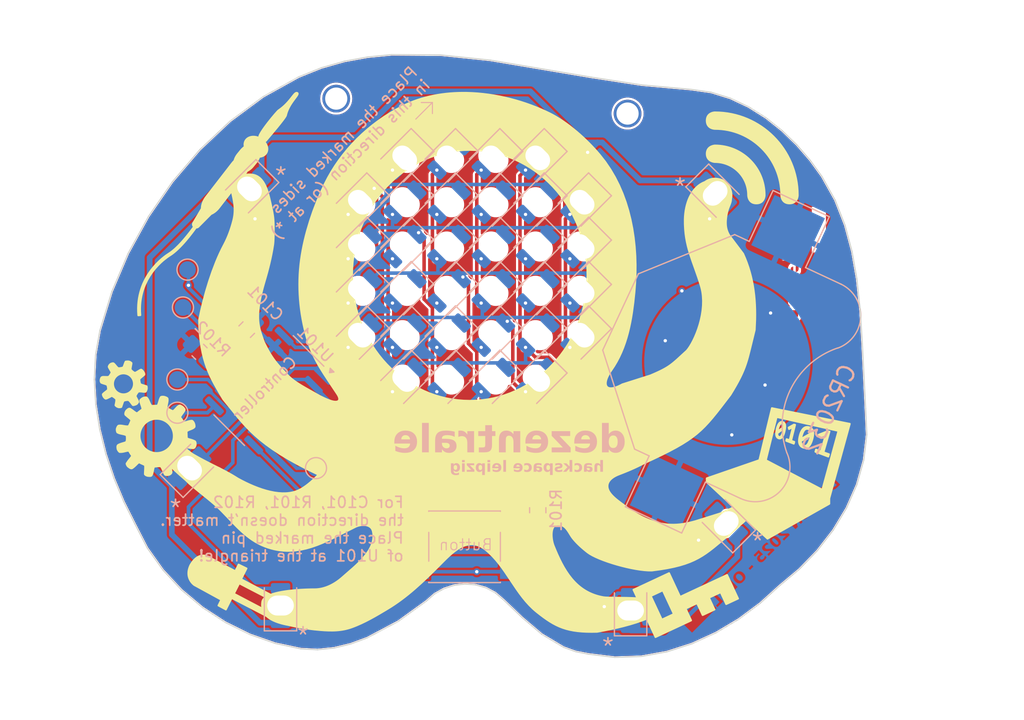
<source format=kicad_pcb>
(kicad_pcb (version 20240108) (generator "pcbnew") (generator_version "8.0")
  (layers (0 "F.Cu" signal) (31 "B.Cu" signal) (34 "B.Paste" user) (35 "F.Paste" user) (36 "B.SilkS" user "B.Silkscreen") (37 "F.SilkS" user "F.Silkscreen") (38 "B.Mask" user) (39 "F.Mask" user) (44 "Edge.Cuts" user))
  (net 0 "")
  (net 1 "+BATT")
  (net 2 "GND")
  (net 3 "/LED1")
  (net 4 "/LED0")
  (net 5 "/LED2")
  (net 6 "/LED3")
  (net 7 "/LED4")
  (net 8 "/LED5")
  (net 9 "/LED6")
  (net 10 "/BUTTON")
  (net 11 "/NRST")
  (net 12 "/SWIO")
  (net 13 "/TX")
  (net 14 "/RX")
  (footprint "LED_SMD:LED_1206_3216Metric_ReverseMount_Hole1.8x2.4mm" (layer "B.Cu") (at 53 99 -135)
    (property "Reference" "D125" (hide yes))
    (property "Value" "LED_45deg" (hide yes))
  )
  (footprint "LED_SMD:LED_1206_3216Metric_ReverseMount_Hole1.8x2.4mm" (layer "B.Cu") (at 53 95 -135)
    (property "Reference" "D119" (hide yes))
    (property "Value" "LED_45deg" (hide yes))
  )
  (footprint "LED_SMD:LED_1206_3216Metric_ReverseMount_Hole1.8x2.4mm" (layer "B.Cu") (at 61 95 -135)
    (property "Reference" "D121" (hide yes))
    (property "Value" "LED_45deg" (hide yes))
  )
  (footprint "TestPoint:TestPoint_Pad_D1.5mm" (layer "B.Cu") (at 49 111 180)
    (property "Reference" "TP101" (hide yes))
    (property "Value" "SWIO")
  )
  (footprint "LED_SMD:LED_1206_3216Metric_ReverseMount_Hole1.8x2.4mm" (layer "B.Cu") (at 57 99 -135)
    (property "Reference" "D126" (hide yes))
    (property "Value" "LED_45deg" (hide yes))
  )
  (footprint "LED_SMD:LED_1206_3216Metric_ReverseMount_Hole1.8x2.4mm" (layer "B.Cu") (at 65 99 -135)
    (property "Reference" "D128" (hide yes))
    (property "Value" "LED_45deg" (hide yes))
  )
  (footprint "LED_SMD:LED_1206_3216Metric_ReverseMount_Hole1.8x2.4mm" (layer "B.Cu") (at 69 91 -135)
    (property "Reference" "D117" (hide yes))
    (property "Value" "LED_45deg" (hide yes))
  )
  (footprint "LED_SMD:LED_1206_3216Metric_ReverseMount_Hole1.8x2.4mm" (layer "B.Cu") (at 61 87 -135)
    (property "Reference" "D109" (hide yes))
    (property "Value" "LED_45deg" (hide yes))
  )
  (footprint "LED_SMD:LED_1206_3216Metric_ReverseMount_Hole1.8x2.4mm" (layer "B.Cu") (at 85 86.2 -45)
    (property "Reference" "D142" (hide yes))
    (property "Value" "LED_45deg" (hide yes))
  )
  (footprint "LED_SMD:LED_1206_3216Metric_ReverseMount_Hole1.8x2.4mm" (layer "B.Cu") (at 61 91 -135)
    (property "Reference" "D115" (hide yes))
    (property "Value" "LED_45deg" (hide yes))
  )
  (footprint "TestPoint:TestPoint_Pad_D1.5mm" (layer "B.Cu") (at 36.5 103 180)
    (property "Reference" "TP103" (hide yes))
    (property "Value" "RX")
  )
  (footprint "LED_SMD:LED_1206_3216Metric_ReverseMount_Hole1.8x2.4mm" (layer "B.Cu") (at 77.375 123.85 90)
    (property "Reference" "D140" (hide yes))
    (property "Value" "LED_45deg" (hide yes))
  )
  (footprint "LED_SMD:LED_1206_3216Metric_ReverseMount_Hole1.8x2.4mm" (layer "B.Cu") (at 57 83 -135)
    (property "Reference" "D102" (hide yes))
    (property "Value" "LED_45deg" (hide yes))
  )
  (footprint "TestPoint:TestPoint_Pad_D1.5mm" (layer "B.Cu") (at 36.5 106 180)
    (property "Reference" "TP102" (hide yes))
    (property "Value" "TX")
  )
  (footprint "LED_SMD:LED_1206_3216Metric_ReverseMount_Hole1.8x2.4mm" (layer "B.Cu") (at 57 95 -135)
    (property "Reference" "D120" (hide yes))
    (property "Value" "LED_45deg" (hide yes))
  )
  (footprint "LED_SMD:LED_1206_3216Metric_ReverseMount_Hole1.8x2.4mm" (layer "B.Cu") (at 69 99 -135)
    (property "Reference" "D129" (hide yes))
    (property "Value" "LED_45deg" (hide yes))
  )
  (footprint "Button_Switch_SMD:SW_Push_1P1T_NO_6x6mm_H9.5mm" (layer "B.Cu") (at 62.4 118.1 180)
    (property "Reference" "SW101" (hide yes))
    (property "Value" "Button")
  )
  (footprint "LED_SMD:LED_1206_3216Metric_ReverseMount_Hole1.8x2.4mm" (layer "B.Cu") (at 86 116 135)
    (property "Reference" "D141" (hide yes))
    (property "Value" "LED_45deg" (hide yes))
  )
  (footprint "LED_SMD:LED_1206_3216Metric_ReverseMount_Hole1.8x2.4mm" (layer "B.Cu") (at 57 103 -135)
    (property "Reference" "D132" (hide yes))
    (property "Value" "LED_45deg" (hide yes))
  )
  (footprint "LED_SMD:LED_1206_3216Metric_ReverseMount_Hole1.8x2.4mm" (layer "B.Cu") (at 53 87 -135)
    (property "Reference" "D107" (hide yes))
    (property "Value" "LED_45deg" (hide yes))
  )
  (footprint "LED_SMD:LED_1206_3216Metric_ReverseMount_Hole1.8x2.4mm" (layer "B.Cu") (at 43 85.8 -135)
    (property "Reference" "D137" (hide yes))
    (property "Value" "LED_45deg" (hide yes))
  )
  (footprint "Resistor_SMD:R_0805_2012Metric_Pad1.20x1.40mm_HandSolder" (layer "B.Cu") (at 69 114.8 90)
    (property "Reference" "R101")
    (property "Value" "10kΩ")
  )
  (footprint "LED_SMD:LED_1206_3216Metric_ReverseMount_Hole1.8x2.4mm" (layer "B.Cu") (at 69 83 -135)
    (property "Reference" "D105" (hide yes))
    (property "Value" "LED_45deg" (hide yes))
  )
  (footprint "LED_SMD:LED_1206_3216Metric_ReverseMount_Hole1.8x2.4mm" (layer "B.Cu") (at 65 83 -135)
    (property "Reference" "D104" (hide yes))
    (property "Value" "LED_45deg" (hide yes))
  )
  (footprint "LED_SMD:LED_1206_3216Metric_ReverseMount_Hole1.8x2.4mm" (layer "B.Cu") (at 65 103 -135)
    (property "Reference" "D134" (hide yes))
    (property "Value" "LED_45deg" (hide yes))
  )
  (footprint "LED_SMD:LED_1206_3216Metric_ReverseMount_Hole1.8x2.4mm" (layer "B.Cu") (at 61 99 -135)
    (property "Reference" "D127" (hide yes))
    (property "Value" "LED_45deg" (hide yes))
  )
  (footprint "LED_SMD:LED_1206_3216Metric_ReverseMount_Hole1.8x2.4mm" (layer "B.Cu") (at 69 103 -135)
    (property "Reference" "D135" (hide yes))
    (property "Value" "LED_45deg" (hide yes))
  )
  (footprint "LED_SMD:LED_1206_3216Metric_ReverseMount_Hole1.8x2.4mm" (layer "B.Cu") (at 73 91 -135)
    (property "Reference" "D118" (hide yes))
    (property "Value" "LED_45deg" (hide yes))
  )
  (footprint "LED_SMD:LED_1206_3216Metric_ReverseMount_Hole1.8x2.4mm" (layer "B.Cu") (at 37.6 111 45)
    (property "Reference" "D138" (hide yes))
    (property "Value" "LED_45deg" (hide yes))
  )
  (footprint "LED_SMD:LED_1206_3216Metric_ReverseMount_Hole1.8x2.4mm" (layer "B.Cu") (at 65 95 -135)
    (property "Reference" "D122" (hide yes))
    (property "Value" "LED_45deg" (hide yes))
  )
  (footprint "LED_SMD:LED_1206_3216Metric_ReverseMount_Hole1.8x2.4mm" (layer "B.Cu") (at 53 91 -135)
    (property "Reference" "D113" (hide yes))
    (property "Value" "LED_45deg" (hide yes))
  )
  (footprint "LED_SMD:LED_1206_3216Metric_ReverseMount_Hole1.8x2.4mm" (layer "B.Cu") (at 45.8 123.4 90)
    (property "Reference" "D139" (hide yes))
    (property "Value" "LED_45deg" (hide yes))
  )
  (footprint "LED_SMD:LED_1206_3216Metric_ReverseMount_Hole1.8x2.4mm" (layer "B.Cu") (at 69 87 -135)
    (property "Reference" "D111" (hide yes))
    (property "Value" "LED_45deg" (hide yes))
  )
  (footprint "LED_SMD:LED_1206_3216Metric_ReverseMount_Hole1.8x2.4mm" (layer "B.Cu") (at 73 99 -135)
    (property "Reference" "D130" (hide yes))
    (property "Value" "LED_45deg" (hide yes))
  )
  (footprint "LED_SMD:LED_1206_3216Metric_ReverseMount_Hole1.8x2.4mm" (layer "B.Cu") (at 73 95 -135)
    (property "Reference" "D124" (hide yes))
    (property "Value" "LED_45deg" (hide yes))
  )
  (footprint "Package_SO:SOP-16_3.9x9.9mm_P1.27mm" (layer "B.Cu") (at 44.75 104 135)
    (property "Reference" "U101")
    (property "Value" "CH32V003AxMx")
  )
  (footprint "Battery:BatteryHolder_Multicomp_BC-2001_1x2032" (layer "B.Cu") (at 86.1 101.4 65)
    (property "Reference" "BT101" (hide yes))
    (property "Value" "CR2032")
  )
  (footprint "LED_SMD:LED_1206_3216Metric_ReverseMount_Hole1.8x2.4mm" (layer "B.Cu") (at 65 87 -135)
    (property "Reference" "D110" (hide yes))
    (property "Value" "LED_45deg" (hide yes))
  )
  (footprint "Resistor_SMD:R_0805_2012Metric_Pad1.20x1.40mm_HandSolder" (layer "B.Cu") (at 38.5 100.5 135)
    (property "Reference" "R102")
    (property "Value" "10kΩ")
  )
  (footprint "LED_SMD:LED_1206_3216Metric_ReverseMount_Hole1.8x2.4mm" (layer "B.Cu") (at 61 83 -135)
    (property "Reference" "D103" (hide yes))
    (property "Value" "LED_45deg" (hide yes))
  )
  (footprint "LED_SMD:LED_1206_3216Metric_ReverseMount_Hole1.8x2.4mm" (layer "B.Cu") (at 57 87 -135)
    (property "Reference" "D108" (hide yes))
    (property "Value" "LED_45deg" (hide yes))
  )
  (footprint "LED_SMD:LED_1206_3216Metric_ReverseMount_Hole1.8x2.4mm" (layer "B.Cu") (at 61 103 -135)
    (property "Reference" "D133" (hide yes))
    (property "Value" "LED_45deg" (hide yes))
  )
  (footprint "LED_SMD:LED_1206_3216Metric_ReverseMount_Hole1.8x2.4mm" (layer "B.Cu") (at 69 95 -135)
    (property "Reference" "D123" (hide yes))
    (property "Value" "LED_45deg" (hide yes))
  )
  (footprint "Capacitor_SMD:C_0805_2012Metric_Pad1.18x1.45mm_HandSolder" (layer "B.Cu") (at 42.75 98.5 45)
    (property "Reference" "C101")
    (property "Value" "100nF")
  )
  (footprint "TestPoint:TestPoint_Pad_D1.5mm" (layer "B.Cu") (at 37 96.5 180)
    (property "Reference" "TP104" (hide yes))
    (property "Value" "NRST")
  )
  (footprint "LED_SMD:LED_1206_3216Metric_ReverseMount_Hole1.8x2.4mm" (layer "B.Cu") (at 73 87 -135)
    (property "Reference" "D112" (hide yes))
    (property "Value" "LED_45deg" (hide yes))
  )
  (footprint "LED_SMD:LED_1206_3216Metric_ReverseMount_Hole1.8x2.4mm" (layer "B.Cu") (at 57 91 -135)
    (property "Reference" "D114" (hide yes))
    (property "Value" "LED_45deg" (hide yes))
  )
  (footprint "TestPoint:TestPoint_Pad_D1.5mm" (layer "B.Cu") (at 37.414214 93.085786 45)
    (property "Reference" "TP105" (hide yes))
    (property "Value" "GND")
  )
  (footprint "LED_SMD:LED_1206_3216Metric_ReverseMount_Hole1.8x2.4mm" (layer "B.Cu") (at 65 91 -135)
    (property "Reference" "D116" (hide yes))
    (property "Value" "LED_45deg" (hide yes))
  )
  (gr_line (start 58 79.5) (end 59.5 78) (stroke (width 0.1)) (layer "B.SilkS"))
  (gr_line (start 58.5 78) (end 59.5 78) (stroke (width 0.1)) (layer "B.SilkS"))
  (gr_line (start 59.5 78) (end 58.5 78) (stroke (width 0.1)) (layer "B.SilkS"))
  (gr_line (start 59.5 78) (end 59.5 79) (stroke (width 0.1)) (layer "B.SilkS"))
  (gr_poly (pts (xy 92.21242 107.087432) (xy 92.214003 107.087432) (xy 91.852786 108.525587) (xy 92.140109 108.627905) (xy 92.095668 108.793787) (xy 92.09257 108.7922) (xy 92.09257 108.795297) (xy 91.404238 108.536399) (xy 91.44403 108.381885) (xy 91.712229 108.476455) (xy 92.008853 107.292549) (xy 91.661589 107.477031) (xy 91.661589 107.475444) (xy 91.625415 107.334884) (xy 92.10549 107.066684)) (stroke (width 0.159705)) (fill solid) (layer "F.SilkS"))
  (gr_poly (pts (xy 62.606509 77.125879) (xy 62.60649 77.125895) (xy 63.097705 77.143407) (xy 63.589076 77.175946) (xy 64.079881 77.223099) (xy 64.569399 77.284457) (xy 65.05691 77.359607) (xy 65.541694 77.44814) (xy 66.02303 77.549643) (xy 66.500196 77.663705) (xy 66.972473 77.789916) (xy 67.43914 77.927865) (xy 67.899476 78.077139) (xy 68.35276 78.237328) (xy 68.798272 78.408021) (xy 69.235292 78.588807) (xy 69.663098 78.779274) (xy 70.080969 78.979012) (xy 70.386692 79.139352) (xy 70.69326 79.31517) (xy 70.999786 79.505218) (xy 71.305381 79.708248) (xy 71.609158 79.923011) (xy 71.910229 80.14826) (xy 72.207707 80.382745) (xy 72.500703 80.625219) (xy 72.78833 80.874434) (xy 73.069701 81.129141) (xy 73.343927 81.388091) (xy 73.610121 81.650038) (xy 73.867395 81.913732) (xy 74.114861 82.177925) (xy 74.351632 82.441369) (xy 74.576819 82.702816) (xy 75.086788 83.35191) (xy 75.547943 84.03023) (xy 75.9618 84.735142) (xy 76.329875 85.464011) (xy 76.653684 86.214203) (xy 76.934742 86.983083) (xy 77.174565 87.768016) (xy 77.37467 88.566369) (xy 77.536571 89.375506) (xy 77.661786 90.192794) (xy 77.751829 91.015598) (xy 77.808217 91.841283) (xy 77.832465 92.667214) (xy 77.826089 93.490758) (xy 77.790606 94.30928) (xy 77.72753 95.120145) (xy 77.630639 96.042282) (xy 77.506826 96.967918) (xy 77.431666 97.429718) (xy 77.345985 97.889596) (xy 77.24852 98.346619) (xy 77.138008 98.799857) (xy 77.013184 99.248377) (xy 76.872786 99.691246) (xy 76.71555 100.127532) (xy 76.540212 100.556303) (xy 76.345509 100.976628) (xy 76.130177 101.387573) (xy 75.892954 101.788207) (xy 75.632575 102.177597) (xy 75.551651 102.296537) (xy 75.477993 102.41264) (xy 75.411596 102.525676) (xy 75.352456 102.635415) (xy 75.300568 102.741628) (xy 75.255929 102.844084) (xy 75.218535 102.942553) (xy 75.18838 103.036805) (xy 75.165462 103.126611) (xy 75.149775 103.21174) (xy 75.141315 103.291962) (xy 75.140079 103.367048) (xy 75.146063 103.436767) (xy 75.159261 103.500889) (xy 75.179669 103.559185) (xy 75.207285 103.611425) (xy 75.242102 103.657378) (xy 75.284118 103.696815) (xy 75.333328 103.729505) (xy 75.389727 103.755219) (xy 75.453312 103.773726) (xy 75.524078 103.784798) (xy 75.602022 103.788202) (xy 75.687138 103.783711) (xy 75.779424 103.771093) (xy 75.878873 103.750119) (xy 75.985483 103.720559) (xy 76.09925 103.682183) (xy 76.220168 103.63476) (xy 76.348234 103.578062) (xy 76.483443 103.511857) (xy 76.625792 103.435917) (xy 79.157424 102.632349) (xy 79.471822 102.497471) (xy 79.751605 102.372875) (xy 80.001073 102.256219) (xy 80.224528 102.145158) (xy 80.42627 102.037348) (xy 80.6106 101.930447) (xy 80.781819 101.82211) (xy 80.944229 101.709994) (xy 81.102131 101.591756) (xy 81.259825 101.465051) (xy 81.421613 101.327537) (xy 81.591795 101.176869) (xy 82.442492 100.395792) (xy 82.575145 100.229056) (xy 82.718009 100.018375) (xy 82.867373 99.767548) (xy 83.01953 99.480371) (xy 83.17077 99.160645) (xy 83.317386 98.812167) (xy 83.455667 98.438735) (xy 83.581906 98.044149) (xy 83.692392 97.632205) (xy 83.783419 97.206703) (xy 83.851276 96.771442) (xy 83.892256 96.330218) (xy 83.902648 95.886832) (xy 83.878745 95.44508) (xy 83.852774 95.226005) (xy 83.816838 95.008762) (xy 83.770474 94.793828) (xy 83.713217 94.581676) (xy 83.582824 94.161134) (xy 83.451182 93.762403) (xy 83.189721 93.016704) (xy 82.939969 92.317233) (xy 82.713056 91.636645) (xy 82.611643 91.294886) (xy 82.520116 90.947593) (xy 82.439864 90.591349) (xy 82.372281 90.222733) (xy 82.318757 89.83833) (xy 82.280684 89.434719) (xy 82.259453 89.008483) (xy 82.256457 88.556204) (xy 82.267759 88.286564) (xy 82.291651 88.017327) (xy 82.32838 87.750063) (xy 82.378192 87.486339) (xy 82.441331 87.227724) (xy 82.518044 86.975788) (xy 82.561567 86.852815) (xy 82.608577 86.732099) (xy 82.659102 86.613836) (xy 82.713175 86.498224) (xy 82.770825 86.385458) (xy 82.832084 86.275734) (xy 82.896982 86.169248) (xy 82.96555 86.066196) (xy 83.037818 85.966774) (xy 83.113818 85.871179) (xy 83.19358 85.779606) (xy 83.277135 85.692252) (xy 83.364514 85.609313) (xy 83.455746 85.530984) (xy 83.550864 85.457461) (xy 83.649898 85.388942) (xy 83.752877 85.325622) (xy 83.859834 85.267696) (xy 83.970799 85.215362) (xy 84.085803 85.168814) (xy 84.133192 85.134373) (xy 84.181943 85.101784) (xy 84.232004 85.071098) (xy 84.283326 85.042365) (xy 84.335858 85.015638) (xy 84.389551 84.990966) (xy 84.444354 84.968401) (xy 84.500218 84.947995) (xy 84.557091 84.929798) (xy 84.614925 84.913862) (xy 84.673669 84.900237) (xy 84.733273 84.888975) (xy 84.793688 84.880127) (xy 84.854862 84.873743) (xy 84.916745 84.869875) (xy 84.979289 84.868575) (xy 85.056191 84.870519) (xy 85.132086 84.876289) (xy 85.206882 84.885792) (xy 85.280483 84.898932) (xy 85.352796 84.915616) (xy 85.423727 84.935749) (xy 85.49318 84.959239) (xy 85.561063 84.98599) (xy 85.627281 85.015909) (xy 85.69174 85.048902) (xy 85.754346 85.084874) (xy 85.815004 85.123732) (xy 85.873621 85.165381) (xy 85.930102 85.209727) (xy 85.984354 85.256677) (xy 86.036282 85.306137) (xy 86.085792 85.358012) (xy 86.13279 85.412208) (xy 86.177182 85.468631) (xy 86.218874 85.527188) (xy 86.257771 85.587783) (xy 86.293779 85.650324) (xy 86.326805 85.714716) (xy 86.356754 85.780865) (xy 86.383533 85.848677) (xy 86.407046 85.918057) (xy 86.4272 85.988913) (xy 86.4439 86.06115) (xy 86.457054 86.134673) (xy 86.466565 86.209389) (xy 86.472341 86.285204) (xy 86.474288 86.362024) (xy 86.47365 86.402725) (xy 86.471779 86.443316) (xy 86.468737 86.48376) (xy 86.464585 86.524018) (xy 86.459384 86.564051) (xy 86.453197 86.603821) (xy 86.446086 86.64329) (xy 86.438113 86.682418) (xy 86.434646 86.763967) (xy 86.426369 86.841374) (xy 86.413771 86.915423) (xy 86.397341 86.986899) (xy 86.377569 87.056586) (xy 86.354945 87.125268) (xy 86.303095 87.262755) (xy 86.245709 87.405635) (xy 86.1867 87.560181) (xy 86.157811 87.643789) (xy 86.129984 87.732668) (xy 86.10371 87.8276) (xy 86.079478 87.92937) (xy 86.042684 88.114906) (xy 86.013557 88.290239) (xy 85.991859 88.45594) (xy 85.977352 88.612583) (xy 85.969799 88.760742) (xy 85.968963 88.90099) (xy 85.974605 89.033899) (xy 85.986487 89.160043) (xy 86.004372 89.279996) (xy 86.028023 89.394331) (xy 86.057202 89.50362) (xy 86.09167 89.608438) (xy 86.131191 89.709357) (xy 86.175527 89.806951) (xy 86.224439 89.901793) (xy 86.277691 89.994456) (xy 87.525904 91.648522) (xy 87.702251 92.054189) (xy 87.861122 92.461901) (xy 88.003096 92.871906) (xy 88.12875 93.284452) (xy 88.238662 93.699787) (xy 88.33341 94.11816) (xy 88.41357 94.539818) (xy 88.479721 94.96501) (xy 88.53244 95.393985) (xy 88.572305 95.826989) (xy 88.599894 96.264273) (xy 88.615783 96.706083) (xy 88.620551 97.152667) (xy 88.614775 97.604275) (xy 88.573901 98.523553) (xy 88.140819 100.295413) (xy 87.965238 100.978306) (xy 87.875468 101.291129) (xy 87.779724 101.593303) (xy 87.674513 101.891151) (xy 87.556346 102.190999) (xy 87.42173 102.499171) (xy 87.267174 102.821991) (xy 87.089186 103.165784) (xy 86.884277 103.536875) (xy 86.648954 103.941587) (xy 86.379725 104.386245) (xy 85.505739 105.526431) (xy 85.122733 106.014742) (xy 84.762234 106.457321) (xy 84.414127 106.860761) (xy 84.068301 107.231654) (xy 83.71464 107.576593) (xy 83.343032 107.902171) (xy 82.943364 108.214978) (xy 82.50552 108.521609) (xy 82.019389 108.828656) (xy 81.474855 109.14271) (xy 80.861807 109.470364) (xy 80.17013 109.818212) (xy 79.389711 110.192844) (xy 78.510436 110.600855) (xy 78.24051 110.739701) (xy 77.968369 110.872641) (xy 77.694102 111.00027) (xy 77.4178 111.123183) (xy 77.139552 111.241978) (xy 76.859448 111.357249) (xy 76.294036 111.579603) (xy 76.194235 111.62019) (xy 76.093302 111.665893) (xy 75.992613 111.716762) (xy 75.893547 111.772846) (xy 75.797482 111.834197) (xy 75.705795 111.900864) (xy 75.619864 111.972898) (xy 75.579487 112.010943) (xy 75.541067 112.050348) (xy 75.504774 112.091121) (xy 75.470782 112.133266) (xy 75.439262 112.176791) (xy 75.410386 112.221702) (xy 75.384328 112.268005) (xy 75.361258 112.315706) (xy 75.34135 112.364811) (xy 75.324775 112.415327) (xy 75.311707 112.46726) (xy 75.302316 112.520617) (xy 75.296775 112.575403) (xy 75.295257 112.631626) (xy 75.297934 112.68929) (xy 75.304977 112.748403) (xy 75.31656 112.808971) (xy 75.332854 112.871) (xy 75.352074 112.929064) (xy 75.37518 112.986709) (xy 75.401971 113.043912) (xy 75.432244 113.100654) (xy 75.465799 113.156913) (xy 75.502433 113.212668) (xy 75.584138 113.322582) (xy 75.675747 113.430229) (xy 75.77565 113.53544) (xy 75.882236 113.638048) (xy 75.993893 113.737884) (xy 76.109011 113.834781) (xy 76.225979 113.92857) (xy 76.459022 114.106154) (xy 76.876429 114.416639) (xy 77.099337 114.585054) (xy 77.326805 114.747788) (xy 77.558737 114.90425) (xy 77.795038 115.053845) (xy 78.035612 115.195981) (xy 78.280364 115.330066) (xy 78.529199 115.455506) (xy 78.782019 115.57171) (xy 79.038731 115.678083) (xy 79.299239 115.774034) (xy 79.563447 115.85897) (xy 79.831259 115.932298) (xy 80.10258 115.993425) (xy 80.377316 116.041758) (xy 80.655369 116.076705) (xy 80.936644 116.097673) (xy 81.234006 116.103653) (xy 81.527699 116.093776) (xy 81.818095 116.069457) (xy 82.10556 116.03211) (xy 82.390465 115.983151) (xy 82.673178 115.923993) (xy 82.954068 115.856051) (xy 83.233504 115.780741) (xy 85.460917 115.08275) (xy 85.505628 115.068658) (xy 85.555763 115.050531) (xy 85.671186 115.003245) (xy 85.804941 114.943044) (xy 85.954784 114.872079) (xy 86.670146 114.523607) (xy 84.239287 112.255529) (xy 84.239287 111.914465) (xy 88.9632 110.281992) (xy 89.574885 110.281992) (xy 94.66088 112.946947) (xy 96.116606 107.641328) (xy 90.547434 106.387655) (xy 89.574885 110.281992) (xy 88.9632 110.281992) (xy 88.981116 110.2758) (xy 90.114379 105.582548) (xy 97.147025 106.998483) (xy 95.297011 113.732954) (xy 95.297011 114.219228) (xy 89.718539 117.369939) (xy 87.82873 115.620695) (xy 87.584589 115.84544) (xy 87.339961 116.063725) (xy 86.881022 116.46297) (xy 86.682601 116.634954) (xy 86.51547 116.782528) (xy 86.387575 116.901207) (xy 86.340824 116.948308) (xy 86.306861 116.986501) (xy 84.832215 118.197276) (xy 84.502872 118.452679) (xy 84.174307 118.690478) (xy 83.839047 118.91133) (xy 83.489617 119.115892) (xy 83.118543 119.304819) (xy 82.718349 119.478769) (xy 82.281563 119.638397) (xy 81.80071 119.784361) (xy 81.268314 119.917317) (xy 80.676903 120.037921) (xy 80.019001 120.146829) (xy 79.287135 120.244699) (xy 78.966997 120.240393) (xy 78.614434 120.214849) (xy 78.235183 120.169805) (xy 77.834984 120.106997) (xy 77.419574 120.028162) (xy 76.994694 119.935036) (xy 76.566081 119.829357) (xy 76.139474 119.712859) (xy 75.720612 119.587281) (xy 75.315234 119.454358) (xy 74.929077 119.315828) (xy 74.567882 119.173426) (xy 74.237386 119.02889) (xy 73.943328 118.883956) (xy 73.691448 118.74036) (xy 73.487483 118.59984) (xy 73.310233 118.458879) (xy 73.134673 118.313857) (xy 72.961713 118.164554) (xy 72.792258 118.010752) (xy 72.627219 117.852231) (xy 72.546639 117.771133) (xy 72.467502 117.688773) (xy 72.389924 117.605124) (xy 72.314017 117.520159) (xy 72.239894 117.43385) (xy 72.16767 117.34617) (xy 72.114294 117.276532) (xy 72.061674 117.20136) (xy 72.009443 117.12175) (xy 71.957234 117.038798) (xy 71.851413 116.867247) (xy 71.797065 116.780839) (xy 71.741271 116.695471) (xy 71.683661 116.612237) (xy 71.62387 116.532233) (xy 71.56153 116.456555) (xy 71.496273 116.386297) (xy 71.462437 116.353543) (xy 71.427733 116.322556) (xy 71.392117 116.293471) (xy 71.355542 116.266426) (xy 71.317962 116.241558) (xy 71.279332 116.219003) (xy 71.239606 116.198899) (xy 71.198737 116.181383) (xy 71.092615 116.144622) (xy 70.994094 116.119634) (xy 70.902945 116.105842) (xy 70.818937 116.102669) (xy 70.74184 116.109539) (xy 70.671423 116.125875) (xy 70.607457 116.1511) (xy 70.549711 116.184637) (xy 70.497956 116.225911) (xy 70.45196 116.274343) (xy 70.411494 116.329358) (xy 70.376327 116.390379) (xy 70.346229 116.456828) (xy 70.32097 116.52813) (xy 70.300321 116.603708) (xy 70.284049 116.682984) (xy 70.263721 116.850326) (xy 70.258145 117.025544) (xy 70.26548 117.204022) (xy 70.283882 117.381149) (xy 70.311511 117.552309) (xy 70.346525 117.71289) (xy 70.387083 117.858277) (xy 70.431342 117.983858) (xy 70.600723 118.397721) (xy 70.776619 118.804562) (xy 70.960818 119.202393) (xy 71.155107 119.589222) (xy 71.361272 119.963059) (xy 71.581102 120.321915) (xy 71.816383 120.6638) (xy 72.068902 120.986723) (xy 72.202184 121.140452) (xy 72.340446 121.288695) (xy 72.483911 121.431202) (xy 72.632803 121.567724) (xy 72.787345 121.698014) (xy 72.94776 121.821823) (xy 73.114272 121.938901) (xy 73.287104 122.048999) (xy 73.466479 122.15187) (xy 73.652621 122.247264) (xy 73.845754 122.334933) (xy 74.0461 122.414627) (xy 74.253884 122.486098) (xy 74.469327 122.549098) (xy 74.692655 122.603377) (xy 74.92409 122.648687) (xy 75.118531 122.668815) (xy 75.393584 122.680762) (xy 76.131823 122.691614) (xy 77.031394 122.704257) (xy 77.508113 122.718442) (xy 77.984885 122.741705) (xy 77.928038 122.621816) (xy 77.89147 122.543256) (xy 79.198783 122.543256) (xy 80.190455 124.670774) (xy 81.268424 124.167444) (xy 80.27727 122.039411) (xy 80.213709 122.067831) (xy 79.198783 122.543256) (xy 77.89147 122.543256) (xy 77.628318 121.977926) (xy 77.640727 121.972768) (xy 79.782714 120.972311) (xy 79.782714 120.970724) (xy 80.845183 120.47463) (xy 81.841506 122.612486) (xy 83.653281 121.766027) (xy 86.062434 120.642065) (xy 86.074847 120.63587) (xy 86.572489 121.701437) (xy 86.569392 121.703024) (xy 87.068072 122.774793) (xy 86.004054 123.270372) (xy 86.004054 123.268785) (xy 85.993205 123.273943) (xy 85.495562 122.205274) (xy 84.446013 122.694135) (xy 84.944689 123.764871) (xy 84.93228 123.769525) (xy 83.880664 124.26045) (xy 83.879077 124.258863) (xy 83.868228 124.263521) (xy 83.3711 123.196401) (xy 82.338607 123.678026) (xy 82.834185 124.743593) (xy 82.819712 124.749788) (xy 82.821826 124.754442) (xy 81.966063 125.153902) (xy 81.966063 125.155489) (xy 80.583197 125.800924) (xy 80.567191 125.807649) (xy 79.616862 126.251032) (xy 78.843783 124.587049) (xy 78.377176 124.768814) (xy 77.865621 124.943136) (xy 77.317937 125.108975) (xy 76.742949 125.265294) (xy 76.149478 125.411053) (xy 75.546346 125.545212) (xy 74.942376 125.666733) (xy 74.346388 125.774576) (xy 73.856702 125.781679) (xy 73.403049 125.774603) (xy 72.982019 125.753012) (xy 72.590201 125.716571) (xy 72.224185 125.664942) (xy 71.88056 125.597789) (xy 71.555917 125.514776) (xy 71.246843 125.415567) (xy 70.94993 125.299824) (xy 70.661766 125.167213) (xy 70.378941 125.017396) (xy 70.098044 124.850037) (xy 69.815664 124.6648) (xy 69.528392 124.461349) (xy 69.232817 124.239346) (xy 68.925528 123.998457) (xy 68.744806 123.8492) (xy 68.57052 123.694369) (xy 68.239582 123.369507) (xy 67.929364 123.026913) (xy 67.636516 122.66963) (xy 67.357686 122.300701) (xy 67.089525 121.923168) (xy 66.571808 121.154461) (xy 66.056559 120.387852) (xy 65.791485 120.01294) (xy 65.516977 119.647681) (xy 65.229685 119.295117) (xy 64.926258 118.958291) (xy 64.603345 118.640245) (xy 64.433535 118.489216) (xy 64.257598 118.344022) (xy 64.106741 118.232302) (xy 63.957094 118.136984) (xy 63.808676 118.057437) (xy 63.661506 117.993036) (xy 63.515602 117.943151) (xy 63.370984 117.907154) (xy 63.227672 117.884418) (xy 63.085684 117.874314) (xy 62.945039 117.876214) (xy 62.805757 117.88949) (xy 62.667857 117.913514) (xy 62.531357 117.947657) (xy 62.396278 117.991293) (xy 62.262638 118.043791) (xy 62.130456 118.104526) (xy 61.999751 118.172867) (xy 61.870543 118.248188) (xy 61.742851 118.329859) (xy 61.492091 118.509743) (xy 61.247623 118.707494) (xy 61.009601 118.918086) (xy 60.778178 119.136496) (xy 60.553506 119.357698) (xy 60.125033 119.788377) (xy 59.582871 120.329087) (xy 59.034466 120.862959) (xy 58.477037 121.386108) (xy 57.9078 121.894645) (xy 57.617883 122.14222) (xy 57.323971 122.384684) (xy 57.025715 122.621552) (xy 56.722767 122.852337) (xy 56.41478 123.076553) (xy 56.101405 123.293716) (xy 55.782296 123.503338) (xy 55.457102 123.704935) (xy 54.681632 124.165835) (xy 54.288856 124.391074) (xy 53.891988 124.609304) (xy 53.490482 124.817872) (xy 53.083788 125.014128) (xy 52.671359 125.195419) (xy 52.462822 125.279624) (xy 52.252646 125.359094) (xy 52.074992 125.420297) (xy 51.89809 125.473565) (xy 51.721747 125.519311) (xy 51.545769 125.557951) (xy 51.369964 125.589897) (xy 51.194139 125.615564) (xy 51.018101 125.635367) (xy 50.841658 125.649718) (xy 50.664615 125.659033) (xy 50.486781 125.663726) (xy 50.127968 125.660899) (xy 49.763674 125.644551) (xy 49.392356 125.617994) (xy 48.856914 125.567056) (xy 48.52667 125.527337) (xy 48.162399 125.47704) (xy 47.769842 125.41536) (xy 47.354741 125.341488) (xy 46.922838 125.254617) (xy 46.479872 125.15394) (xy 46.306486 125.12013) (xy 46.140644 125.08403) (xy 45.982237 125.045676) (xy 45.831153 125.005104) (xy 45.687283 124.962348) (xy 45.550516 124.917445) (xy 45.420742 124.870431) (xy 45.297851 124.82134) (xy 45.181731 124.770208) (xy 45.072274 124.717071) (xy 44.969367 124.661964) (xy 44.872902 124.604922) (xy 44.782766 124.545982) (xy 44.698852 124.485179) (xy 44.621046 124.422548) (xy 44.549241 124.358125) (xy 41.394911 122.723081) (xy 40.872463 123.763326) (xy 40.197052 123.400041) (xy 40.45285 122.880693) (xy 39.452101 122.332933) (xy 41.602115 122.332933) (xy 44.168883 123.682722) (xy 44.160688 123.646635) (xy 44.15346 123.610275) (xy 44.147191 123.573639) (xy 44.141874 123.536727) (xy 44.137503 123.499538) (xy 44.13407 123.462071) (xy 44.131568 123.424325) (xy 44.129989 123.3863) (xy 44.129327 123.347993) (xy 44.129575 123.309405) (xy 44.130725 123.270534) (xy 44.132771 123.231379) (xy 44.135704 123.19194) (xy 44.139519 123.152215) (xy 44.149762 123.071905) (xy 44.155587 123.041033) (xy 44.163462 123.010725) (xy 44.173349 122.980971) (xy 44.185214 122.951764) (xy 44.199018 122.923096) (xy 44.214728 122.894957) (xy 44.232305 122.867341) (xy 44.251714 122.840238) (xy 44.27292 122.813641) (xy 44.295885 122.787541) (xy 44.320574 122.76193) (xy 44.34695 122.7368) (xy 44.374977 122.712143) (xy 44.40462 122.68795) (xy 44.435841 122.664213) (xy 44.468606 122.640924) (xy 42.072369 121.398622) (xy 41.602115 122.332933) (xy 39.452101 122.332933) (xy 38.024575 121.551576) (xy 37.986009 121.522757) (xy 37.88915 121.436742) (xy 37.827693 121.372494) (xy 37.76226 121.294198) (xy 37.696385 121.201935) (xy 37.633599 121.09579) (xy 37.577436 120.975846) (xy 37.552942 120.910726) (xy 37.531428 120.842186) (xy 37.513336 120.770239) (xy 37.499107 120.694894) (xy 37.489183 120.616161) (xy 37.484006 120.534051) (xy 37.484018 120.448575) (xy 37.489658 120.359743) (xy 37.501371 120.267565) (xy 37.519596 120.172051) (xy 37.544776 120.073213) (xy 37.577351 119.97106) (xy 37.617764 119.865603) (xy 37.666457 119.756853) (xy 37.742701 119.630073) (xy 37.819549 119.515401) (xy 37.896801 119.412308) (xy 37.974259 119.320263) (xy 38.051726 119.238736) (xy 38.129002 119.167197) (xy 38.20589 119.105116) (xy 38.282192 119.051963) (xy 38.357708 119.007207) (xy 38.432241 118.970319) (xy 38.505593 118.940768) (xy 38.577565 118.918025) (xy 38.647958 118.901558) (xy 38.716576 118.890839) (xy 38.783219 118.885336) (xy 38.847689 118.88452) (xy 38.909787 118.887861) (xy 38.969317 118.894828) (xy 39.026078 118.904892) (xy 39.079874 118.917521) (xy 39.130506 118.932187) (xy 39.177775 118.948359) (xy 39.261432 118.9831) (xy 39.32926 119.017503) (xy 39.379672 119.047328) (xy 39.421905 119.076276) (xy 41.723573 120.296873) (xy 42.017096 119.70001) (xy 42.736949 120.051927) (xy 42.247573 121.024477) (xy 44.908909 122.421293) (xy 45.141028 122.342845) (xy 45.392508 122.273132) (xy 45.659613 122.211652) (xy 45.938612 122.157905) (xy 46.225771 122.111388) (xy 46.517358 122.071599) (xy 47.098879 122.010203) (xy 47.653312 121.969703) (xy 48.150793 121.946089) (xy 48.561456 121.935347) (xy 48.855437 121.933466) (xy 49.0356 121.928484) (xy 49.213814 121.912658) (xy 49.389931 121.886464) (xy 49.563801 121.850379) (xy 49.735275 121.804879) (xy 49.904204 121.75044) (xy 50.070438 121.687541) (xy 50.233828 121.616656) (xy 50.394225 121.538263) (xy 50.551479 121.452839) (xy 50.705442 121.36086) (xy 50.855964 121.262803) (xy 51.002895 121.159144) (xy 51.146087 121.050361) (xy 51.28539 120.936929) (xy 51.420655 120.819326) (xy 52.347391 120.009132) (xy 52.598448 119.780138) (xy 52.847331 119.541375) (xy 53.089077 119.293246) (xy 53.318724 119.036157) (xy 53.53131 118.770511) (xy 53.721873 118.496713) (xy 53.807344 118.356883) (xy 53.88545 118.215167) (xy 53.955568 118.071615) (xy 54.01708 117.926277) (xy 54.069364 117.779205) (xy 54.1118 117.630448) (xy 54.143768 117.480057) (xy 54.164649 117.328083) (xy 54.17382 117.174577) (xy 54.170663 117.019588) (xy 54.154558 116.863167) (xy 54.124882 116.705366) (xy 54.10779 116.642491) (xy 54.08658 116.583817) (xy 54.061457 116.52925) (xy 54.032626 116.478695) (xy 54.000291 116.432057) (xy 53.964656 116.38924) (xy 53.925926 116.350149) (xy 53.884304 116.31469) (xy 53.839996 116.282767) (xy 53.793204 116.254286) (xy 53.744135 116.22915) (xy 53.692992 116.207266) (xy 53.639979 116.188538) (xy 53.585301 116.17287) (xy 53.529163 116.160169) (xy 53.471767 116.150338) (xy 53.354024 116.138909) (xy 53.233706 116.137823) (xy 53.112448 116.146318) (xy 52.991885 116.163635) (xy 52.873651 116.189013) (xy 52.75938 116.221691) (xy 52.650708 116.260909) (xy 52.549269 116.305906) (xy 50.583442 117.292731) (xy 50.095163 117.525131) (xy 49.605715 117.742511) (xy 49.11388 117.940223) (xy 48.618438 118.113618) (xy 48.118169 118.258048) (xy 47.611855 118.368864) (xy 47.098275 118.441418) (xy 46.838379 118.461894) (xy 46.576209 118.471062) (xy 46.311614 118.468339) (xy 46.04444 118.453146) (xy 45.774535 118.4249) (xy 45.501746 118.383022) (xy 45.225922 118.326929) (xy 44.946909 118.256041) (xy 44.664556 118.169777) (xy 44.378709 118.067556) (xy 44.078532 117.941332) (xy 43.790891 117.799551) (xy 43.514726 117.643451) (xy 43.248976 117.47427) (xy 42.992578 117.293247) (xy 42.744472 117.101619) (xy 42.503596 116.900625) (xy 42.268889 116.691502) (xy 42.039289 116.475489) (xy 41.813734 116.253824) (xy 41.370516 115.798489) (xy 40.930743 115.335402) (xy 40.485924 114.874468) (xy 40.333233 114.722588) (xy 40.177117 114.573522) (xy 39.856071 114.282671) (xy 39.52572 113.999597) (xy 39.188995 113.721985) (xy 38.50815 113.17388) (xy 38.169893 112.898754) (xy 37.83699 112.619825) (xy 37.697022 112.5002) (xy 37.626142 112.438598) (xy 37.555392 112.37567) (xy 37.485315 112.31132) (xy 37.416456 112.245448) (xy 37.349359 112.177956) (xy 37.316642 112.143573) (xy 37.284569 112.108747) (xy 36.926643 111.801654) (xy 36.750306 111.646589) (xy 36.575895 111.490169) (xy 36.403543 111.332135) (xy 36.233382 111.17223) (xy 36.065542 111.010196) (xy 35.900158 110.845773) (xy 35.899648 110.852015) (xy 35.899057 110.858331) (xy 35.897861 110.87109) (xy 35.897374 110.877482) (xy 35.897038 110.883851) (xy 35.896913 110.890171) (xy 35.896948 110.893305) (xy 35.897057 110.896417) (xy 35.897614 110.905279) (xy 35.898411 110.914098) (xy 35.899414 110.922894) (xy 35.90059 110.931687) (xy 35.901906 110.940496) (xy 35.903328 110.94934) (xy 35.906359 110.967214) (xy 35.915789 111.015011) (xy 35.927029 111.063785) (xy 35.938952 111.113804) (xy 35.950433 111.165337) (xy 35.955655 111.191756) (xy 35.960345 111.218654) (xy 35.96436 111.246065) (xy 35.967561 111.274024) (xy 35.969807 111.302562) (xy 35.970957 111.331714) (xy 35.97087 111.361515) (xy 35.969405 111.391996) (xy 35.968562 111.399078) (xy 35.967237 111.406235) (xy 35.963173 111.420737) (xy 35.95728 111.435415) (xy 35.949627 111.450184) (xy 35.940281 111.464958) (xy 35.929309 111.479652) (xy 35.916781 111.494181) (xy 35.902763 111.508458) (xy 35.887323 111.522398) (xy 35.870529 111.535915) (xy 35.852449 111.548924) (xy 35.833151 111.56134) (xy 35.812702 111.573076) (xy 35.79117 111.584048) (xy 35.768623 111.594168) (xy 35.745129 111.603353) (xy 35.742028 111.603353) (xy 35.741783 111.603456) (xy 35.741549 111.603568) (xy 35.741324 111.603687) (xy 35.741108 111.603813) (xy 35.740901 111.603946) (xy 35.740701 111.604084) (xy 35.740507 111.604228) (xy 35.74032 111.604377) (xy 35.739961 111.604687) (xy 35.739618 111.60501) (xy 35.738957 111.605679) (xy 35.738628 111.606015) (xy 35.738292 111.606347) (xy 35.737944 111.606671) (xy 35.737579 111.606981) (xy 35.737388 111.60713) (xy 35.73719 111.607274) (xy 35.736985 111.607413) (xy 35.736772 111.607546) (xy 35.73655 111.607672) (xy 35.736319 111.607792) (xy 35.736078 111.607903) (xy 35.735826 111.608007) (xy 35.73347 111.608663) (xy 35.731185 111.609203) (xy 35.728963 111.609642) (xy 35.726794 111.609995) (xy 35.724666 111.610279) (xy 35.722571 111.610508) (xy 35.718438 111.610863) (xy 35.714315 111.611184) (xy 35.710121 111.611593) (xy 35.707973 111.611868) (xy 35.705777 111.612212) (xy 35.703524 111.612639) (xy 35.701203 111.613165) (xy 35.682186 111.617395) (xy 35.663541 111.621091) (xy 35.645261 111.624248) (xy 35.627339 111.626861) (xy 35.609769 111.628924) (xy 35.592542 111.630432) (xy 35.575652 111.631381) (xy 35.559093 111.631765) (xy 35.549208 111.631936) (xy 35.539781 111.632013) (xy 35.530732 111.631963) (xy 35.521979 111.631754) (xy 35.51344 111.631352) (xy 35.505034 111.630726) (xy 35.49668 111.629842) (xy 35.488296 111.628667) (xy 35.481254 111.627464) (xy 35.474415 111.626134) (xy 35.467784 111.624678) (xy 35.461361 111.623095) (xy 35.45515 111.621384) (xy 35.449153 111.619546) (xy 35.443372 111.61758) (xy 35.43781 111.615485) (xy 35.432469 111.613261) (xy 35.427352 111.610907) (xy 35.422461 111.608424) (xy 35.417798 111.605811) (xy 35.413366 111.603067) (xy 35.409168 111.600191) (xy 35.405205 111.597184) (xy 35.40148 111.594045) (xy 35.400956 111.593626) (xy 35.40038 111.593237) (xy 35.399756 111.592874) (xy 35.399086 111.592537) (xy 35.397627 111.591928) (xy 35.396034 111.591395) (xy 35.394339 111.59092) (xy 35.392572 111.590486) (xy 35.388945 111.589675) (xy 35.385399 111.588828) (xy 35.383733 111.588349) (xy 35.38218 111.587811) (xy 35.38077 111.587197) (xy 35.380129 111.586856) (xy 35.379535 111.58649) (xy 35.378992 111.586096) (xy 35.378504 111.585673) (xy 35.378076 111.585218) (xy 35.37771 111.58473) (xy 35.349178 111.538218) (xy 35.322644 111.489993) (xy 35.297804 111.440416) (xy 35.274355 111.389846) (xy 35.230409 111.287166) (xy 35.188372 111.184829) (xy 35.145811 111.085713) (xy 35.123574 111.038261) (xy 35.100294 110.992694) (xy 35.075665 110.94937) (xy 35.049385 110.90865) (xy 35.021149 110.870893) (xy 35.006203 110.853237) (xy 34.990653 110.836458) (xy 34.961786 110.832757) (xy 34.929951 110.830541) (xy 34.895586 110.829664) (xy 34.859128 110.829976) (xy 34.781683 110.833577) (xy 34.701114 110.84016) (xy 34.620919 110.84854) (xy 34.544597 110.857535) (xy 34.417562 110.872629) (xy 34.415766 110.872927) (xy 34.41401 110.873394) (xy 34.412293 110.874024) (xy 34.410612 110.874811) (xy 34.408966 110.875749) (xy 34.407354 110.876831) (xy 34.404224 110.879404) (xy 34.40121 110.882482) (xy 34.398298 110.886016) (xy 34.395477 110.889958) (xy 34.392734 110.894257) (xy 34.390056 110.898865) (xy 34.387431 110.903734) (xy 34.382289 110.914057) (xy 34.372086 110.935674) (xy 34.361433 110.965492) (xy 34.351457 110.999649) (xy 34.332842 111.078854) (xy 34.296088 111.265915) (xy 34.275167 111.365251) (xy 34.263462 111.414508) (xy 34.250695 111.46278) (xy 34.236693 111.509535) (xy 34.221281 111.55424) (xy 34.204286 111.596364) (xy 34.185534 111.635374) (xy 34.181097 111.643247) (xy 34.176173 111.650691) (xy 34.17077 111.65771) (xy 34.164897 111.66431) (xy 34.158563 111.670494) (xy 34.151777 111.676267) (xy 34.144548 111.681634) (xy 34.136884 111.686598) (xy 34.128795 111.691165) (xy 34.120289 111.695338) (xy 34.111375 111.699123) (xy 34.102062 111.702524) (xy 34.092358 111.705545) (xy 34.082273 111.70819) (xy 34.071816 111.710465) (xy 34.060994 111.712373) (xy 34.059433 111.712373) (xy 34.056313 111.712903) (xy 34.05311 111.713309) (xy 34.049833 111.713607) (xy 34.046489 111.713811) (xy 34.039636 111.713991) (xy 34.032614 111.713959) (xy 34.018325 111.713711) (xy 34.011187 111.713718) (xy 34.00414 111.71396) (xy 33.993818 111.714034) (xy 33.983356 111.713947) (xy 33.97275 111.713687) (xy 33.961992 111.713239) (xy 33.951076 111.712591) (xy 33.939997 111.711728) (xy 33.928748 111.710636) (xy 33.917323 111.709303) (xy 33.912433 111.708808) (xy 33.907643 111.708457) (xy 33.898294 111.708089) (xy 33.880035 111.707978) (xy 33.870845 111.707835) (xy 33.866174 111.707654) (xy 33.861429 111.707366) (xy 33.856592 111.706947) (xy 33.851646 111.706371) (xy 33.846575 111.705613) (xy 33.841359 111.704649) (xy 33.825947 111.701531) (xy 33.810837 111.698116) (xy 33.796034 111.694412) (xy 33.781546 111.690428) (xy 33.767379 111.686173) (xy 33.75354 111.681656) (xy 33.740035 111.676885) (xy 33.726872 111.671871) (xy 33.714056 111.666621) (xy 33.701596 111.661145) (xy 33.689496 111.655451) (xy 33.677765 111.649549) (xy 33.666408 111.643447) (xy 33.655433 111.637154) (xy 33.644845 111.63068) (xy 33.634653 111.624033) (xy 33.630167 111.620982) (xy 33.62584 111.617894) (xy 33.621672 111.614766) (xy 33.617664 111.611593) (xy 33.613817 111.608372) (xy 33.610133 111.6051) (xy 33.606612 111.601772) (xy 33.603256 111.598385) (xy 33.600065 111.594936) (xy 33.597041 111.591421) (xy 33.594185 111.587836) (xy 33.591498 111.584178) (xy 33.588981 111.580443) (xy 33.586635 111.576627) (xy 33.584461 111.572727) (xy 33.58246 111.568739) (xy 33.582087 111.568008) (xy 33.581661 111.567299) (xy 33.581184 111.566609) (xy 33.580661 111.565936) (xy 33.580095 111.56528) (xy 33.579492 111.564639) (xy 33.578188 111.563395) (xy 33.576781 111.562191) (xy 33.575304 111.561015) (xy 33.572269 111.558697) (xy 33.570777 111.557531) (xy 33.569346 111.556344) (xy 33.568007 111.555123) (xy 33.567383 111.554496) (xy 33.566795 111.553856) (xy 33.566246 111.553201) (xy 33.565741 111.55253) (xy 33.565283 111.551841) (xy 33.564878 111.551133) (xy 33.564528 111.550405) (xy 33.564239 111.549654) (xy 33.564014 111.548879) (xy 33.563857 111.548078) (xy 33.563235 111.54269) (xy 33.562832 111.537139) (xy 33.562624 111.531444) (xy 33.562582 111.525627) (xy 33.562893 111.513703) (xy 33.563552 111.501527) (xy 33.565065 111.47706) (xy 33.565492 111.46509) (xy 33.565531 111.45924) (xy 33.565418 111.453508) (xy 33.56511 111.4396) (xy 33.565119 111.425643) (xy 33.565384 111.411617) (xy 33.565848 111.397505) (xy 33.568519 111.339822) (xy 33.584996 111.035777) (xy 33.586819 110.958728) (xy 33.586022 110.881948) (xy 33.584376 110.843765) (xy 33.581756 110.805777) (xy 33.578056 110.768027) (xy 33.57317 110.730558) (xy 33.551547 110.72087) (xy 33.528404 110.709797) (xy 33.478188 110.684713) (xy 33.423787 110.657747) (xy 33.395412 110.64432) (xy 33.366465 110.631338) (xy 33.305847 110.604723) (xy 33.247578 110.578222) (xy 33.219403 110.564881) (xy 33.191909 110.551407) (xy 33.165127 110.537749) (xy 33.139088 110.523851) (xy 33.13334 110.520798) (xy 33.127293 110.517791) (xy 33.11453 110.5119) (xy 33.08791 110.500462) (xy 33.074958 110.494837) (xy 33.062849 110.48922) (xy 33.057252 110.486404) (xy 33.052036 110.483574) (xy 33.047256 110.480727) (xy 33.04297 110.477857) (xy 33.042871 110.477898) (xy 33.042772 110.477948) (xy 33.042673 110.478008) (xy 33.042575 110.478076) (xy 33.042477 110.478153) (xy 33.04238 110.478237) (xy 33.042186 110.478425) (xy 33.041993 110.478635) (xy 33.041801 110.478863) (xy 33.041418 110.479349) (xy 33.041035 110.479842) (xy 33.040843 110.480078) (xy 33.040651 110.480301) (xy 33.040457 110.480505) (xy 33.040263 110.480686) (xy 33.040165 110.480766) (xy 33.040067 110.480837) (xy 33.039968 110.480901) (xy 33.039869 110.480955) (xy 33.027015 110.487272) (xy 33.014035 110.494531) (xy 33.000927 110.502682) (xy 32.987686 110.511671) (xy 32.974309 110.521446) (xy 32.960792 110.531956) (xy 32.947131 110.543147) (xy 32.933324 110.554969) (xy 32.905255 110.580293) (xy 32.876554 110.607511) (xy 32.817144 110.665956) (xy 32.734672 110.747627) (xy 32.690187 110.790371) (xy 32.643157 110.833848) (xy 32.593296 110.877655) (xy 32.54032 110.921388) (xy 32.512576 110.943101) (xy 32.483945 110.964645) (xy 32.454394 110.985968) (xy 32.423886 111.007021) (xy 32.42344 111.00729) (xy 32.422983 111.007533) (xy 32.422516 111.007754) (xy 32.422039 111.007956) (xy 32.421556 111.008142) (xy 32.421066 111.008315) (xy 32.420074 111.008639) (xy 32.419073 111.008955) (xy 32.418076 111.009288) (xy 32.417582 111.00947) (xy 32.417093 111.009667) (xy 32.41661 111.009882) (xy 32.416134 111.010118) (xy 32.414573 111.011705) (xy 32.409921 111.013292) (xy 32.40724 111.014446) (xy 32.404518 111.015516) (xy 32.401756 111.016505) (xy 32.398955 111.017414) (xy 32.396114 111.018243) (xy 32.393234 111.018996) (xy 32.390316 111.019673) (xy 32.387359 111.020275) (xy 32.384365 111.020805) (xy 32.381334 111.021264) (xy 32.378265 111.021653) (xy 32.37516 111.021973) (xy 32.372018 111.022227) (xy 32.36884 111.022416) (xy 32.362379 111.022604) (xy 32.352945 111.023112) (xy 32.343332 111.022955) (xy 32.333547 111.02216) (xy 32.323596 111.020753) (xy 32.313485 111.018761) (xy 32.303219 111.01621) (xy 32.292805 111.013126) (xy 32.282249 111.009536) (xy 32.271556 111.005466) (xy 32.260733 111.000943) (xy 32.249786 110.995993) (xy 32.238721 110.990642) (xy 32.227543 110.984917) (xy 32.216259 110.978844) (xy 32.193397 110.965761) (xy 32.188966 110.962998) (xy 32.184583 110.960154) (xy 32.175942 110.954247) (xy 32.167439 110.948085) (xy 32.159037 110.941716) (xy 32.150699 110.935188) (xy 32.142388 110.928547) (xy 32.125701 110.915117) (xy 32.120291 110.910999) (xy 32.114796 110.907022) (xy 32.103637 110.899392) (xy 32.081204 110.884718) (xy 32.070256 110.877271) (xy 32.06492 110.873432) (xy 32.059703 110.869483) (xy 32.054626 110.865398) (xy 32.049709 110.861151) (xy 32.044971 110.856719) (xy 32.040435 110.852075) (xy 32.031979 110.842609) (xy 32.023625 110.832787) (xy 32.015393 110.822637) (xy 32.007308 110.812188) (xy 31.99939 110.801469) (xy 31.991664 110.790507) (xy 31.984151 110.77933) (xy 31.976874 110.767969) (xy 31.969855 110.75645) (xy 31.963117 110.744801) (xy 31.956682 110.733053) (xy 31.950573 110.721232) (xy 31.944813 110.709367) (xy 31.939424 110.697486) (xy 31.934427 110.685618) (xy 31.929847 110.673792) (xy 31.927771 110.668594) (xy 31.925857 110.663415) (xy 31.924106 110.658262) (xy 31.922523 110.653141) (xy 31.921109 110.648056) (xy 31.919867 110.643015) (xy 31.9188 110.638023) (xy 31.917909 110.633086) (xy 31.917197 110.62821) (xy 31.916668 110.6234) (xy 31.916322 110.618663) (xy 31.916164 110.614005) (xy 31.916194 110.609431) (xy 31.916417 110.604948) (xy 31.916833 110.600561) (xy 31.917446 110.596277) (xy 31.917565 110.595765) (xy 31.917634 110.595235) (xy 31.917657 110.594691) (xy 31.917638 110.594132) (xy 31.91758 110.59356) (xy 31.917488 110.592976) (xy 31.917211 110.591778) (xy 31.916837 110.590547) (xy 31.916392 110.589294) (xy 31.915408 110.586758) (xy 31.914924 110.585495) (xy 31.914484 110.584249) (xy 31.914116 110.58303) (xy 31.913849 110.581847) (xy 31.913761 110.581272) (xy 31.913709 110.58071) (xy 31.913697 110.580163) (xy 31.913727 110.57963) (xy 31.913803 110.579114) (xy 31.913929 110.578615) (xy 31.914109 110.578136) (xy 31.914345 110.577676) (xy 31.918063 110.57141) (xy 31.921658 110.565682) (xy 31.925146 110.560424) (xy 31.928544 110.555565) (xy 31.931867 110.551036) (xy 31.935132 110.546769) (xy 31.94155 110.538743) (xy 31.947927 110.530933) (xy 31.95439 110.522785) (xy 31.957694 110.518412) (xy 31.961068 110.513746) (xy 31.964528 110.50872) (xy 31.968089 110.503263) (xy 31.99374 110.462695) (xy 32.018707 110.424826) (xy 32.043045 110.389396) (xy 32.066809 110.356145) (xy 32.090055 110.324811) (xy 32.112836 110.295134) (xy 32.135207 110.266855) (xy 32.157225 110.239713) (xy 32.232112 110.149526) (xy 32.267517 110.105798) (xy 32.301397 110.062168) (xy 32.333631 110.018025) (xy 32.349093 109.995571) (xy 32.364096 109.972761) (xy 32.378626 109.949517) (xy 32.392668 109.925765) (xy 32.406206 109.901427) (xy 32.419224 109.876428) (xy 32.395987 109.849876) (xy 32.374071 109.823496) (xy 32.353332 109.797219) (xy 32.333627 109.770975) (xy 32.314814 109.744693) (xy 32.296748 109.718304) (xy 32.262287 109.664921) (xy 32.229098 109.610265) (xy 32.196034 109.553775) (xy 32.125702 109.433046) (xy 32.096195 109.433438) (xy 32.066702 109.4349) (xy 32.03722 109.437339) (xy 32.007741 109.440666) (xy 31.978262 109.444789) (xy 31.948776 109.449618) (xy 31.889762 109.461031) (xy 31.830655 109.474178) (xy 31.771413 109.488332) (xy 31.652346 109.51676) (xy 31.644094 109.518524) (xy 31.635787 109.520183) (xy 31.619072 109.523272) (xy 31.585683 109.529169) (xy 31.566904 109.532561) (xy 31.54809 109.535597) (xy 31.529238 109.538285) (xy 31.510344 109.540631) (xy 31.491405 109.542643) (xy 31.472415 109.544326) (xy 31.453372 109.545688) (xy 31.434272 109.546735) (xy 31.420869 109.547034) (xy 31.407454 109.547133) (xy 31.394013 109.547034) (xy 31.380528 109.546735) (xy 31.369069 109.546849) (xy 31.357676 109.547272) (xy 31.334973 109.548363) (xy 31.323602 109.548689) (xy 31.31218 109.548641) (xy 31.30644 109.548423) (xy 31.300676 109.548047) (xy 31.294884 109.547491) (xy 31.289061 109.546735) (xy 31.288487 109.546617) (xy 31.287919 109.546433) (xy 31.287354 109.546188) (xy 31.286794 109.545886) (xy 31.286237 109.54553) (xy 31.285684 109.545126) (xy 31.285134 109.544676) (xy 31.284587 109.544186) (xy 31.283501 109.543098) (xy 31.282421 109.541895) (xy 31.281347 109.54061) (xy 31.280275 109.539275) (xy 31.278129 109.536586) (xy 31.27705 109.535296) (xy 31.275963 109.534087) (xy 31.274866 109.53299) (xy 31.274313 109.532494) (xy 31.273757 109.532039) (xy 31.273196 109.531628) (xy 31.272632 109.531265) (xy 31.272063 109.530955) (xy 31.27149 109.530702) (xy 31.269929 109.530702) (xy 31.267343 109.52918) (xy 31.264797 109.527516) (xy 31.262286 109.52572) (xy 31.259804 109.523801) (xy 31.257347 109.521767) (xy 31.254911 109.519629) (xy 31.252491 109.517396) (xy 31.250083 109.515077) (xy 31.24528 109.510216) (xy 31.240466 109.505122) (xy 31.230655 109.494527) (xy 31.220848 109.484633) (xy 31.211143 109.474128) (xy 31.201566 109.463056) (xy 31.192144 109.451463) (xy 31.182904 109.439393) (xy 31.173872 109.426889) (xy 31.165076 109.413998) (xy 31.156543 109.400762) (xy 31.148299 109.387226) (xy 31.140371 109.373436) (xy 31.132786 109.359435) (xy 31.125571 109.345267) (xy 31.118752 109.330978) (xy 31.112358 109.316612) (xy 31.106414 109.302212) (xy 31.100947 109.287824) (xy 31.099655 109.284027) (xy 31.098625 109.280227) (xy 31.097823 109.276424) (xy 31.097216 109.272617) (xy 31.096772 109.268805) (xy 31.096457 109.264987) (xy 31.096084 109.257332) (xy 31.095835 109.249645) (xy 31.095446 109.241919) (xy 31.095117 109.23804) (xy 31.094654 109.234149) (xy 31.094024 109.230245) (xy 31.093195 109.226328) (xy 31.091645 109.22167) (xy 31.088539 109.207814) (xy 31.085817 109.193874) (xy 31.083482 109.179897) (xy 31.081537 109.16593) (xy 31.079983 109.152019) (xy 31.078822 109.13821) (xy 31.078058 109.12455) (xy 31.077692 109.111086) (xy 31.077692 109.109499) (xy 31.077905 109.096767) (xy 31.078359 109.08426) (xy 31.079076 109.071994) (xy 31.080075 109.059985) (xy 31.081378 109.04825) (xy 31.083005 109.036807) (xy 31.084977 109.025671) (xy 31.087313 109.01486) (xy 31.090036 109.004391) (xy 31.093164 108.994279) (xy 31.096719 108.984542) (xy 31.100722 108.975197) (xy 31.105193 108.96626) (xy 31.110152 108.957748) (xy 31.11562 108.949677) (xy 31.121617 108.942066) (xy 31.122837 108.940456) (xy 31.124091 108.93889) (xy 31.125376 108.937365) (xy 31.126691 108.935877) (xy 31.128032 108.934423) (xy 31.129398 108.933001) (xy 31.132191 108.930239) (xy 31.135052 108.927566) (xy 31.13796 108.924958) (xy 31.143838 108.919841) (xy 31.144196 108.919566) (xy 31.144538 108.919275) (xy 31.144868 108.91897) (xy 31.145184 108.918652) (xy 31.145783 108.917983) (xy 31.146344 108.917275) (xy 31.146875 108.916538) (xy 31.147385 108.91578) (xy 31.148374 108.914238) (xy 31.148869 108.913471) (xy 31.149377 108.912718) (xy 31.149905 108.911988) (xy 31.150461 108.911291) (xy 31.151055 108.910633) (xy 31.151368 108.910323) (xy 31.151693 108.910025) (xy 31.152032 108.909743) (xy 31.152386 108.909475) (xy 31.152754 108.909225) (xy 31.15314 108.908992) (xy 31.153545 108.908767) (xy 31.153943 108.908557) (xy 31.154722 108.90817) (xy 31.155485 108.907815) (xy 31.15624 108.907474) (xy 31.156995 108.907129) (xy 31.157758 108.906763) (xy 31.158145 108.906567) (xy 31.158537 108.906358) (xy 31.158935 108.906136) (xy 31.159341 108.905897) (xy 31.159525 108.905754) (xy 31.159713 108.905622) (xy 31.159904 108.905501) (xy 31.160099 108.905388) (xy 31.160295 108.905284) (xy 31.160493 108.905185) (xy 31.160892 108.905004) (xy 31.161685 108.904669) (xy 31.16207 108.904497) (xy 31.162258 108.904406) (xy 31.162442 108.90431) (xy 31.205491 108.881832) (xy 31.249066 108.86107) (xy 31.292952 108.841892) (xy 31.336933 108.824167) (xy 31.380794 108.807763) (xy 31.424321 108.792549) (xy 31.509512 108.765165) (xy 31.666428 108.718892) (xy 31.734715 108.6979) (xy 31.765563 108.68748) (xy 31.793928 108.676935) (xy 31.802113 108.673455) (xy 31.810054 108.669908) (xy 31.817735 108.666295) (xy 31.825142 108.662616) (xy 31.832261 108.65887) (xy 31.839078 108.655059) (xy 31.845578 108.651182) (xy 31.851747 108.647239) (xy 31.85757 108.643231) (xy 31.863034 108.639159) (xy 31.868123 108.635021) (xy 31.872825 108.630819) (xy 31.877124 108.626553) (xy 31.881006 108.622223) (xy 31.884456 108.617828) (xy 31.886016 108.615607) (xy 31.887462 108.613371) (xy 31.893921 108.601956) (xy 31.899842 108.589053) (xy 31.910132 108.559216) (xy 31.918466 108.524723) (xy 31.924975 108.486436) (xy 31.929793 108.445221) (xy 31.933053 108.40194) (xy 31.934888 108.357456) (xy 31.935429 108.312632) (xy 31.934811 108.268334) (xy 31.933166 108.225423) (xy 31.930626 108.184763) (xy 31.927326 108.147217) (xy 31.923396 108.11365) (xy 31.920053 108.091945) (xy 33.088931 108.091945) (xy 33.090949 108.171231) (xy 33.096913 108.249475) (xy 33.106724 108.326581) (xy 33.120287 108.402451) (xy 33.137504 108.47699) (xy 33.158279 108.550101) (xy 33.182515 108.621685) (xy 33.210116 108.691648) (xy 33.240983 108.759891) (xy 33.275022 108.826319) (xy 33.312134 108.890834) (xy 33.352224 108.95334) (xy 33.395194 109.013739) (xy 33.440948 109.071936) (xy 33.489388 109.127832) (xy 33.540418 109.181332) (xy 33.593942 109.232339) (xy 33.649862 109.280756) (xy 33.708082 109.326486) (xy 33.768505 109.369432) (xy 33.831034 109.409497) (xy 33.895573 109.446585) (xy 33.962024 109.480599) (xy 34.030291 109.511442) (xy 34.100277 109.539018) (xy 34.171886 109.563229) (xy 34.24502 109.583979) (xy 34.319583 109.60117) (xy 34.395477 109.614707) (xy 34.472607 109.624493) (xy 34.550876 109.630429) (xy 34.630186 109.632421) (xy 34.709452 109.63039) (xy 34.787677 109.624416) (xy 34.864764 109.614597) (xy 34.940616 109.601028) (xy 35.015137 109.583806) (xy 35.088229 109.563029) (xy 35.159796 109.538793) (xy 35.229741 109.511195) (xy 35.297968 109.480332) (xy 35.36438 109.4463) (xy 35.428879 109.409197) (xy 35.49137 109.369119) (xy 35.551755 109.326163) (xy 35.609938 109.280426) (xy 35.665823 109.232005) (xy 35.719311 109.180996) (xy 35.770308 109.127496) (xy 35.818715 109.071603) (xy 35.864436 109.013412) (xy 35.907375 108.953021) (xy 35.947435 108.890527) (xy 35.984519 108.826025) (xy 36.01853 108.759614) (xy 36.049371 108.69139) (xy 36.076946 108.62145) (xy 36.101159 108.54989) (xy 36.121912 108.476807) (xy 36.139108 108.402299) (xy 36.152652 108.326462) (xy 36.162445 108.249392) (xy 36.168393 108.171187) (xy 36.170396 108.091943) (xy 36.168405 108.012657) (xy 36.162468 107.934412) (xy 36.152682 107.857303) (xy 36.139145 107.781428) (xy 36.121953 107.706884) (xy 36.101203 107.633767) (xy 36.076992 107.562174) (xy 36.049416 107.492202) (xy 36.018573 107.423949) (xy 35.984559 107.35751) (xy 35.947471 107.292983) (xy 35.907406 107.230464) (xy 35.86446 107.17005) (xy 35.81873 107.111838) (xy 35.770313 107.055925) (xy 35.719307 107.002408) (xy 35.665807 106.951383) (xy 35.60991 106.902948) (xy 35.551714 106.857199) (xy 35.491314 106.814233) (xy 35.428809 106.774146) (xy 35.364294 106.737036) (xy 35.297866 106.703) (xy 35.229623 106.672134) (xy 35.159661 106.644535) (xy 35.088076 106.620299) (xy 35.014966 106.599525) (xy 34.940427 106.582308) (xy 34.864557 106.568746) (xy 34.787451 106.558934) (xy 34.709207 106.552971) (xy 34.630045 106.550956) (xy 34.553755 106.552822) (xy 34.477855 106.558445) (xy 34.402599 106.567771) (xy 34.328113 106.580745) (xy 34.254525 106.597317) (xy 34.181959 106.617433) (xy 34.110543 106.641042) (xy 34.040403 106.668091) (xy 33.971665 106.698528) (xy 33.904456 106.732301) (xy 33.838901 106.769356) (xy 33.775129 106.809642) (xy 33.713264 106.853107) (xy 33.653433 106.899698) (xy 33.595763 106.949363) (xy 33.54038 107.00205) (xy 33.487676 107.057416) (xy 33.437992 107.11507) (xy 33.391382 107.174887) (xy 33.347897 107.23674) (xy 33.30759 107.300503) (xy 33.270514 107.36605) (xy 33.23672 107.433256) (xy 33.206261 107.501995) (xy 33.179189 107.572139) (xy 33.155557 107.643564) (xy 33.135417 107.716143) (xy 33.118822 107.789751) (xy 33.105823 107.864261) (xy 33.096473 107.939547) (xy 33.090825 108.015484) (xy 33.088931 108.091945) (xy 31.920053 108.091945) (xy 31.918971 108.084924) (xy 31.914183 108.061903) (xy 31.909166 108.04545) (xy 31.871971 108.024426) (xy 31.831801 108.00573) (xy 31.789053 107.98907) (xy 31.74412 107.974151) (xy 31.697398 107.960681) (xy 31.649283 107.948367) (xy 31.550454 107.926032) (xy 31.450795 107.904801) (xy 31.353468 107.882328) (xy 31.306667 107.869893) (xy 31.261636 107.856267) (xy 31.218768 107.841159) (xy 31.178461 107.824274) (xy 31.168695 107.819685) (xy 31.163898 107.81737) (xy 31.159156 107.815027) (xy 31.15447 107.812643) (xy 31.149839 107.810209) (xy 31.145261 107.807713) (xy 31.140737 107.805143) (xy 31.136908 107.803055) (xy 31.132944 107.801079) (xy 31.128873 107.799193) (xy 31.124718 107.797378) (xy 31.107781 107.79041) (xy 31.099479 107.786815) (xy 31.095459 107.784918) (xy 31.09156 107.782928) (xy 31.087809 107.780823) (xy 31.08423 107.778584) (xy 31.080849 107.77619) (xy 31.077692 107.77362) (xy 31.077163 107.773105) (xy 31.076662 107.77253) (xy 31.076188 107.7719) (xy 31.075738 107.771217) (xy 31.074906 107.769709) (xy 31.074152 107.768034) (xy 31.073464 107.76622) (xy 31.072826 107.764296) (xy 31.071652 107.76023) (xy 31.070523 107.756061) (xy 31.06933 107.752015) (xy 31.068676 107.750109) (xy 31.067966 107.748318) (xy 31.067186 107.746672) (xy 31.066323 107.745197) (xy 31.064997 107.742885) (xy 31.063723 107.740494) (xy 31.062498 107.738028) (xy 31.061318 107.735492) (xy 31.059076 107.730227) (xy 31.056969 107.724737) (xy 31.054964 107.71906) (xy 31.053033 107.713232) (xy 31.049269 107.701275) (xy 31.044752 107.68726) (xy 31.040614 107.672693) (xy 31.036872 107.657627) (xy 31.033536 107.642111) (xy 31.030622 107.626195) (xy 31.028142 107.609931) (xy 31.026109 107.59337) (xy 31.024537 107.576561) (xy 31.023439 107.559556) (xy 31.022828 107.542405) (xy 31.022719 107.525159) (xy 31.023123 107.507868) (xy 31.024055 107.490583) (xy 31.025528 107.473356) (xy 31.027555 107.456235) (xy 31.030149 107.439273) (xy 31.031237 107.43368) (xy 31.032568 107.428072) (xy 31.034119 107.422449) (xy 31.035866 107.41681) (xy 31.037783 107.411156) (xy 31.039847 107.405486) (xy 31.044318 107.394096) (xy 31.053955 107.371102) (xy 31.058732 107.359493) (xy 31.063222 107.347805) (xy 31.063387 107.347422) (xy 31.063576 107.347012) (xy 31.063993 107.346121) (xy 31.064206 107.34565) (xy 31.064412 107.345167) (xy 31.064604 107.344676) (xy 31.064691 107.344428) (xy 31.064772 107.344181) (xy 31.070066 107.330208) (xy 31.075328 107.316965) (xy 31.080665 107.304341) (xy 31.086188 107.292221) (xy 31.092006 107.280491) (xy 31.095059 107.274738) (xy 31.098227 107.269039) (xy 31.101523 107.263381) (xy 31.10496 107.25775) (xy 31.108553 107.252131) (xy 31.112315 107.246511) (xy 31.116863 107.239393) (xy 31.121468 107.232481) (xy 31.12613 107.225794) (xy 31.130847 107.21935) (xy 31.135618 107.213167) (xy 31.140443 107.207261) (xy 31.145319 107.201652) (xy 31.150247 107.196357) (xy 31.155224 107.191394) (xy 31.160251 107.18678) (xy 31.165325 107.182535) (xy 31.170447 107.178674) (xy 31.175614 107.175217) (xy 31.180826 107.172182) (xy 31.186081 107.169585) (xy 31.188725 107.168457) (xy 31.19138 107.167446) (xy 31.191971 107.167194) (xy 31.192556 107.16691) (xy 31.193137 107.1666) (xy 31.193715 107.166268) (xy 31.194863 107.165565) (xy 31.196006 107.16485) (xy 31.196579 107.164501) (xy 31.197153 107.164167) (xy 31.19773 107.163853) (xy 31.19831 107.163565) (xy 31.198894 107.163309) (xy 31.199483 107.163091) (xy 31.200079 107.162916) (xy 31.200379 107.162846) (xy 31.200681 107.16279) (xy 31.243825 107.155983) (xy 31.287808 107.152224) (xy 31.332557 107.151165) (xy 31.377997 107.152457) (xy 31.424057 107.15575) (xy 31.470661 107.160696) (xy 31.565211 107.174151) (xy 31.757616 107.205538) (xy 31.805977 107.212283) (xy 31.854295 107.217888) (xy 31.902496 107.222005) (xy 31.950506 107.224285) (xy 31.971484 107.224558) (xy 31.99249 107.224484) (xy 32.002975 107.22427) (xy 32.013432 107.223914) (xy 32.023852 107.223396) (xy 32.034222 107.222698) (xy 32.050454 107.221593) (xy 32.06662 107.220327) (xy 32.074683 107.21957) (xy 32.082736 107.218698) (xy 32.09078 107.217685) (xy 32.098818 107.216507) (xy 32.119901 107.180004) (xy 32.139702 107.144411) (xy 32.175828 107.075745) (xy 32.207931 107.010096) (xy 32.236751 106.947052) (xy 32.263025 106.8862) (xy 32.28749 106.827126) (xy 32.333945 106.712661) (xy 32.336419 106.705148) (xy 32.337701 106.697379) (xy 32.337826 106.689357) (xy 32.336834 106.681085) (xy 32.334761 106.672566) (xy 32.331646 106.663803) (xy 32.327524 106.654799) (xy 32.322435 106.645559) (xy 32.309502 106.626378) (xy 32.293147 106.606285) (xy 32.273669 106.585306) (xy 32.251369 106.563465) (xy 32.226546 106.540788) (xy 32.199501 106.5173) (xy 32.139943 106.467991) (xy 32.00735 106.360746) (xy 31.984208 106.341243) (xy 31.961268 106.321351) (xy 31.938502 106.301003) (xy 31.927176 106.290637) (xy 31.915883 106.28013) (xy 31.909736 106.27457) (xy 31.903554 106.269224) (xy 31.891126 106.259029) (xy 31.866313 106.23964) (xy 31.854099 106.229879) (xy 31.848078 106.224858) (xy 31.842127 106.219696) (xy 31.836258 106.214358) (xy 31.830481 106.208808) (xy 31.824808 106.203011) (xy 31.819248 106.196931) (xy 31.812036 106.18788) (xy 31.805852 106.178003) (xy 31.800661 106.167351) (xy 31.796431 106.155972) (xy 31.793127 106.143915) (xy 31.790717 106.131227) (xy 31.789167 106.117959) (xy 31.788444 106.104158) (xy 31.788513 106.089872) (xy 31.789342 106.075152) (xy 31.790897 106.060044) (xy 31.793145 106.044599) (xy 31.796052 106.028864) (xy 31.799585 106.012888) (xy 31.80371 105.996719) (xy 31.808395 105.980407) (xy 31.811358 105.970558) (xy 31.814581 105.96069) (xy 31.81806 105.950813) (xy 31.821795 105.940937) (xy 31.825784 105.931069) (xy 31.830024 105.921222) (xy 31.834514 105.911403) (xy 31.839254 105.901622) (xy 31.844239 105.891889) (xy 31.84947 105.882214) (xy 31.854945 105.872605) (xy 31.860661 105.863073) (xy 31.866617 105.853626) (xy 31.872812 105.844275) (xy 31.879243 105.835029) (xy 31.885909 105.825897) (xy 31.886942 105.824475) (xy 31.887861 105.823021) (xy 31.888683 105.82154) (xy 31.889425 105.820037) (xy 31.890105 105.818517) (xy 31.890739 105.816986) (xy 31.891937 105.813907) (xy 31.893157 105.810843) (xy 31.893818 105.809328) (xy 31.894535 105.807832) (xy 31.895326 105.80636) (xy 31.896208 105.804917) (xy 31.897197 105.803508) (xy 31.89831 105.802137) (xy 31.900172 105.800128) (xy 31.902189 105.798119) (xy 31.904342 105.796108) (xy 31.906613 105.794093) (xy 31.911429 105.790047) (xy 31.916484 105.785967) (xy 31.921625 105.781842) (xy 31.926699 105.777658) (xy 31.929163 105.77554) (xy 31.931553 105.773403) (xy 31.93385 105.771244) (xy 31.936034 105.769064) (xy 31.945809 105.759095) (xy 31.955997 105.749292) (xy 31.966572 105.73964) (xy 31.97751 105.730123) (xy 31.988786 105.720726) (xy 32.000376 105.711433) (xy 32.012256 105.702229) (xy 32.024401 105.6931) (xy 32.026464 105.691567) (xy 32.028439 105.689984) (xy 32.030341 105.688359) (xy 32.032181 105.686702) (xy 32.035733 105.683329) (xy 32.039202 105.679942) (xy 32.042694 105.676617) (xy 32.044482 105.675002) (xy 32.046315 105.673431) (xy 32.048208 105.671913) (xy 32.050173 105.670459) (xy 32.052224 105.669077) (xy 32.054373 105.667778) (xy 32.05799 105.666193) (xy 32.069055 105.659873) (xy 32.080239 105.654049) (xy 32.091527 105.648765) (xy 32.102905 105.644066) (xy 32.114357 105.639994) (xy 32.125868 105.636593) (xy 32.137423 105.633908) (xy 32.149008 105.631981) (xy 32.160606 105.630858) (xy 32.172204 105.630581) (xy 32.183785 105.631195) (xy 32.195335 105.632743) (xy 32.206839 105.635268) (xy 32.21257 105.636912) (xy 32.218282 105.638816) (xy 32.223976 105.640987) (xy 32.229649 105.64343) (xy 32.235299 105.64615) (xy 32.240925 105.649152) (xy 32.280622 105.672269) (xy 32.320382 105.697296) (xy 32.360073 105.723842) (xy 32.399562 105.751517) (xy 32.477403 105.808691) (xy 32.552844 105.865694) (xy 32.624822 105.9194) (xy 32.659181 105.94404) (xy 32.692276 105.966685) (xy 32.723975 105.986943) (xy 32.754144 106.004424) (xy 32.782652 106.018736) (xy 32.809365 106.029491) (xy 32.821969 106.032747) (xy 32.828169 106.034212) (xy 32.834282 106.035521) (xy 32.840296 106.036641) (xy 32.846199 106.037536) (xy 32.851976 106.03817) (xy 32.857614 106.038509) (xy 32.863102 106.038518) (xy 32.868425 106.038162) (xy 32.871021 106.037836) (xy 32.873571 106.037405) (xy 32.876073 106.036866) (xy 32.878526 106.036214) (xy 32.880929 106.035444) (xy 32.883278 106.034552) (xy 32.885574 106.033534) (xy 32.887813 106.032385) (xy 32.889996 106.031101) (xy 32.892119 106.029678) (xy 32.894181 106.028111) (xy 32.896182 106.026395) (xy 32.899496 106.023474) (xy 32.902697 106.020752) (xy 32.905799 106.018206) (xy 32.908815 106.01581) (xy 32.914644 106.011369) (xy 32.920291 106.007229) (xy 32.925864 106.003192) (xy 32.931469 105.999059) (xy 32.937214 105.994629) (xy 32.940173 105.992241) (xy 32.943207 105.989704) (xy 32.986348 105.953222) (xy 33.027791 105.919504) (xy 33.06809 105.887849) (xy 33.107801 105.857556) (xy 33.271869 105.735971) (xy 33.306427 105.710039) (xy 33.323841 105.696696) (xy 33.344216 105.680679) (xy 33.339022 105.635851) (xy 33.330715 105.589433) (xy 33.319764 105.541723) (xy 33.306643 105.493022) (xy 33.291822 105.443627) (xy 33.275772 105.393839) (xy 33.241876 105.294279) (xy 33.208725 105.196736) (xy 33.193607 105.14947) (xy 33.180091 105.103605) (xy 33.168647 105.059443) (xy 33.159746 105.017281) (xy 33.153861 104.977419) (xy 33.151463 104.940157) (xy 33.151319 104.935854) (xy 33.151025 104.931448) (xy 33.150108 104.922409) (xy 33.147825 104.904032) (xy 33.146952 104.895039) (xy 33.14669 104.890666) (xy 33.146586 104.886405) (xy 33.146671 104.882278) (xy 33.146974 104.878305) (xy 33.147528 104.874509) (xy 33.148363 104.87091) (xy 33.148616 104.870175) (xy 33.148967 104.86939) (xy 33.149939 104.867681) (xy 33.151236 104.865805) (xy 33.152815 104.863782) (xy 33.154635 104.861634) (xy 33.156652 104.859382) (xy 33.161108 104.854649) (xy 33.170522 104.844862) (xy 33.172732 104.842471) (xy 33.174799 104.840144) (xy 33.176681 104.837904) (xy 33.178335 104.835769) (xy 33.181297 104.831832) (xy 33.184378 104.827897) (xy 33.187603 104.823935) (xy 33.190997 104.819918) (xy 33.194585 104.815815) (xy 33.198391 104.811597) (xy 33.20244 104.807234) (xy 33.206757 104.802698) (xy 33.219426 104.789612) (xy 33.225363 104.783649) (xy 33.23135 104.777839) (xy 33.237621 104.772003) (xy 33.244413 104.765964) (xy 33.251961 104.759546) (xy 33.2605 104.752571) (xy 33.275435 104.740506) (xy 33.290772 104.728723) (xy 33.30641 104.717337) (xy 33.322247 104.706464) (xy 33.338182 104.696219) (xy 33.354113 104.686718) (xy 33.362045 104.682282) (xy 33.369939 104.678075) (xy 33.37778 104.674111) (xy 33.385558 104.670406) (xy 33.385859 104.670259) (xy 33.386159 104.670089) (xy 33.386456 104.6699) (xy 33.38675 104.669695) (xy 33.387044 104.669477) (xy 33.387335 104.669251) (xy 33.387914 104.668787) (xy 33.388489 104.668332) (xy 33.388776 104.668117) (xy 33.389062 104.667915) (xy 33.389348 104.667729) (xy 33.389635 104.667564) (xy 33.389921 104.667422) (xy 33.390065 104.667362) (xy 33.390209 104.667308) (xy 33.39177 104.667308) (xy 33.392268 104.667057) (xy 33.392762 104.666773) (xy 33.393254 104.666461) (xy 33.393742 104.666126) (xy 33.394227 104.665774) (xy 33.394711 104.665409) (xy 33.395674 104.664659) (xy 33.396633 104.663919) (xy 33.397112 104.663564) (xy 33.397592 104.663227) (xy 33.398073 104.662912) (xy 33.398554 104.662624) (xy 33.399037 104.662368) (xy 33.399522 104.662149) (xy 33.425381 104.652369) (xy 33.451365 104.643434) (xy 33.477314 104.635397) (xy 33.503064 104.628312) (xy 33.528453 104.622231) (xy 33.553319 104.617208) (xy 33.577499 104.613295) (xy 33.600832 104.610546) (xy 33.623154 104.609014) (xy 33.644304 104.608752) (xy 33.664118 104.609814) (xy 33.682436 104.612251) (xy 33.690982 104.614003) (xy 33.699094 104.616118) (xy 33.706749 104.618604) (xy 33.713929 104.621468) (xy 33.720613 104.624715) (xy 33.726781 104.628353) (xy 33.732412 104.632388) (xy 33.737486 104.636827) (xy 33.755323 104.654854) (xy 33.772352 104.673843) (xy 33.804189 104.714454) (xy 33.833406 104.758154) (xy 33.860411 104.804436) (xy 33.885613 104.852797) (xy 33.909421 104.90273) (xy 33.954489 105.005293) (xy 33.998883 105.108079) (xy 34.021849 105.158293) (xy 34.045872 105.207047) (xy 34.071362 105.253835) (xy 34.098727 105.298152) (xy 34.128376 105.339493) (xy 34.144184 105.358889) (xy 34.160716 105.377351) (xy 34.293891 105.370934) (xy 34.433306 105.365881) (xy 34.568589 105.362297) (xy 34.689366 105.360286) (xy 34.699538 105.352238) (xy 34.709384 105.342473) (xy 34.72818 105.318142) (xy 34.745915 105.287995) (xy 34.762749 105.252733) (xy 34.778844 105.213057) (xy 34.794358 105.169669) (xy 34.82429 105.074562) (xy 34.884256 104.87066) (xy 34.900205 104.820923) (xy 34.916858 104.773085) (xy 34.934374 104.727846) (xy 34.952916 104.685909) (xy 34.955792 104.679602) (xy 34.958687 104.673452) (xy 34.961606 104.667441) (xy 34.964552 104.661552) (xy 34.967529 104.65577) (xy 34.970541 104.650075) (xy 34.973592 104.644453) (xy 34.976686 104.638885) (xy 34.978428 104.635877) (xy 34.980122 104.632685) (xy 34.981776 104.62934) (xy 34.983399 104.625875) (xy 34.98975 104.611461) (xy 34.992961 104.604374) (xy 34.994605 104.600973) (xy 34.996287 104.597711) (xy 34.998014 104.594619) (xy 34.999796 104.59173) (xy 35.001641 104.589075) (xy 35.003558 104.586689) (xy 35.003754 104.586548) (xy 35.004057 104.586394) (xy 35.004454 104.586229) (xy 35.004928 104.586053) (xy 35.006052 104.585674) (xy 35.007311 104.58527) (xy 35.008585 104.584849) (xy 35.00919 104.584636) (xy 35.009755 104.584422) (xy 35.010264 104.58421) (xy 35.010703 104.584) (xy 35.011057 104.583794) (xy 35.011197 104.583693) (xy 35.01131 104.583593) (xy 35.012871 104.582006) (xy 35.017579 104.577934) (xy 35.025028 104.573594) (xy 35.035079 104.569135) (xy 35.047595 104.564703) (xy 35.062438 104.560448) (xy 35.079471 104.556517) (xy 35.098557 104.553057) (xy 35.119557 104.550216) (xy 35.142334 104.548143) (xy 35.166751 104.546985) (xy 35.19267 104.54689) (xy 35.219954 104.548006) (xy 35.248464 104.55048) (xy 35.278064 104.554461) (xy 35.308616 104.560096) (xy 35.339983 104.567533) (xy 35.368687 104.57626) (xy 35.396102 104.585081) (xy 35.422175 104.594024) (xy 35.446855 104.603115) (xy 35.470093 104.61238) (xy 35.491837 104.621846) (xy 35.512036 104.63154) (xy 35.52154 104.63648) (xy 35.530639 104.641487) (xy 35.539327 104.646565) (xy 35.547597 104.651716) (xy 35.555442 104.656944) (xy 35.562857 104.662252) (xy 35.569835 104.667644) (xy 35.57637 104.673123) (xy 35.582454 104.678691) (xy 35.588083 104.684353) (xy 35.59325 104.690112) (xy 35.597948 104.695971) (xy 35.60217 104.701934) (xy 35.605911 104.708003) (xy 35.609165 104.714182) (xy 35.611924 104.720475) (xy 35.614183 104.726884) (xy 35.615935 104.733413) (xy 35.623102 104.775699) (xy 35.62657 104.819571) (xy 35.626787 104.864802) (xy 35.6242 104.911166) (xy 35.619256 104.958437) (xy 35.612404 105.006387) (xy 35.594765 105.10342) (xy 35.556278 105.295673) (xy 35.548599 105.342036) (xy 35.542592 105.387267) (xy 35.538706 105.431138) (xy 35.537387 105.473423) (xy 35.537559 105.485155) (xy 35.538013 105.496691) (xy 35.538749 105.508039) (xy 35.539767 105.51921) (xy 35.541069 105.530212) (xy 35.542656 105.541055) (xy 35.54453 105.551749) (xy 35.54669 105.562303) (xy 35.584145 105.584532) (xy 35.624681 105.609494) (xy 35.715041 105.66532) (xy 35.764888 105.695037) (xy 35.817861 105.725191) (xy 35.873971 105.755208) (xy 35.933229 105.784515) (xy 35.953323 105.793874) (xy 35.973799 105.803116) (xy 35.994639 105.812206) (xy 36.015829 105.821115) (xy 36.037352 105.829808) (xy 36.059192 105.838255) (xy 36.081334 105.846422) (xy 36.103761 105.854278) (xy 36.125787 105.840539) (xy 36.147646 105.825258) (xy 36.169355 105.808572) (xy 36.190929 105.790617) (xy 36.212382 105.771528) (xy 36.233731 105.751442) (xy 36.254991 105.730494) (xy 36.276176 105.70882) (xy 36.444826 105.525615) (xy 36.456284 105.513509) (xy 36.467752 105.501671) (xy 36.479254 105.490048) (xy 36.490818 105.478592) (xy 36.503268 105.466634) (xy 36.515763 105.454821) (xy 36.522032 105.449044) (xy 36.528317 105.443395) (xy 36.53462 105.437903) (xy 36.540944 105.4326) (xy 36.541238 105.432374) (xy 36.541544 105.432164) (xy 36.54186 105.431965) (xy 36.542184 105.431777) (xy 36.542514 105.431597) (xy 36.54285 105.431422) (xy 36.543528 105.431081) (xy 36.544207 105.430737) (xy 36.544542 105.430557) (xy 36.544872 105.43037) (xy 36.545196 105.430174) (xy 36.545512 105.429966) (xy 36.545817 105.429743) (xy 36.546111 105.429504) (xy 36.562968 105.415906) (xy 36.571424 105.409448) (xy 36.579902 105.403225) (xy 36.588406 105.397242) (xy 36.59694 105.391505) (xy 36.605506 105.386019) (xy 36.614108 105.38079) (xy 36.622749 105.375824) (xy 36.631432 105.371127) (xy 36.640161 105.366703) (xy 36.648939 105.362559) (xy 36.657769 105.3587) (xy 36.666654 105.355131) (xy 36.675598 105.351859) (xy 36.684604 105.348888) (xy 36.685225 105.34867) (xy 36.685842 105.348417) (xy 36.686455 105.348134) (xy 36.687065 105.347826) (xy 36.688278 105.34716) (xy 36.689488 105.346461) (xy 36.690702 105.345775) (xy 36.691311 105.345451) (xy 36.691924 105.345146) (xy 36.692541 105.344866) (xy 36.693162 105.344617) (xy 36.693789 105.344404) (xy 36.694422 105.344232) (xy 36.706994 105.341846) (xy 36.714066 105.34137) (xy 36.721962 105.341602) (xy 36.730905 105.342716) (xy 36.74112 105.344883) (xy 36.752832 105.348278) (xy 36.766265 105.353072) (xy 36.781644 105.359439) (xy 36.799192 105.367551) (xy 36.819135 105.377583) (xy 36.841697 105.389705) (xy 36.867103 105.404092) (xy 36.895576 105.420916) (xy 36.927341 105.440351) (xy 36.962623 105.462568) (xy 36.988973 105.486348) (xy 37.013006 105.509138) (xy 37.03481 105.530915) (xy 37.054473 105.551653) (xy 37.072082 105.571328) (xy 37.087726 105.589917) (xy 37.101493 105.607393) (xy 37.113469 105.623734) (xy 37.123743 105.638914) (xy 37.132403 105.652908) (xy 37.139536 105.665693) (xy 37.145231 105.677244) (xy 37.149574 105.687536) (xy 37.152654 105.696545) (xy 37.154559 105.704246) (xy 37.155376 105.710615) (xy 37.155574 105.719849) (xy 37.155072 105.729388) (xy 37.152062 105.74935) (xy 37.146527 105.770431) (xy 37.13865 105.792561) (xy 37.128615 105.815671) (xy 37.116604 105.839691) (xy 37.102799 105.864553) (xy 37.087384 105.890187) (xy 37.070541 105.916524) (xy 37.052452 105.943493) (xy 37.01327 105.999055) (xy 36.928 106.114725) (xy 36.884579 106.174148) (xy 36.863574 106.203796) (xy 36.843233 106.233401) (xy 36.823701 106.262965) (xy 36.805125 106.292487) (xy 36.787649 106.321967) (xy 36.77142 106.351406) (xy 36.76479 106.364416) (xy 36.758347 106.377643) (xy 36.75224 106.390799) (xy 36.749358 106.39726) (xy 36.746616 106.403597) (xy 36.796288 106.468905) (xy 36.844128 106.533398) (xy 36.889225 106.59585) (xy 36.930668 106.655034) (xy 36.967546 106.709725) (xy 36.99895 106.758696) (xy 37.023967 106.800722) (xy 37.033797 106.818748) (xy 37.041688 106.834577) (xy 37.042197 106.835293) (xy 37.042715 106.835975) (xy 37.043245 106.836626) (xy 37.043785 106.837249) (xy 37.044334 106.837849) (xy 37.044894 106.838429) (xy 37.045463 106.838992) (xy 37.046042 106.839542) (xy 37.047227 106.840616) (xy 37.048448 106.84168) (xy 37.049703 106.842762) (xy 37.050991 106.843891) (xy 37.054237 106.846344) (xy 37.057651 106.848624) (xy 37.061229 106.850733) (xy 37.064973 106.85267) (xy 37.068879 106.854438) (xy 37.072948 106.856037) (xy 37.077178 106.857469) (xy 37.081568 106.858735) (xy 37.086116 106.859836) (xy 37.090822 106.860774) (xy 37.095685 106.861548) (xy 37.100703 106.862161) (xy 37.105875 106.862614) (xy 37.1112 106.862907) (xy 37.116677 106.863043) (xy 37.122304 106.863022) (xy 37.131933 106.862855) (xy 37.141899 106.862275) (xy 37.152208 106.861308) (xy 37.162867 106.859983) (xy 37.173881 106.858326) (xy 37.185258 106.856366) (xy 37.197002 106.854129) (xy 37.209121 106.851644) (xy 37.247189 106.843268) (xy 37.266951 106.838545) (xy 37.277169 106.835912) (xy 37.287669 106.833046) (xy 37.412291 106.796378) (xy 37.478263 106.777112) (xy 37.545471 106.758924) (xy 37.613009 106.743089) (xy 37.64662 106.736453) (xy 37.679974 106.730883) (xy 37.712959 106.726539) (xy 37.745462 106.723581) (xy 37.777369 106.722167) (xy 37.808568 106.722458) (xy 37.813185 106.722906) (xy 37.818046 106.723937) (xy 37.823135 106.725532) (xy 37.828434 106.727674) (xy 37.839594 106.733521) (xy 37.851393 106.741329) (xy 37.863695 106.750949) (xy 37.876364 106.762232) (xy 37.889267 106.77503) (xy 37.902267 106.789193) (xy 37.915229 106.804574) (xy 37.92802 106.821022) (xy 37.940502 106.83839) (xy 37.952542 106.856529) (xy 37.964003 106.875289) (xy 37.974752 106.894523) (xy 37.984652 106.914081) (xy 37.993569 106.933815) (xy 38.005151 106.961657) (xy 38.015388 106.989891) (xy 38.024331 107.018261) (xy 38.032029 107.046509) (xy 38.038534 107.07438) (xy 38.043896 107.101616) (xy 38.048165 107.127961) (xy 38.051392 107.153158) (xy 38.053628 107.176951) (xy 38.054923 107.199083) (xy 38.055327 107.219298) (xy 38.054892 107.237339) (xy 38.053667 107.252949) (xy 38.051704 107.265872) (xy 38.049052 107.275851) (xy 38.047483 107.279657) (xy 38.045762 107.282631) (xy 38.03879 107.292254) (xy 38.03141 107.301606) (xy 38.023639 107.310696) (xy 38.015492 107.319531) (xy 38.006982 107.328121) (xy 37.998126 107.336472) (xy 37.988939 107.344594) (xy 37.979435 107.352495) (xy 37.96963 107.360183) (xy 37.959539 107.367666) (xy 37.949177 107.374952) (xy 37.93856 107.38205) (xy 37.927701 107.388968) (xy 37.916617 107.395713) (xy 37.905323 107.402295) (xy 37.893833 107.408722) (xy 37.892272 107.410839) (xy 37.872635 107.421202) (xy 37.852483 107.431217) (xy 37.831861 107.440923) (xy 37.810815 107.450363) (xy 37.789389 107.459578) (xy 37.76763 107.468609) (xy 37.72329 107.486286) (xy 37.720152 107.487494) (xy 37.717094 107.488645) (xy 37.71089 107.490944) (xy 37.71026 107.491218) (xy 37.709649 107.491514) (xy 37.709054 107.491827) (xy 37.708473 107.492155) (xy 37.707341 107.492844) (xy 37.706231 107.493553) (xy 37.705122 107.494259) (xy 37.704561 107.494603) (xy 37.703992 107.494936) (xy 37.703413 107.495256) (xy 37.702821 107.495559) (xy 37.702213 107.495843) (xy 37.701586 107.496103) (xy 37.597553 107.536172) (xy 37.571673 107.546561) (xy 37.546041 107.557249) (xy 37.520755 107.568309) (xy 37.495914 107.579816) (xy 37.494354 107.581403) (xy 37.472844 107.591871) (xy 37.45195 107.602787) (xy 37.43165 107.614176) (xy 37.411922 107.626062) (xy 37.392744 107.638471) (xy 37.374094 107.651425) (xy 37.35595 107.664951) (xy 37.338291 107.679071) (xy 37.337748 107.679511) (xy 37.33719 107.679931) (xy 37.336618 107.680333) (xy 37.336035 107.68072) (xy 37.334845 107.68146) (xy 37.333636 107.682177) (xy 37.332428 107.682892) (xy 37.331239 107.683629) (xy 37.330657 107.684013) (xy 37.330086 107.684411) (xy 37.329529 107.684827) (xy 37.328988 107.685262) (xy 37.354308 108.277475) (xy 37.380242 108.301994) (xy 37.407338 108.322651) (xy 37.435866 108.340084) (xy 37.466096 108.354929) (xy 37.498297 108.367825) (xy 37.532738 108.379408) (xy 37.609422 108.401186) (xy 37.698303 108.425361) (xy 37.747991 108.43994) (xy 37.801537 108.45703) (xy 37.859211 108.477269) (xy 37.921281 108.501293) (xy 37.988018 108.529739) (xy 38.059691 108.563245) (xy 38.067738 108.56756) (xy 38.075425 108.57269) (xy 38.082753 108.578602) (xy 38.089724 108.585259) (xy 38.096337 108.592626) (xy 38.102593 108.600667) (xy 38.114037 108.618633) (xy 38.12406 108.638873) (xy 38.132667 108.661104) (xy 38.139863 108.685043) (xy 38.145651 108.710407) (xy 38.150037 108.736913) (xy 38.153025 108.764279) (xy 38.15462 108.79222) (xy 38.154826 108.820455) (xy 38.153648 108.8487) (xy 38.151091 108.876671) (xy 38.147159 108.904087) (xy 38.141857 108.930664) (xy 38.13797 108.946916) (xy 38.133796 108.962714) (xy 38.129345 108.978055) (xy 38.124623 108.992933) (xy 38.119638 109.007342) (xy 38.114399 109.021277) (xy 38.108912 109.034735) (xy 38.103187 109.047709) (xy 38.09723 109.060195) (xy 38.09105 109.072187) (xy 38.084655 109.08368) (xy 38.078052 109.09467) (xy 38.071249 109.105151) (xy 38.064254 109.115119) (xy 38.057075 109.124567) (xy 38.04972 109.133492) (xy 38.042196 109.141888) (xy 38.034512 109.149751) (xy 38.026676 109.157074) (xy 38.018694 109.163853) (xy 38.010576 109.170083) (xy 38.002328 109.175759) (xy 37.99396 109.180876) (xy 37.985477 109.185429) (xy 37.97689 109.189412) (xy 37.968204 109.192821) (xy 37.959429 109.195651) (xy 37.950572 109.197896) (xy 37.941641 109.199552) (xy 37.932643 109.200614) (xy 37.923587 109.201076) (xy 37.914481 109.200933) (xy 37.914164 109.200954) (xy 37.913852 109.201) (xy 37.913544 109.201071) (xy 37.913241 109.201163) (xy 37.912942 109.201276) (xy 37.912647 109.201407) (xy 37.912355 109.201555) (xy 37.912066 109.201718) (xy 37.911496 109.202083) (xy 37.910934 109.202486) (xy 37.909824 109.203355) (xy 37.90927 109.203792) (xy 37.908714 109.204212) (xy 37.908153 109.204601) (xy 37.90787 109.20478) (xy 37.907584 109.204945) (xy 37.907296 109.205096) (xy 37.907005 109.20523) (xy 37.90671 109.205346) (xy 37.906412 109.205442) (xy 37.90611 109.205516) (xy 37.905804 109.205567) (xy 37.905493 109.205593) (xy 37.905178 109.205591) (xy 37.896565 109.205119) (xy 37.888642 109.204561) (xy 37.881324 109.203928) (xy 37.874524 109.203229) (xy 37.862139 109.20167) (xy 37.850807 109.199963) (xy 37.828566 109.196409) (xy 37.816293 109.194716) (xy 37.802342 109.193182) (xy 37.76442 109.18959) (xy 37.728275 109.185661) (xy 37.694024 109.181485) (xy 37.661782 109.177148) (xy 37.65544 109.176326) (xy 37.649747 109.17563) (xy 37.644129 109.174918) (xy 37.638012 109.174051) (xy 37.514769 109.155517) (xy 37.456795 109.14844) (xy 37.428381 109.145741) (xy 37.400219 109.143713) (xy 37.372214 109.142439) (xy 37.344268 109.142002) (xy 37.316283 109.142487) (xy 37.288165 109.143976) (xy 37.259815 109.146553) (xy 37.231136 109.150301) (xy 37.202033 109.155304) (xy 37.172407 109.161646) (xy 37.249988 109.238762) (xy 37.332655 109.315358) (xy 37.420227 109.391465) (xy 37.512523 109.467114) (xy 37.609363 109.542335) (xy 37.710566 109.617159) (xy 37.815949 109.691618) (xy 37.925333 109.765741) (xy 38.250253 109.948947) (xy 38.556076 110.117103) (xy 38.84492 110.272139) (xy 39.118906 110.415987) (xy 39.630782 110.677845) (xy 40.108662 110.918127) (xy 40.214322 110.966605) (xy 40.320018 111.014761) (xy 40.313817 111.020956) (xy 40.714824 111.227135) (xy 40.914378 111.333322) (xy 41.115114 111.443214) (xy 41.318396 111.558039) (xy 41.525583 111.679027) (xy 41.73804 111.807407) (xy 41.957127 111.94441) (xy 42.304096 112.130077) (xy 42.659612 112.308827) (xy 43.021953 112.478593) (xy 43.389395 112.63731) (xy 43.760215 112.782911) (xy 44.132688 112.913329) (xy 44.505091 113.026497) (xy 44.875701 113.120349) (xy 45.242794 113.19282) (xy 45.604647 113.241841) (xy 45.959535 113.265347) (xy 46.305735 113.26127) (xy 46.475039 113.248243) (xy 46.641524 113.227546) (xy 46.804976 113.19892) (xy 46.965178 113.162106) (xy 47.121916 113.116848) (xy 47.274974 113.062885) (xy 47.424136 112.999961) (xy 47.569188 112.927816) (xy 47.675315 112.868726) (xy 47.781167 112.805431) (xy 47.886722 112.738136) (xy 47.991957 112.667046) (xy 48.096851 112.592366) (xy 48.201381 112.5143) (xy 48.305525 112.433053) (xy 48.409261 112.348831) (xy 48.512567 112.261837) (xy 48.61542 112.172277) (xy 48.819681 111.986278) (xy 49.021866 111.792472) (xy 49.221799 111.592496) (xy 48.214462 111.104967) (xy 47.307437 110.634504) (xy 46.49266 110.179202) (xy 45.762062 109.737154) (xy 45.107579 109.306455) (xy 44.521144 108.885199) (xy 43.994691 108.471481) (xy 43.520154 108.063395) (xy 43.089467 107.659034) (xy 42.694564 107.256494) (xy 42.327379 106.853868) (xy 41.979845 106.449251) (xy 40.624907 104.772756) (xy 40.218934 104.087062) (xy 39.830501 103.404111) (xy 39.646125 103.053961) (xy 39.47005 102.692855) (xy 39.303579 102.316911) (xy 39.14802 101.922248) (xy 39.004676 101.504987) (xy 38.874854 101.061245) (xy 38.759857 100.587143) (xy 38.660992 100.078799) (xy 38.579563 99.532332) (xy 38.516876 98.943863) (xy 38.474236 98.309509) (xy 38.452947 97.625391) (xy 38.628965 96.789196) (xy 38.83862 95.918249) (xy 39.080229 95.028054) (xy 39.352106 94.134112) (xy 39.652569 93.25193) (xy 39.979932 92.39701) (xy 40.153175 91.984618) (xy 40.332512 91.584856) (xy 40.517731 91.199661) (xy 40.708624 90.830972) (xy 40.842689 90.566707) (xy 40.967308 90.298155) (xy 41.08276 90.026198) (xy 41.189327 89.751713) (xy 41.287288 89.475581) (xy 41.376924 89.198681) (xy 41.458517 88.921891) (xy 41.532345 88.646092) (xy 41.566156 88.503527) (xy 41.594108 88.363214) (xy 41.616428 88.224841) (xy 41.633344 88.088094) (xy 41.645084 87.952658) (xy 41.651876 87.818219) (xy 41.653946 87.684465) (xy 41.651524 87.55108) (xy 41.644836 87.417752) (xy 41.634111 87.284166) (xy 41.619576 87.150008) (xy 41.601459 87.014965) (xy 41.555389 86.740968) (xy 41.497722 86.459663) (xy 41.471117 86.337015) (xy 41.446952 86.218296) (xy 41.436051 86.160399) (xy 41.42608 86.103471) (xy 41.417146 86.047509) (xy 41.409356 85.992508) (xy 40.252321 87.489057) (xy 40.21144 87.540517) (xy 40.169666 87.59003) (xy 40.127079 87.63757) (xy 40.083758 87.683115) (xy 40.039782 87.72664) (xy 39.99523 87.768122) (xy 39.950183 87.807535) (xy 39.90472 87.844857) (xy 39.85892 87.880064) (xy 39.812863 87.91313) (xy 39.766628 87.944033) (xy 39.720295 87.972748) (xy 39.673943 87.999251) (xy 39.627651 88.023518) (xy 39.5815 88.045525) (xy 39.535568 88.065249) (xy 38.421425 89.187662) (xy 38.415978 89.194161) (xy 38.410407 89.200467) (xy 38.404701 89.20657) (xy 38.398853 89.212458) (xy 38.395874 89.215318) (xy 38.392856 89.218121) (xy 38.389798 89.220864) (xy 38.3867 89.223548) (xy 38.38356 89.22617) (xy 38.380378 89.228729) (xy 38.377152 89.231224) (xy 38.373882 89.233654) (xy 38.372966 89.234535) (xy 38.372016 89.235373) (xy 38.371036 89.23617) (xy 38.370031 89.236931) (xy 38.369007 89.237658) (xy 38.367969 89.238356) (xy 38.365867 89.239678) (xy 38.361704 89.242126) (xy 38.359723 89.24331) (xy 38.358775 89.243905) (xy 38.357861 89.244506) (xy 38.348357 89.250453) (xy 38.343611 89.253367) (xy 38.338823 89.25622) (xy 38.333961 89.258997) (xy 38.32899 89.261684) (xy 38.323876 89.264266) (xy 38.318587 89.266726) (xy 38.316195 89.267922) (xy 38.313805 89.269075) (xy 38.311416 89.270175) (xy 38.309028 89.27121) (xy 38.30664 89.272169) (xy 38.304251 89.273041) (xy 38.30186 89.273815) (xy 38.300663 89.274161) (xy 38.299466 89.274479) (xy 38.29345 89.276796) (xy 38.287387 89.278972) (xy 38.281291 89.281004) (xy 38.275178 89.28289) (xy 38.269066 89.284629) (xy 38.26297 89.28622) (xy 38.256906 89.287661) (xy 38.25089 89.28895) (xy 38.249088 89.289547) (xy 38.247278 89.290117) (xy 38.245463 89.290642) (xy 38.243646 89.291107) (xy 38.242738 89.291312) (xy 38.241831 89.291496) (xy 38.240924 89.291657) (xy 38.240019 89.291793) (xy 38.239116 89.291903) (xy 38.238215 89.291983) (xy 38.237316 89.292033) (xy 38.23642 89.29205) (xy 38.228076 89.29311) (xy 38.219797 89.293883) (xy 38.21156 89.294388) (xy 38.203345 89.294646) (xy 38.19513 89.294677) (xy 38.186894 89.294502) (xy 38.178616 89.29414) (xy 38.170274 89.293611) (xy 38.029578 89.490067) (xy 37.822149 89.768593) (xy 37.559281 90.105103) (xy 37.252268 90.47551) (xy 37.085737 90.665898) (xy 36.912405 90.855729) (xy 36.733684 91.04199) (xy 36.550987 91.221672) (xy 36.365724 91.391763) (xy 36.179307 91.549253) (xy 35.993149 91.691132) (xy 35.808661 91.814387) (xy 35.595775 91.957551) (xy 35.224828 92.248135) (xy 34.9995 92.449315) (xy 34.75796 92.688076) (xy 34.507975 92.964662) (xy 34.257312 93.279313) (xy 34.013739 93.632272) (xy 33.785024 94.023783) (xy 33.578935 94.454086) (xy 33.486801 94.68386) (xy 33.403237 94.923424) (xy 33.329214 95.172806) (xy 33.265701 95.432039) (xy 33.21367 95.701151) (xy 33.174092 95.980173) (xy 33.147938 96.269136) (xy 33.136178 96.56807) (xy 33.139785 96.877004) (xy 33.159728 97.19597) (xy 32.969042 97.211473) (xy 32.948481 96.881888) (xy 32.944795 96.562666) (xy 32.956982 96.253775) (xy 32.984039 95.955183) (xy 33.024963 95.666861) (xy 33.078751 95.388776) (xy 33.1444 95.120898) (xy 33.220908 94.863195) (xy 33.307272 94.615637) (xy 33.402489 94.378192) (xy 33.505556 94.150829) (xy 33.61547 93.933517) (xy 33.731229 93.726225) (xy 33.85183 93.528922) (xy 33.976269 93.341576) (xy 34.103545 93.164157) (xy 34.232654 92.996633) (xy 34.362594 92.838973) (xy 34.620953 92.553122) (xy 34.870602 92.306355) (xy 35.103516 92.098422) (xy 35.311673 91.929075) (xy 35.487052 91.798064) (xy 35.707383 91.650057) (xy 35.879958 91.534903) (xy 36.054947 91.401625) (xy 36.230984 91.253042) (xy 36.406699 91.091973) (xy 36.580723 90.921238) (xy 36.751689 90.743654) (xy 36.918226 90.562043) (xy 37.078968 90.379223) (xy 37.377588 90.021232) (xy 37.636599 89.692237) (xy 37.845052 89.41479) (xy 37.991998 89.211445) (xy 37.984376 89.204162) (xy 37.977074 89.196693) (xy 37.970091 89.189045) (xy 37.963428 89.181223) (xy 37.957084 89.17323) (xy 37.951059 89.165073) (xy 37.945352 89.156756) (xy 37.939964 89.148285) (xy 37.934894 89.139663) (xy 37.930141 89.130897) (xy 37.925706 89.121991) (xy 37.921588 89.11295) (xy 37.917788 89.103779) (xy 37.914303 89.094483) (xy 37.911135 89.085067) (xy 37.908283 89.075536) (xy 37.907739 89.075005) (xy 37.907522 89.074788) (xy 37.907338 89.074596) (xy 37.907184 89.074425) (xy 37.907058 89.07427) (xy 37.907005 89.074196) (xy 37.906958 89.074124) (xy 37.906916 89.074054) (xy 37.906879 89.073984) (xy 37.906847 89.073915) (xy 37.90682 89.073844) (xy 37.906797 89.073773) (xy 37.906777 89.073699) (xy 37.906762 89.073623) (xy 37.906749 89.073544) (xy 37.906732 89.073374) (xy 37.906723 89.073183) (xy 37.906721 89.072966) (xy 37.906722 89.072436) (xy 37.904993 89.067009) (xy 37.903396 89.061512) (xy 37.901939 89.055942) (xy 37.900624 89.050299) (xy 37.899458 89.044581) (xy 37.898446 89.038786) (xy 37.897593 89.032913) (xy 37.896904 89.026961) (xy 37.896904 89.017142) (xy 37.896837 89.011782) (xy 37.896677 89.006476) (xy 37.896298 88.995954) (xy 37.896194 88.990702) (xy 37.896223 88.985432) (xy 37.89644 88.980126) (xy 37.896638 88.977455) (xy 37.896904 88.974767) (xy 37.896921 88.973569) (xy 37.896971 88.972372) (xy 37.897052 88.971176) (xy 37.897161 88.96998) (xy 37.897459 88.967591) (xy 37.897849 88.965204) (xy 37.898314 88.962817) (xy 37.898839 88.960429) (xy 37.899408 88.958039) (xy 37.900004 88.955646) (xy 37.900627 88.951476) (xy 37.901292 88.947338) (xy 37.902008 88.943221) (xy 37.902787 88.939115) (xy 37.903637 88.935008) (xy 37.90457 88.930889) (xy 37.905595 88.926748) (xy 37.906723 88.922574) (xy 37.907339 88.920797) (xy 37.907981 88.91906) (xy 37.909329 88.915679) (xy 37.910736 88.912386) (xy 37.912171 88.909137) (xy 37.913603 88.905889) (xy 37.915002 88.902596) (xy 37.916336 88.899216) (xy 37.91697 88.897478) (xy 37.917576 88.895702) (xy 37.926878 88.871932) (xy 37.928407 88.868665) (xy 37.93 88.865454) (xy 37.931651 88.862296) (xy 37.933358 88.85919) (xy 37.935117 88.856131) (xy 37.936923 88.853118) (xy 37.940667 88.847218) (xy 37.94456 88.841468) (xy 37.948574 88.835847) (xy 37.952681 88.830334) (xy 37.956851 88.824906) (xy 38.697374 87.568135) (xy 38.697615 87.507897) (xy 38.701316 87.445937) (xy 38.708454 87.382441) (xy 38.719003 87.317592) (xy 38.732941 87.251574) (xy 38.750243 87.184573) (xy 38.770885 87.116772) (xy 38.794844 87.048357) (xy 38.822096 86.97951) (xy 38.852615 86.910417) (xy 38.88638 86.841263) (xy 38.923365 86.772231) (xy 38.963547 86.703506) (xy 39.006902 86.635273) (xy 39.053405 86.567715) (xy 39.103034 86.501017) (xy 41.436225 83.484147) (xy 41.460885 83.452816) (xy 41.485791 83.422313) (xy 41.510959 83.392614) (xy 41.536408 83.363691) (xy 41.562157 83.335516) (xy 41.588223 83.308065) (xy 41.614625 83.281308) (xy 41.64138 83.255221) (xy 41.651573 83.217104) (xy 41.662996 83.17887) (xy 41.675646 83.140558) (xy 41.689521 83.102206) (xy 41.704621 83.063851) (xy 41.720941 83.025532) (xy 41.738482 82.987287) (xy 41.75724 82.949154) (xy 41.777214 82.91117) (xy 41.798402 82.873374) (xy 41.820803 82.835804) (xy 41.844414 82.798498) (xy 41.869233 82.761494) (xy 41.895259 82.72483) (xy 41.922489 82.688543) (xy 41.950922 82.652673) (xy 42.225323 82.316259) (xy 42.245218 82.292528) (xy 42.265387 82.269268) (xy 42.285824 82.246485) (xy 42.306522 82.224183) (xy 42.327472 82.202367) (xy 42.348669 82.181042) (xy 42.370105 82.160214) (xy 42.391773 82.139886) (xy 42.413665 82.120063) (xy 42.435774 82.100751) (xy 42.458094 82.081954) (xy 42.480616 82.063677) (xy 42.503334 82.045925) (xy 42.52624 82.028703) (xy 42.549328 82.012015) (xy 42.57259 81.995866) (xy 42.565144 81.962913) (xy 42.558982 81.929979) (xy 42.554119 81.897094) (xy 42.550575 81.864287) (xy 42.548364 81.831588) (xy 42.547506 81.799026) (xy 42.548016 81.766629) (xy 42.549912 81.734428) (xy 42.553211 81.702452) (xy 42.55793 81.670729) (xy 42.564087 81.63929) (xy 42.571698 81.608164) (xy 42.580781 81.577379) (xy 42.591353 81.546966) (xy 42.60343 81.516953) (xy 42.617031 81.48737) (xy 42.635981 81.451458) (xy 42.65687 81.417126) (xy 42.679627 81.384387) (xy 42.704186 81.353253) (xy 42.730477 81.323737) (xy 42.758432 81.295853) (xy 42.787983 81.269611) (xy 42.819061 81.245025) (xy 42.851599 81.222108) (xy 42.885527 81.200873) (xy 42.920778 81.18133) (xy 42.957282 81.163495) (xy 43.033779 81.132993) (xy 43.11447 81.109468) (xy 43.19881 81.093021) (xy 43.286251 81.083752) (xy 43.376245 81.081763) (xy 43.468247 81.087155) (xy 43.561708 81.100028) (xy 43.656082 81.120484) (xy 43.750821 81.148623) (xy 43.845379 81.184546) (xy 43.878453 81.140104) (xy 43.877789 81.136458) (xy 43.877044 81.132726) (xy 43.875521 81.12512) (xy 43.874847 81.121302) (xy 43.874301 81.117512) (xy 43.874093 81.115637) (xy 43.873935 81.11378) (xy 43.873836 81.111943) (xy 43.873802 81.110132) (xy 43.876689 81.070795) (xy 43.888566 81.022996) (xy 43.908866 80.967351) (xy 43.937024 80.904477) (xy 44.014652 80.759506) (xy 44.116924 80.593012) (xy 44.239317 80.409924) (xy 44.377304 80.215174) (xy 44.526362 80.013691) (xy 44.681965 79.810405) (xy 44.994706 79.418143) (xy 45.279331 79.077828) (xy 45.499639 78.828898) (xy 45.574362 78.751029) (xy 45.619431 78.710795) (xy 45.722788 78.638097) (xy 45.821343 78.564557) (xy 45.915252 78.490411) (xy 46.004669 78.415896) (xy 46.089749 78.341248) (xy 46.170647 78.266704) (xy 46.247518 78.1925) (xy 46.320517 78.118872) (xy 46.455517 77.974295) (xy 46.576886 77.834862) (xy 46.685862 77.702468) (xy 46.783685 77.579003) (xy 46.950825 77.366433) (xy 47.022619 77.281112) (xy 47.056115 77.24452) (xy 47.088215 77.21229) (xy 47.119075 77.184657) (xy 47.148851 77.161858) (xy 47.177696 77.14413) (xy 47.205765 77.13171) (xy 47.233214 77.124833) (xy 47.260197 77.123737) (xy 47.28687 77.128658) (xy 47.313386 77.139832) (xy 47.333694 77.154557) (xy 47.346973 77.172652) (xy 47.353589 77.194092) (xy 47.35391 77.218852) (xy 47.348303 77.246905) (xy 47.337134 77.278228) (xy 47.29958 77.350581) (xy 47.244184 77.435706) (xy 47.173881 77.533402) (xy 47.000302 77.765697) (xy 46.902896 77.899893) (xy 46.802327 78.04585) (xy 46.701532 78.203368) (xy 46.603446 78.372243) (xy 46.511004 78.552274) (xy 46.427144 78.743259) (xy 46.389349 78.842795) (xy 46.3548 78.944995) (xy 46.323864 79.049831) (xy 46.296908 79.15728) (xy 46.271556 79.218148) (xy 46.21819 79.307747) (xy 46.14031 79.422274) (xy 46.041421 79.557927) (xy 45.79462 79.877403) (xy 45.505808 80.235759) (xy 44.914222 80.947443) (xy 44.490817 81.449646) (xy 44.485187 81.455967) (xy 44.479082 81.461758) (xy 44.472516 81.467033) (xy 44.465504 81.471807) (xy 44.458061 81.476093) (xy 44.4502 81.479906) (xy 44.441936 81.483261) (xy 44.433283 81.48617) (xy 44.424257 81.488648) (xy 44.41487 81.49071) (xy 44.405139 81.492369) (xy 44.395077 81.493639) (xy 44.384698 81.494536) (xy 44.374017 81.495072) (xy 44.363049 81.495263) (xy 44.351807 81.495121) (xy 44.329588 81.52561) (xy 44.377601 81.581714) (xy 44.421589 81.639621) (xy 44.461432 81.699094) (xy 44.497009 81.759893) (xy 44.528202 81.821778) (xy 44.554889 81.884512) (xy 44.576952 81.947855) (xy 44.594271 82.011567) (xy 44.606727 82.075411) (xy 44.614198 82.139147) (xy 44.616566 82.202536) (xy 44.61371 82.265339) (xy 44.605512 82.327317) (xy 44.599372 82.357922) (xy 44.591851 82.388231) (xy 44.582935 82.418215) (xy 44.572608 82.447842) (xy 44.560855 82.477085) (xy 44.547662 82.505912) (xy 44.523679 82.550501) (xy 44.496712 82.592586) (xy 44.466896 82.632147) (xy 44.434361 82.669164) (xy 44.399241 82.703619) (xy 44.361666 82.735492) (xy 44.321769 82.764764) (xy 44.279683 82.791414) (xy 44.235538 82.815425) (xy 44.189468 82.836777) (xy 44.141604 82.855449) (xy 44.092079 82.871424) (xy 44.041024 82.884681) (xy 43.988571 82.895202) (xy 43.934854 82.902966) (xy 43.880003 82.907955) (xy 43.868796 82.940312) (xy 43.856727 82.97266) (xy 43.8438 83.00498) (xy 43.830017 83.037251) (xy 43.815381 83.069454) (xy 43.799894 83.101567) (xy 43.78356 83.133571) (xy 43.766382 83.165446) (xy 43.748361 83.19717) (xy 43.729502 83.228725) (xy 43.709806 83.260089) (xy 43.689277 83.291243) (xy 43.667918 83.322167) (xy 43.64573 83.352839) (xy 43.622718 83.38324) (xy 43.598883 83.41335) (xy 43.323965 83.751314) (xy 43.293663 83.787592) (xy 43.262647 83.822722) (xy 43.230954 83.856695) (xy 43.198623 83.8895) (xy 43.165692 83.921128) (xy 43.132197 83.95157) (xy 43.098178 83.980814) (xy 43.063671 84.00885) (xy 43.028716 84.03567) (xy 42.99335 84.061263) (xy 42.957611 84.085619) (xy 42.921536 84.108728) (xy 42.885164 84.130581) (xy 42.848533 84.151166) (xy 42.81168 84.170475) (xy 42.774644 84.188497) (xy 42.754538 84.224365) (xy 42.733695 84.260075) (xy 42.712062 84.295629) (xy 42.689585 84.33103) (xy 42.666209 84.366281) (xy 42.641882 84.401386) (xy 42.61655 84.436346) (xy 42.590159 84.471167) (xy 42.519362 84.562634) (xy 42.587314 84.545562) (xy 42.654088 84.530881) (xy 42.719693 84.518549) (xy 42.784135 84.50853) (xy 42.847424 84.500783) (xy 42.909567 84.495269) (xy 42.970571 84.491949) (xy 43.030445 84.490785) (xy 43.089196 84.491737) (xy 43.146833 84.494766) (xy 43.203363 84.499832) (xy 43.258795 84.506898) (xy 43.313136 84.515923) (xy 43.366394 84.526869) (xy 43.418576 84.539696) (xy 43.469692 84.554366) (xy 43.562215 84.58714) (xy 43.650409 84.626268) (xy 43.734415 84.671484) (xy 43.814374 84.722519) (xy 43.890426 84.779108) (xy 43.962711 84.840983) (xy 44.031369 84.907877) (xy 44.096542 84.979524) (xy 44.216992 85.136006) (xy 44.325186 85.308294) (xy 44.422245 85.494253) (xy 44.509295 85.691746) (xy 44.587459 85.898639) (xy 44.657861 86.112795) (xy 44.721624 86.33208) (xy 44.779872 86.554356) (xy 44.88432 86.999345) (xy 44.980194 87.430676) (xy 45.037472 87.697481) (xy 45.084217 87.936777) (xy 45.12137 88.158882) (xy 45.149874 88.374115) (xy 45.170667 88.592793) (xy 45.184692 88.825234) (xy 45.19289 89.081756) (xy 45.196201 89.372676) (xy 45.194934 89.734827) (xy 45.187957 90.14103) (xy 45.180837 90.342859) (xy 45.170503 90.534351) (xy 45.156358 90.708389) (xy 45.137808 90.857856) (xy 45.070873 91.26855) (xy 44.993962 91.680606) (xy 44.907929 92.093446) (xy 44.813632 92.506489) (xy 44.711927 92.919158) (xy 44.603671 93.330873) (xy 44.489719 93.741056) (xy 44.370928 94.149128) (xy 44.282154 94.457124) (xy 44.201815 94.750866) (xy 44.129626 95.030894) (xy 44.065302 95.297749) (xy 44.008558 95.551973) (xy 43.959109 95.794105) (xy 43.916669 96.024687) (xy 43.880954 96.24426) (xy 43.851678 96.453365) (xy 43.828556 96.652542) (xy 43.811303 96.842333) (xy 43.799633 97.023277) (xy 43.793262 97.195917) (xy 43.791904 97.360793) (xy 43.795274 97.518446) (xy 43.803087 97.669416) (xy 43.815058 97.814246) (xy 43.830901 97.953474) (xy 43.873064 98.217294) (xy 43.927295 98.465203) (xy 43.991312 98.701528) (xy 44.062835 98.930596) (xy 44.13958 99.156734) (xy 44.299616 99.617529) (xy 44.430431 99.880809) (xy 44.555046 100.122297) (xy 44.674899 100.344492) (xy 44.791424 100.549895) (xy 44.906058 100.741008) (xy 45.020237 100.920331) (xy 45.135398 101.090364) (xy 45.252976 101.253609) (xy 45.374408 101.412567) (xy 45.50113 101.569737) (xy 45.634577 101.727621) (xy 45.776187 101.88872) (xy 46.089639 102.230565) (xy 46.452973 102.615278) (xy 46.578732 102.740757) (xy 46.714581 102.863211) (xy 46.859352 102.982727) (xy 47.011881 103.099392) (xy 47.171002 103.213294) (xy 47.335547 103.324519) (xy 47.676248 103.539287) (xy 48.024657 103.744394) (xy 48.371445 103.940537) (xy 49.022841 104.308715) (xy 49.172704 104.393341) (xy 49.326155 104.476569) (xy 49.482572 104.557668) (xy 49.641332 104.635905) (xy 49.801814 104.710547) (xy 49.963394 104.780862) (xy 50.125452 104.846116) (xy 50.287364 104.905578) (xy 50.349049 104.925955) (xy 50.408928 104.943939) (xy 50.466911 104.95952) (xy 50.522908 104.97269) (xy 50.576829 104.983437) (xy 50.628584 104.991752) (xy 50.678083 104.997625) (xy 50.725236 105.001046) (xy 50.769953 105.002005) (xy 50.812143 105.000492) (xy 50.851716 104.996497) (xy 50.888584 104.99001) (xy 50.922654 104.981021) (xy 50.953838 104.96952) (xy 50.982045 104.955498) (xy 51.007186 104.938944) (xy 51.029169 104.919848) (xy 51.047906 104.8982) (xy 51.063305 104.873991) (xy 51.075278 104.84721) (xy 51.083733 104.817848) (xy 51.088581 104.785894) (xy 51.089732 104.751339) (xy 51.087095 104.714172) (xy 51.080581 104.674384) (xy 51.0701 104.631965) (xy 51.055561 104.586904) (xy 51.036874 104.539193) (xy 51.013949 104.48882) (xy 50.986697 104.435775) (xy 50.955027 104.38005) (xy 50.918849 104.321634) (xy 50.096722 103.085344) (xy 49.708563 102.494655) (xy 49.3414 101.903293) (xy 49.167035 101.602912) (xy 48.99953 101.297027) (xy 48.839422 100.983858) (xy 48.687248 100.661626) (xy 48.543545 100.328552) (xy 48.408849 99.982858) (xy 48.283698 99.622764) (xy 48.168629 99.246492) (xy 48.052886 98.818834) (xy 47.947587 98.388067) (xy 47.852853 97.954509) (xy 47.768808 97.518479) (xy 47.695573 97.080295) (xy 47.633271 96.640276) (xy 47.582024 96.198739) (xy 47.541954 95.756004) (xy 47.513183 95.312389) (xy 47.495833 94.868213) (xy 47.490027 94.423793) (xy 47.495887 93.979449) (xy 47.510917 93.601358) (xy 52.254168 93.601358) (xy 52.26798 94.183892) (xy 52.308972 94.758779) (xy 52.376477 95.325309) (xy 52.469826 95.882768) (xy 52.588355 96.430447) (xy 52.731394 96.967634) (xy 52.898278 97.493618) (xy 53.088339 98.007687) (xy 53.30091 98.50913) (xy 53.535323 98.997236) (xy 53.790913 99.471294) (xy 54.067011 99.930592) (xy 54.362952 100.374418) (xy 54.678066 100.802063) (xy 55.011688 101.212813) (xy 55.363151 101.605959) (xy 55.731787 101.980788) (xy 56.116929 102.33659) (xy 56.51791 102.672653) (xy 56.934064 102.988266) (xy 57.364722 103.282717) (xy 57.809218 103.555296) (xy 58.266886 103.80529) (xy 58.737056 104.03199) (xy 59.219064 104.234682) (xy 59.712241 104.412657) (xy 60.21592 104.565202) (xy 60.729435 104.691607) (xy 61.252118 104.791161) (xy 61.783302 104.863151) (xy 62.322321 104.906866) (xy 62.868506 104.921596) (xy 63.414832 104.906866) (xy 63.953973 104.863151) (xy 64.485263 104.791161) (xy 65.008036 104.691607) (xy 65.521625 104.565202) (xy 66.025364 104.412657) (xy 66.518588 104.234682) (xy 67.000629 104.03199) (xy 67.470823 103.80529) (xy 67.928501 103.555296) (xy 68.372999 103.282717) (xy 68.80365 102.988266) (xy 69.219788 102.672653) (xy 69.620746 102.33659) (xy 70.005859 101.980788) (xy 70.37446 101.605959) (xy 70.725883 101.212813) (xy 71.059462 100.802063) (xy 71.37453 100.374418) (xy 71.670422 99.930592) (xy 71.946471 99.471294) (xy 72.20201 98.997236) (xy 72.436375 98.50913) (xy 72.648898 98.007687) (xy 72.838913 97.493618) (xy 73.005755 96.967634) (xy 73.148756 96.430447) (xy 73.267251 95.882768) (xy 73.360574 95.325309) (xy 73.428058 94.758779) (xy 73.469036 94.183892) (xy 73.482844 93.601358) (xy 73.469032 93.018826) (xy 73.42804 92.443943) (xy 73.360536 91.87742) (xy 73.267186 91.31997) (xy 73.148658 90.772303) (xy 73.005618 90.23513) (xy 72.838735 89.709162) (xy 72.648674 89.19511) (xy 72.436103 88.693686) (xy 72.201689 88.2056) (xy 71.9461 87.731564) (xy 71.670001 87.272288) (xy 71.374061 86.828485) (xy 71.058947 86.400864) (xy 70.725324 85.990137) (xy 70.373862 85.597016) (xy 70.005226 85.222211) (xy 69.620084 84.866433) (xy 69.219103 84.530393) (xy 68.802949 84.214804) (xy 68.372291 83.920375) (xy 67.927795 83.647817) (xy 67.470127 83.397843) (xy 66.999957 83.171162) (xy 66.517949 82.968487) (xy 66.024772 82.790528) (xy 65.521093 82.637996) (xy 65.007578 82.511603) (xy 64.484895 82.412059) (xy 63.95371 82.340076) (xy 63.414692 82.296365) (xy 62.868506 82.281636) (xy 62.322321 82.296365) (xy 61.783303 82.340076) (xy 61.252119 82.412059) (xy 60.729436 82.511603) (xy 60.215921 82.637996) (xy 59.712241 82.790528) (xy 59.219065 82.968487) (xy 58.737057 83.171162) (xy 58.266886 83.397843) (xy 57.809219 83.647817) (xy 57.364723 83.920375) (xy 56.934065 84.214804) (xy 56.517911 84.530393) (xy 56.11693 84.866433) (xy 55.731788 85.222211) (xy 55.363152 85.597016) (xy 55.011689 85.990137) (xy 54.678067 86.400864) (xy 54.362952 86.828485) (xy 54.067012 87.272288) (xy 53.790913 87.731564) (xy 53.535324 88.2056) (xy 53.30091 88.693686) (xy 53.088339 89.19511) (xy 52.898278 89.709162) (xy 52.731394 90.23513) (xy 52.588355 90.772303) (xy 52.469826 91.31997) (xy 52.376477 91.87742) (xy 52.308972 92.443943) (xy 52.26798 93.018826) (xy 52.254168 93.601358) (xy 47.510917 93.601358) (xy 47.513535 93.535499) (xy 47.543094 93.092261) (xy 47.584685 92.650054) (xy 47.63843 92.209196) (xy 47.70249 91.775553) (xy 47.778204 91.338577) (xy 47.865078 90.89913) (xy 47.962618 90.458072) (xy 48.07033 90.016265) (xy 48.187718 89.57457) (xy 48.449548 88.694962) (xy 48.744153 87.826139) (xy 49.067578 86.974991) (xy 49.415869 86.148409) (xy 49.785069 85.353283) (xy 50.072106 84.793875) (xy 50.383647 84.24731) (xy 50.718763 83.714277) (xy 51.076525 83.195468) (xy 51.456002 82.691572) (xy 51.856265 82.203281) (xy 52.276384 81.731283) (xy 52.715429 81.276271) (xy 53.172471 80.838933) (xy 53.646579 80.419961) (xy 54.136824 80.020044) (xy 54.642277 79.639873) (xy 55.162006 79.280139) (xy 55.695084 78.941531) (xy 56.240579 78.62474) (xy 56.797562 78.330456) (xy 57.130235 78.170183) (xy 57.468553 78.02214) (xy 57.812174 77.886133) (xy 58.160759 77.761972) (xy 58.513964 77.649462) (xy 58.871448 77.548413) (xy 59.23287 77.45863) (xy 59.597889 77.379923) (xy 59.966161 77.312099) (xy 60.337347 77.254964) (xy 60.711105 77.208328) (xy 61.087092 77.171997) (xy 61.464968 77.145779) (xy 61.84439 77.129482) (xy 62.225018 77.122912)) (stroke (width 0.159705)) (fill solid) (layer "F.SilkS"))
  (gr_poly (pts (xy 85.215024 81.884913) (xy 85.442558 81.902232) (xy 85.66679 81.930753) (xy 85.887439 81.970194) (xy 86.104221 82.020271) (xy 86.316855 82.080703) (xy 86.52506 82.151208) (xy 86.728553 82.231503) (xy 86.927052 82.321306) (xy 87.120276 82.420335) (xy 87.307942 82.528309) (xy 87.489768 82.644944) (xy 87.665474 82.769958) (xy 87.834776 82.90307) (xy 87.997392 83.043997) (xy 88.153042 83.192456) (xy 88.301443 83.348167) (xy 88.442312 83.510845) (xy 88.575369 83.68021) (xy 88.70033 83.855979) (xy 88.816915 84.03787) (xy 88.924841 84.225601) (xy 89.023827 84.418889) (xy 89.11359 84.617453) (xy 89.193848 84.821009) (xy 89.26432 85.029277) (xy 89.324724 85.241973) (xy 89.374777 85.458816) (xy 89.414199 85.679523) (xy 89.442706 85.903812) (xy 89.460017 86.131401) (xy 89.46585 86.362008) (xy 89.46434 86.39416) (xy 89.460816 86.431062) (xy 89.453992 86.478926) (xy 89.442777 86.535558) (xy 89.426079 86.598766) (xy 89.402808 86.666359) (xy 89.388367 86.701115) (xy 89.371873 86.736145) (xy 89.353191 86.771174) (xy 89.332183 86.80593) (xy 89.308714 86.840138) (xy 89.282647 86.873523) (xy 89.253846 86.905812) (xy 89.222174 86.936732) (xy 89.187495 86.966007) (xy 89.149673 86.993364) (xy 89.108572 87.018529) (xy 89.064054 87.041227) (xy 89.015984 87.061185) (xy 88.964225 87.078129) (xy 88.908641 87.091785) (xy 88.849095 87.101878) (xy 88.785452 87.108135) (xy 88.717574 87.110282) (xy 88.649716 87.108135) (xy 88.586098 87.101878) (xy 88.526585 87.091785) (xy 88.471039 87.078129) (xy 88.419323 87.061185) (xy 88.371301 87.041227) (xy 88.326835 87.018529) (xy 88.285789 86.993364) (xy 88.248026 86.966007) (xy 88.21341 86.936732) (xy 88.181802 86.905812) (xy 88.153067 86.873523) (xy 88.127068 86.840138) (xy 88.103667 86.80593) (xy 88.082729 86.771174) (xy 88.064115 86.736145) (xy 88.04769 86.701115) (xy 88.033316 86.666359) (xy 88.010175 86.598766) (xy 87.993598 86.535558) (xy 87.98249 86.478926) (xy 87.975756 86.431062) (xy 87.972301 86.39416) (xy 87.970851 86.362008) (xy 87.966964 86.208225) (xy 87.955429 86.056464) (xy 87.936434 85.906912) (xy 87.910166 85.759756) (xy 87.876813 85.615185) (xy 87.836564 85.473386) (xy 87.789605 85.334547) (xy 87.736125 85.198854) (xy 87.676311 85.066496) (xy 87.610352 84.93766) (xy 87.538434 84.812535) (xy 87.460746 84.691306) (xy 87.377476 84.574163) (xy 87.288812 84.461292) (xy 87.19494 84.352881) (xy 87.09605 84.249118) (xy 86.992328 84.15019) (xy 86.883963 84.056286) (xy 86.771143 83.967592) (xy 86.654055 83.884295) (xy 86.532887 83.806585) (xy 86.407826 83.734648) (xy 86.279061 83.668672) (xy 86.14678 83.608844) (xy 86.01117 83.555352) (xy 85.872419 83.508384) (xy 85.730715 83.468127) (xy 85.586245 83.434769) (xy 85.439198 83.408497) (xy 85.289761 83.389499) (xy 85.138122 83.377963) (xy 84.984469 83.374076) (xy 84.952383 83.371676) (xy 84.915557 83.367187) (xy 84.867793 83.359181) (xy 84.811278 83.346665) (xy 84.7482 83.328647) (xy 84.680747 83.304133) (xy 84.646063 83.289129) (xy 84.611106 83.27213) (xy 84.576148 83.253009) (xy 84.541465 83.231645) (xy 84.507328 83.207911) (xy 84.474011 83.181685) (xy 84.441789 83.152842) (xy 84.410933 83.121258) (xy 84.381719 83.086809) (xy 84.354418 83.04937) (xy 84.329305 83.008818) (xy 84.306654 82.965028) (xy 84.286737 82.917877) (xy 84.269828 82.86724) (xy 84.256201 82.812993) (xy 84.246128 82.755012) (xy 84.239884 82.693173) (xy 84.237742 82.627352) (xy 84.239884 82.561526) (xy 84.246128 82.499673) (xy 84.256201 82.441671) (xy 84.269828 82.387396) (xy 84.286737 82.336723) (xy 84.306654 82.28953) (xy 84.329305 82.245694) (xy 84.354418 82.205089) (xy 84.381719 82.167594) (xy 84.410933 82.133084) (xy 84.441789 82.101436) (xy 84.474011 82.072526) (xy 84.507328 82.046231) (xy 84.541465 82.022426) (xy 84.576148 82.00099) (xy 84.611106 81.981797) (xy 84.646063 81.964725) (xy 84.680747 81.94965) (xy 84.7482 81.924996) (xy 84.811278 81.906846) (xy 84.867793 81.894214) (xy 84.915557 81.886109) (xy 84.952383 81.881543) (xy 84.984469 81.879077)) (stroke (width 0.159705)) (fill solid) (layer "F.SilkS"))
  (gr_poly (pts (xy 95.313117 107.706033) (xy 95.313117 107.70762) (xy 94.774649 109.567453) (xy 95.267127 109.742635) (xy 95.267127 109.745733) (xy 95.202529 109.96174) (xy 94.03929 109.524557) (xy 94.03929 109.52297) (xy 94.0385 109.522176) (xy 94.037703 109.521383) (xy 94.093001 109.325533) (xy 94.542586 109.485212) (xy 94.978217 107.960239) (xy 94.410292 108.170046) (xy 94.410292 108.168459) (xy 94.343634 107.982425) (xy 94.342838 107.981633) (xy 94.342047 107.98084) (xy 95.133208 107.668197)) (stroke (width 0.159705)) (fill solid) (layer "F.SilkS"))
  (gr_poly (pts (xy 32.04355 101.36301) (xy 32.051786 101.363159) (xy 32.052029 101.363122) (xy 32.052272 101.363086) (xy 32.05623 101.363267) (xy 32.060283 101.363556) (xy 32.064382 101.363927) (xy 32.068476 101.364357) (xy 32.083795 101.366182) (xy 32.085356 101.366182) (xy 32.08873 101.36652) (xy 32.092068 101.366818) (xy 32.098586 101.367402) (xy 32.101745 101.367742) (xy 32.10482 101.36815) (xy 32.107801 101.368653) (xy 32.109253 101.368948) (xy 32.110677 101.369278) (xy 32.112238 101.369278) (xy 32.123452 101.372342) (xy 32.134093 101.375382) (xy 32.144192 101.378397) (xy 32.153782 101.381386) (xy 32.162894 101.384345) (xy 32.171561 101.387275) (xy 32.179814 101.390173) (xy 32.187685 101.393037) (xy 32.189247 101.393037) (xy 32.196646 101.39592) (xy 32.203711 101.398903) (xy 32.210484 101.401977) (xy 32.217007 101.405133) (xy 32.223322 101.408359) (xy 32.229471 101.411645) (xy 32.235496 101.414982) (xy 32.24144 101.418359) (xy 32.242921 101.418359) (xy 32.248797 101.421882) (xy 32.254622 101.425584) (xy 32.260431 101.429463) (xy 32.266259 101.433516) (xy 32.272141 101.437742) (xy 32.278113 101.442138) (xy 32.290464 101.451433) (xy 32.292025 101.451433) (xy 32.305234 101.46168) (xy 32.319424 101.472993) (xy 32.3349 101.485411) (xy 32.35197 101.498974) (xy 32.353531 101.498974) (xy 32.356847 101.503142) (xy 32.359342 101.509006) (xy 32.362057 101.525513) (xy 32.36205 101.54788) (xy 32.359693 101.575491) (xy 32.34942 101.64399) (xy 32.33422 101.726095) (xy 32.317073 101.816886) (xy 32.300961 101.911449) (xy 32.294225 101.958608) (xy 32.288866 102.004866) (xy 32.285256 102.049608) (xy 32.283768 102.09222) (xy 32.291139 102.10298) (xy 32.299167 102.113976) (xy 32.307826 102.125185) (xy 32.317092 102.136587) (xy 32.32694 102.14816) (xy 32.337346 102.159882) (xy 32.348286 102.171731) (xy 32.359733 102.183687) (xy 32.383585 102.208336) (xy 32.389776 102.214598) (xy 32.396049 102.220794) (xy 32.4024 102.226872) (xy 32.408825 102.23278) (xy 32.410386 102.23278) (xy 32.423481 102.244456) (xy 32.436849 102.256162) (xy 32.443614 102.261957) (xy 32.450421 102.267675) (xy 32.457263 102.273289) (xy 32.46413 102.278772) (xy 32.465691 102.278772) (xy 32.492438 102.299847) (xy 32.499061 102.304931) (xy 32.505741 102.309922) (xy 32.512518 102.314813) (xy 32.519434 102.319593) (xy 32.520466 102.319593) (xy 32.534404 102.328883) (xy 32.548271 102.337854) (xy 32.555175 102.342171) (xy 32.562058 102.34635) (xy 32.56892 102.350372) (xy 32.57576 102.354217) (xy 32.577824 102.354217) (xy 32.58462 102.357876) (xy 32.591404 102.361419) (xy 32.598161 102.364834) (xy 32.604877 102.368109) (xy 32.611539 102.37123) (xy 32.618131 102.374184) (xy 32.624639 102.376958) (xy 32.631051 102.379539) (xy 32.637384 102.381952) (xy 32.643724 102.384219) (xy 32.65004 102.386327) (xy 32.656299 102.388263) (xy 32.662471 102.390013) (xy 32.668523 102.391564) (xy 32.674425 102.392901) (xy 32.680143 102.394012) (xy 32.681704 102.394012) (xy 32.685691 102.39272) (xy 32.689718 102.391281) (xy 32.693787 102.389723) (xy 32.697897 102.388073) (xy 32.714777 102.381101) (xy 32.732841 102.373776) (xy 32.742162 102.369816) (xy 32.746827 102.367742) (xy 32.751468 102.365596) (xy 32.761035 102.360935) (xy 32.770792 102.355997) (xy 32.780708 102.350821) (xy 32.79075 102.345445) (xy 32.811091 102.334245) (xy 32.831566 102.322704) (xy 32.873545 102.298492) (xy 32.916302 102.273223) (xy 32.958936 102.247503) (xy 33.000548 102.221935) (xy 33.040971 102.196528) (xy 33.060676 102.184247) (xy 33.07026 102.178409) (xy 33.079613 102.172846) (xy 33.09785 102.162333) (xy 33.115667 102.152418) (xy 33.124325 102.147743) (xy 33.132768 102.143286) (xy 33.140958 102.139072) (xy 33.148859 102.135122) (xy 33.156268 102.131537) (xy 33.163506 102.128159) (xy 33.167046 102.126563) (xy 33.170526 102.125035) (xy 33.173939 102.123582) (xy 33.177281 102.122211) (xy 33.184108 102.119576) (xy 33.18766 102.118252) (xy 33.191215 102.116968) (xy 33.194708 102.115758) (xy 33.198072 102.114653) (xy 33.201243 102.113688) (xy 33.204153 102.112896) (xy 33.206842 102.112257) (xy 33.209574 102.111675) (xy 33.212313 102.111158) (xy 33.215022 102.110713) (xy 33.217664 102.110348) (xy 33.220203 102.110069) (xy 33.222602 102.109884) (xy 33.224825 102.1098) (xy 33.225849 102.109823) (xy 33.226899 102.109872) (xy 33.227969 102.109947) (xy 33.229053 102.110046) (xy 33.230144 102.110169) (xy 33.231236 102.110315) (xy 33.232322 102.110483) (xy 33.233398 102.110673) (xy 33.234456 102.110885) (xy 33.23549 102.111116) (xy 33.236494 102.111368) (xy 33.237462 102.111638) (xy 33.238387 102.111927) (xy 33.239264 102.112233) (xy 33.240085 102.112556) (xy 33.240846 102.112896) (xy 33.242407 102.112896) (xy 33.248482 102.116321) (xy 33.254467 102.119833) (xy 33.260379 102.123435) (xy 33.266236 102.127128) (xy 33.272052 102.130916) (xy 33.277846 102.134801) (xy 33.283634 102.138785) (xy 33.289432 102.142872) (xy 33.290993 102.142872) (xy 33.29679 102.147145) (xy 33.302536 102.151604) (xy 33.30825 102.156247) (xy 33.31395 102.161071) (xy 33.319655 102.166075) (xy 33.325384 102.171256) (xy 33.331154 102.176612) (xy 33.336986 102.182142) (xy 33.349067 102.194128) (xy 33.361379 102.20721) (xy 33.373944 102.221444) (xy 33.386786 102.236885) (xy 33.399927 102.25359) (xy 33.413389 102.271616) (xy 33.427197 102.291018) (xy 33.441372 102.311853) (xy 33.455548 102.33405) (xy 33.470895 102.360583) (xy 33.478613 102.375235) (xy 33.486149 102.390682) (xy 33.493347 102.406827) (xy 33.500049 102.423574) (xy 33.506095 102.440826) (xy 33.511328 102.458488) (xy 33.515591 102.476462) (xy 33.518726 102.494653) (xy 33.520574 102.512963) (xy 33.520977 102.531297) (xy 33.520588 102.540443) (xy 33.519779 102.549558) (xy 33.518529 102.558631) (xy 33.51682 102.567649) (xy 33.516641 102.568329) (xy 33.516327 102.569097) (xy 33.51588 102.569955) (xy 33.515301 102.570902) (xy 33.514589 102.571939) (xy 33.513745 102.573066) (xy 33.51277 102.574283) (xy 33.511665 102.575591) (xy 33.509068 102.578479) (xy 33.505957 102.581733) (xy 33.502338 102.585354) (xy 33.498217 102.589346) (xy 33.496682 102.589346) (xy 33.492139 102.593589) (xy 33.487116 102.598118) (xy 33.475788 102.607991) (xy 33.44914 102.630685) (xy 33.382925 102.687199) (xy 33.345629 102.718641) (xy 33.307029 102.750574) (xy 33.230012 102.81354) (xy 33.194126 102.843215) (xy 33.161818 102.870464) (xy 33.154549 102.876744) (xy 33.147558 102.882882) (xy 33.140869 102.888844) (xy 33.134502 102.8946) (xy 33.122832 102.905361) (xy 33.112726 102.914905) (xy 33.104246 102.923026) (xy 33.100668 102.926503) (xy 33.097568 102.929612) (xy 33.096206 102.931032) (xy 33.094974 102.932367) (xy 33.093875 102.933616) (xy 33.092914 102.934783) (xy 33.092093 102.93587) (xy 33.091415 102.936877) (xy 33.090885 102.937808) (xy 33.090677 102.938245) (xy 33.090506 102.938663) (xy 33.086642 102.949834) (xy 33.08341 102.961463) (xy 33.078736 102.985995) (xy 33.076262 103.012066) (xy 33.075763 103.039481) (xy 33.077017 103.068047) (xy 33.079801 103.097569) (xy 33.083891 103.127853) (xy 33.089066 103.158707) (xy 33.101772 103.221342) (xy 33.116137 103.283923) (xy 33.130374 103.344898) (xy 33.142699 103.402715) (xy 33.15102 103.407849) (xy 33.159481 103.412945) (xy 33.163803 103.415468) (xy 33.168207 103.417967) (xy 33.172708 103.420439) (xy 33.177323 103.422878) (xy 33.178884 103.422878) (xy 33.188466 103.427739) (xy 33.198349 103.432572) (xy 33.208447 103.437341) (xy 33.218674 103.442009) (xy 33.220235 103.442009) (xy 33.241458 103.451353) (xy 33.263272 103.460593) (xy 33.274395 103.465128) (xy 33.285659 103.469583) (xy 33.297062 103.47394) (xy 33.308602 103.478181) (xy 33.310163 103.478181) (xy 33.333547 103.486401) (xy 33.357155 103.494403) (xy 33.38091 103.502176) (xy 33.404731 103.509704) (xy 33.406795 103.509704) (xy 33.453863 103.524345) (xy 33.476977 103.531398) (xy 33.499812 103.538126) (xy 33.501373 103.538126) (xy 33.545896 103.551032) (xy 33.587633 103.563399) (xy 33.625643 103.575015) (xy 33.658987 103.585668) (xy 33.660548 103.585668) (xy 33.667812 103.588147) (xy 33.674704 103.59063) (xy 33.68122 103.593103) (xy 33.687359 103.595552) (xy 33.693118 103.59796) (xy 33.698494 103.600314) (xy 33.703486 103.602599) (xy 33.70809 103.604799) (xy 33.709652 103.604799) (xy 33.711615 103.605824) (xy 33.713486 103.606835) (xy 33.715262 103.607832) (xy 33.716938 103.608813) (xy 33.71851 103.609776) (xy 33.719976 103.610721) (xy 33.721331 103.611646) (xy 33.722571 103.61255) (xy 33.723225 103.613079) (xy 33.723879 103.613632) (xy 33.724528 103.614204) (xy 33.725167 103.614794) (xy 33.725793 103.615396) (xy 33.726399 103.616008) (xy 33.72698 103.616626) (xy 33.727533 103.617247) (xy 33.728052 103.617865) (xy 33.728532 103.61848) (xy 33.728968 103.619086) (xy 33.729356 103.619679) (xy 33.72969 103.620258) (xy 33.729966 103.620817) (xy 33.730179 103.621354) (xy 33.73026 103.621612) (xy 33.730323 103.621864) (xy 33.732424 103.62939) (xy 33.734512 103.639205) (xy 33.738467 103.664632) (xy 33.741817 103.695999) (xy 33.744192 103.731158) (xy 33.745221 103.767965) (xy 33.745115 103.786316) (xy 33.744534 103.804274) (xy 33.74343 103.821571) (xy 33.741759 103.837938) (xy 33.739472 103.853108) (xy 33.736525 103.866811) (xy 33.7302 103.890234) (xy 33.723942 103.912222) (xy 33.717745 103.932818) (xy 33.711605 103.952063) (xy 33.705516 103.969997) (xy 33.699472 103.986663) (xy 33.69347 104.002102) (xy 33.687502 104.016354) (xy 33.681565 104.029462) (xy 33.675653 104.041467) (xy 33.66976 104.052409) (xy 33.663882 104.062331) (xy 33.658013 104.071273) (xy 33.652147 104.079278) (xy 33.646281 104.086385) (xy 33.640407 104.092638) (xy 33.638846 104.092638) (xy 33.63663 104.094781) (xy 33.634427 104.096792) (xy 33.632235 104.098679) (xy 33.630048 104.100452) (xy 33.627862 104.10212) (xy 33.625674 104.103691) (xy 33.62348 104.105175) (xy 33.621275 104.10658) (xy 33.619024 104.107918) (xy 33.616654 104.109286) (xy 33.614206 104.110644) (xy 33.611717 104.111952) (xy 33.609229 104.113171) (xy 33.607996 104.113735) (xy 33.606779 104.114261) (xy 33.605581 104.114745) (xy 33.604407 104.115182) (xy 33.603263 104.115567) (xy 33.602153 104.115894) (xy 33.601071 104.116177) (xy 33.599955 104.11643) (xy 33.598812 104.116657) (xy 33.597646 104.116858) (xy 33.595263 104.117193) (xy 33.592843 104.11745) (xy 33.590425 104.117645) (xy 33.588045 104.117794) (xy 33.583551 104.118013) (xy 33.58199 104.118013) (xy 33.571992 104.118349) (xy 33.562212 104.11857) (xy 33.54327 104.118707) (xy 33.525084 104.118496) (xy 33.507576 104.118013) (xy 33.506015 104.118013) (xy 33.489159 104.117383) (xy 33.472784 104.116607) (xy 33.456875 104.115627) (xy 33.441419 104.114387) (xy 33.439355 104.114387) (xy 33.409227 104.111353) (xy 33.379894 104.107952) (xy 33.321016 104.100444) (xy 33.319455 104.100444) (xy 33.289496 104.096401) (xy 33.274052 104.094437) (xy 33.266103 104.093529) (xy 33.25796 104.092693) (xy 33.256399 104.092693) (xy 33.2393 104.091142) (xy 33.221338 104.089716) (xy 33.20269 104.088488) (xy 33.183536 104.087534) (xy 33.181974 104.087534) (xy 33.162083 104.086765) (xy 33.1413 104.086145) (xy 33.119538 104.085823) (xy 33.108262 104.08582) (xy 33.096708 104.085947) (xy 33.072361 104.086619) (xy 33.046554 104.087812) (xy 32.991288 104.091106) (xy 32.989727 104.091106) (xy 32.987388 104.092938) (xy 32.985051 104.094841) (xy 32.980377 104.09885) (xy 32.975689 104.103109) (xy 32.970972 104.107593) (xy 32.966209 104.112277) (xy 32.961384 104.117136) (xy 32.951487 104.127279) (xy 32.933247 104.147002) (xy 32.914795 104.168622) (xy 32.896306 104.191839) (xy 32.877956 104.216349) (xy 32.85992 104.241852) (xy 32.842374 104.268044) (xy 32.825491 104.294623) (xy 32.809449 104.321287) (xy 32.794421 104.347735) (xy 32.780585 104.373664) (xy 32.768113 104.398771) (xy 32.757183 104.422755) (xy 32.747969 104.445314) (xy 32.740647 104.466145) (xy 32.735392 104.484947) (xy 32.732379 104.501417) (xy 32.741982 104.530684) (xy 32.753286 104.559845) (xy 32.766076 104.589019) (xy 32.780135 104.618327) (xy 32.811193 104.677819) (xy 32.844731 104.739276) (xy 32.879017 104.803654) (xy 32.8959 104.837237) (xy 32.912321 104.871908) (xy 32.928063 104.907788) (xy 32.942911 104.944994) (xy 32.956647 104.983647) (xy 32.969057 105.023866) (xy 32.956644 105.046416) (xy 32.942573 105.07057) (xy 32.927018 105.095573) (xy 32.918739 105.108156) (xy 32.910155 105.120667) (xy 32.901288 105.133011) (xy 32.892161 105.145093) (xy 32.882794 105.15682) (xy 32.873211 105.168096) (xy 32.863432 105.178826) (xy 32.853481 105.188916) (xy 32.843379 105.198272) (xy 32.833148 105.206798) (xy 32.831587 105.208385) (xy 32.825966 105.213191) (xy 32.823227 105.215529) (xy 32.820506 105.217804) (xy 32.817781 105.219999) (xy 32.81503 105.2221) (xy 32.813639 105.223109) (xy 32.812232 105.22409) (xy 32.810808 105.225038) (xy 32.809364 105.225954) (xy 32.789017 105.236285) (xy 32.767638 105.246265) (xy 32.745454 105.255832) (xy 32.722694 105.264923) (xy 32.699584 105.273478) (xy 32.676352 105.281432) (xy 32.653227 105.288725) (xy 32.630435 105.295294) (xy 32.608204 105.301077) (xy 32.586761 105.306011) (xy 32.566336 105.310034) (xy 32.547154 105.313085) (xy 32.529444 105.315101) (xy 32.513433 105.31602) (xy 32.499349 105.315779) (xy 32.48742 105.314317) (xy 32.466119 105.291064) (xy 32.444694 105.265843) (xy 32.42311 105.238954) (xy 32.401331 105.210696) (xy 32.311549 105.08998) (xy 32.264556 105.029209) (xy 32.240409 104.99977) (xy 32.21578 104.971362) (xy 32.190634 104.944284) (xy 32.164935 104.918837) (xy 32.138646 104.895321) (xy 32.111732 104.874035) (xy 32.105735 104.870521) (xy 32.097998 104.867464) (xy 32.077773 104.862689) (xy 32.051992 104.859655) (xy 32.02159 104.858306) (xy 31.987503 104.858586) (xy 31.950666 104.860437) (xy 31.912014 104.863805) (xy 31.872484 104.868633) (xy 31.833009 104.874866) (xy 31.794526 104.882446) (xy 31.75797 104.891319) (xy 31.724275 104.901427) (xy 31.694379 104.912716) (xy 31.669215 104.925128) (xy 31.6587 104.931738) (xy 31.649719 104.938608) (xy 31.642389 104.945731) (xy 31.636826 104.9531) (xy 31.630435 104.96381) (xy 31.624128 104.975247) (xy 31.611735 105.00017) (xy 31.599583 105.027597) (xy 31.587608 105.057261) (xy 31.575746 105.08889) (xy 31.563931 105.122216) (xy 31.540191 105.192878) (xy 31.491615 105.338089) (xy 31.478922 105.375998) (xy 31.466061 105.413485) (xy 31.452929 105.449964) (xy 31.446229 105.467643) (xy 31.439422 105.48485) (xy 31.424809 105.490425) (xy 31.409037 105.495282) (xy 31.392307 105.499447) (xy 31.374819 105.502946) (xy 31.356775 105.505805) (xy 31.338375 105.508049) (xy 31.31982 105.509705) (xy 31.30131 105.510799) (xy 31.283047 105.511356) (xy 31.265232 105.511403) (xy 31.248064 105.510965) (xy 31.231745 105.510069) (xy 31.216476 105.50874) (xy 31.202457 105.507005) (xy 31.189889 105.504889) (xy 31.178973 105.502418) (xy 31.177422 105.502418) (xy 31.171664 105.500714) (xy 31.165986 105.498841) (xy 31.160375 105.496843) (xy 31.154823 105.494758) (xy 31.143849 105.490497) (xy 31.138407 105.488402) (xy 31.132981 105.486385) (xy 31.13143 105.486385) (xy 31.126086 105.484367) (xy 31.120848 105.48227) (xy 31.115699 105.48011) (xy 31.110618 105.477898) (xy 31.100588 105.473377) (xy 31.090606 105.468816) (xy 31.089055 105.468816) (xy 31.079264 105.464288) (xy 31.069772 105.459775) (xy 31.065111 105.457479) (xy 31.060491 105.455132) (xy 31.055902 105.452717) (xy 31.051332 105.450216) (xy 31.049781 105.450216) (xy 31.045233 105.447603) (xy 31.040707 105.444898) (xy 31.036214 105.442124) (xy 31.031766 105.439303) (xy 31.023047 105.433608) (xy 31.014641 105.427992) (xy 31.013091 105.427992) (xy 31.011062 105.426594) (xy 31.009067 105.425173) (xy 31.005164 105.422267) (xy 31.001361 105.419296) (xy 30.997638 105.416281) (xy 30.983119 105.404234) (xy 30.981568 105.404234) (xy 30.97977 105.402747) (xy 30.977989 105.40123) (xy 30.974477 105.398115) (xy 30.971029 105.394921) (xy 30.967644 105.391681) (xy 30.954696 105.378912) (xy 30.948355 105.372574) (xy 30.942187 105.366168) (xy 30.936226 105.359709) (xy 30.930509 105.353216) (xy 30.92507 105.346704) (xy 30.919944 105.340192) (xy 30.91751 105.336941) (xy 30.915166 105.333696) (xy 30.912919 105.33046) (xy 30.910771 105.327234) (xy 30.920415 105.274107) (xy 30.934435 105.203833) (xy 30.950226 105.122451) (xy 30.965182 105.036002) (xy 30.971531 104.992765) (xy 30.976695 104.950526) (xy 30.980346 104.910041) (xy 30.982159 104.872065) (xy 30.981808 104.837352) (xy 30.978968 104.806657) (xy 30.976512 104.793053) (xy 30.973312 104.780737) (xy 30.969326 104.769803) (xy 30.964515 104.760345) (xy 30.962289 104.756914) (xy 30.959767 104.753302) (xy 30.956957 104.749518) (xy 30.953866 104.745571) (xy 30.946875 104.737228) (xy 30.938861 104.728351) (xy 30.929886 104.719016) (xy 30.920017 104.7093) (xy 30.909318 104.699279) (xy 30.897852 104.689031) (xy 30.896302 104.689031) (xy 30.890308 104.683872) (xy 30.884124 104.678668) (xy 30.871263 104.668137) (xy 30.857873 104.657459) (xy 30.844109 104.646658) (xy 30.842558 104.646658) (xy 30.828639 104.635605) (xy 30.814645 104.624338) (xy 30.807564 104.618706) (xy 30.800397 104.61312) (xy 30.793121 104.607612) (xy 30.785714 104.602216) (xy 30.784164 104.602216) (xy 30.769169 104.591667) (xy 30.754143 104.581298) (xy 30.739141 104.571182) (xy 30.724219 104.561392) (xy 30.722669 104.561392) (xy 30.693649 104.542391) (xy 30.686586 104.537835) (xy 30.679595 104.53343) (xy 30.672675 104.529212) (xy 30.665825 104.525219) (xy 30.664274 104.525219) (xy 30.651108 104.517906) (xy 30.644776 104.514495) (xy 30.638597 104.511248) (xy 30.63256 104.508165) (xy 30.626652 104.505245) (xy 30.620863 104.502489) (xy 30.615182 104.499897) (xy 30.613631 104.499897) (xy 30.602975 104.495175) (xy 30.597952 104.493003) (xy 30.593133 104.491003) (xy 30.588518 104.48921) (xy 30.584109 104.487659) (xy 30.581981 104.486985) (xy 30.579905 104.486385) (xy 30.577881 104.485863) (xy 30.575907 104.485424) (xy 30.574357 104.485424) (xy 30.499614 104.526401) (xy 30.461784 104.547167) (xy 30.423978 104.567588) (xy 30.386286 104.587491) (xy 30.348798 104.606884) (xy 30.311822 104.625621) (xy 30.275667 104.643554) (xy 30.240523 104.660666) (xy 30.223264 104.668869) (xy 30.206421 104.676626) (xy 30.173423 104.691584) (xy 30.157329 104.698655) (xy 30.149489 104.701956) (xy 30.141825 104.705049) (xy 30.134289 104.707898) (xy 30.126739 104.710583) (xy 30.119216 104.713121) (xy 30.111761 104.715527) (xy 30.097217 104.720015) (xy 30.083431 104.72418) (xy 30.076815 104.726127) (xy 30.070184 104.728004) (xy 30.063586 104.729791) (xy 30.05707 104.731464) (xy 30.050683 104.733003) (xy 30.044475 104.734384) (xy 30.038494 104.735586) (xy 30.032788 104.736587) (xy 30.028811 104.734806) (xy 30.024771 104.732947) (xy 30.020706 104.731027) (xy 30.016651 104.729062) (xy 30.012643 104.727069) (xy 30.008718 104.725063) (xy 30.004914 104.723062) (xy 30.001265 104.721082) (xy 29.999715 104.721082) (xy 29.994294 104.717992) (xy 29.989003 104.714836) (xy 29.983835 104.711614) (xy 29.978785 104.708328) (xy 29.973847 104.704979) (xy 29.969016 104.701568) (xy 29.964285 104.698095) (xy 29.95965 104.694562) (xy 29.955103 104.69097) (xy 29.950641 104.687319) (xy 29.941944 104.679845) (xy 29.933512 104.672148) (xy 29.925301 104.664236) (xy 29.914555 104.653179) (xy 29.904171 104.641752) (xy 29.894145 104.629993) (xy 29.884476 104.617942) (xy 29.875162 104.605639) (xy 29.866202 104.593122) (xy 29.857594 104.58043) (xy 29.849336 104.567604) (xy 29.8364 104.546169) (xy 29.823109 104.521757) (xy 29.816507 104.508597) (xy 29.81003 104.494886) (xy 29.803747 104.48069) (xy 29.797731 104.466073) (xy 29.792051 104.451101) (xy 29.786779 104.435837) (xy 29.781987 104.420348) (xy 29.777744 104.404697) (xy 29.774121 104.388949) (xy 29.77119 104.37317) (xy 29.769022 104.357424) (xy 29.767688 104.341775) (xy 29.769382 104.338774) (xy 29.771173 104.33576) (xy 29.773059 104.332734) (xy 29.775038 104.329694) (xy 29.779268 104.323566) (xy 29.783849 104.317367) (xy 29.788768 104.311086) (xy 29.79401 104.304713) (xy 29.799563 104.298237) (xy 29.805412 104.291648) (xy 29.811546 104.285015) (xy 29.818046 104.278248) (xy 29.824868 104.271374) (xy 29.831967 104.26442) (xy 29.839299 104.257415) (xy 29.84682 104.250385) (xy 29.854487 104.243357) (xy 29.862256 104.236358) (xy 29.87829 104.222313) (xy 29.894991 104.208134) (xy 29.912249 104.193856) (xy 29.929952 104.179512) (xy 29.948165 104.164985) (xy 29.966798 104.150288) (xy 29.985611 104.135603) (xy 30.004366 104.121116) (xy 30.079307 104.063638) (xy 30.115005 104.035735) (xy 30.13192 104.022186) (xy 30.148026 104.008979) (xy 30.155685 104.002502) (xy 30.163176 103.995983) (xy 30.170477 103.989465) (xy 30.177564 103.982989) (xy 30.184415 103.976596) (xy 30.191007 103.970329) (xy 30.20332 103.958336) (xy 30.209027 103.952651) (xy 30.214542 103.94708) (xy 30.219817 103.94162) (xy 30.22481 103.936271) (xy 30.229474 103.931032) (xy 30.231668 103.928453) (xy 30.233764 103.925902) (xy 30.235755 103.923377) (xy 30.237636 103.920879) (xy 30.239401 103.918408) (xy 30.241044 103.915964) (xy 30.24126 103.887794) (xy 30.240726 103.858596) (xy 30.23946 103.828657) (xy 30.23748 103.798262) (xy 30.234807 103.767697) (xy 30.23146 103.737248) (xy 30.227456 103.707201) (xy 30.222817 103.677842) (xy 30.21756 103.649456) (xy 30.211704 103.62233) (xy 30.20527 103.596749) (xy 30.198276 103.573) (xy 30.19074 103.551368) (xy 30.182683 103.532139) (xy 30.174123 103.515598) (xy 30.165079 103.502033) (xy 30.16237 103.498651) (xy 30.15946 103.495221) (xy 30.156329 103.49177) (xy 30.154674 103.490045) (xy 30.152957 103.488325) (xy 30.151174 103.486614) (xy 30.149324 103.484915) (xy 30.147403 103.483231) (xy 30.145409 103.481567) (xy 30.143341 103.479924) (xy 30.141194 103.478307) (xy 30.138967 103.476719) (xy 30.136657 103.475164) (xy 30.135107 103.475164) (xy 30.130204 103.47207) (xy 30.125063 103.468932) (xy 30.119693 103.465771) (xy 30.1141 103.462609) (xy 30.10829 103.459468) (xy 30.102271 103.456367) (xy 30.096049 103.453328) (xy 30.089632 103.450372) (xy 30.088081 103.450372) (xy 30.081409 103.4475) (xy 30.074541 103.444686) (xy 30.067486 103.441915) (xy 30.060251 103.439171) (xy 30.045277 103.4337) (xy 30.029687 103.428148) (xy 30.02762 103.428148) (xy 29.99476 103.416289) (xy 29.987077 103.413582) (xy 30.698333 103.413582) (xy 30.70139 103.471327) (xy 30.707953 103.528426) (xy 30.717938 103.584736) (xy 30.731263 103.640113) (xy 30.747845 103.694412) (xy 30.767601 103.747491) (xy 30.790448 103.799204) (xy 30.816303 103.849408) (xy 30.845083 103.89796) (xy 30.876705 103.944714) (xy 30.911087 103.989528) (xy 30.948146 104.032258) (xy 30.987798 104.072758) (xy 31.029961 104.110887) (xy 31.074552 104.146499) (xy 31.083735 104.153253) (xy 31.093004 104.159815) (xy 31.102361 104.166211) (xy 31.111807 104.172468) (xy 31.121344 104.178612) (xy 31.130973 104.184668) (xy 31.150516 104.196624) (xy 31.152067 104.196624) (xy 31.171711 104.208328) (xy 31.181668 104.214097) (xy 31.191711 104.219776) (xy 31.201836 104.225338) (xy 31.212042 104.230759) (xy 31.222325 104.23601) (xy 31.232682 104.241068) (xy 31.234232 104.241068) (xy 31.255038 104.2508) (xy 31.265483 104.255529) (xy 31.275985 104.260148) (xy 31.286565 104.264643) (xy 31.297243 104.268999) (xy 31.308042 104.273203) (xy 31.318982 104.27724) (xy 31.320543 104.27724) (xy 31.342724 104.285025) (xy 31.365183 104.292505) (xy 31.37652 104.296062) (xy 31.387931 104.299459) (xy 31.399416 104.302668) (xy 31.410976 104.305662) (xy 31.412537 104.305662) (xy 31.424145 104.308419) (xy 31.435773 104.311001) (xy 31.447415 104.313414) (xy 31.459063 104.315667) (xy 31.470708 104.317767) (xy 31.482344 104.319723) (xy 31.505555 104.32323) (xy 31.528798 104.326353) (xy 31.540469 104.327759) (xy 31.552147 104.329039) (xy 31.563816 104.330174) (xy 31.575455 104.331149) (xy 31.587047 104.331944) (xy 31.598573 104.332544) (xy 31.600134 104.332544) (xy 31.611616 104.332886) (xy 31.623095 104.333048) (xy 31.634567 104.333043) (xy 31.646025 104.332883) (xy 31.657463 104.332581) (xy 31.668876 104.332151) (xy 31.691601 104.330957) (xy 31.714467 104.329401) (xy 31.726006 104.328454) (xy 31.737559 104.327381) (xy 31.749084 104.326173) (xy 31.760538 104.324821) (xy 31.77188 104.323314) (xy 31.783068 104.321643) (xy 31.794176 104.31977) (xy 31.805305 104.317716) (xy 31.816435 104.315497) (xy 31.827547 104.31313) (xy 31.838622 104.310631) (xy 31.849641 104.308017) (xy 31.871435 104.302513) (xy 31.88229 104.299613) (xy 31.893234 104.296569) (xy 31.904221 104.293386) (xy 31.915208 104.290071) (xy 31.926149 104.286633) (xy 31.936999 104.283077) (xy 31.947715 104.27941) (xy 31.958251 104.27564) (xy 31.979257 104.267664) (xy 32.000175 104.259221) (xy 32.020954 104.25031) (xy 32.041545 104.240927) (xy 32.061898 104.231072) (xy 32.081963 104.220741) (xy 32.101691 104.209933) (xy 32.121032 104.198644) (xy 32.130524 104.192795) (xy 32.139996 104.186752) (xy 32.149431 104.180543) (xy 32.158812 104.174197) (xy 32.168122 104.167742) (xy 32.177342 104.161205) (xy 32.195446 104.148) (xy 32.204348 104.141297) (xy 32.2132 104.134457) (xy 32.221992 104.12749) (xy 32.230714 104.120409) (xy 32.239356 104.113224) (xy 32.247906 104.105947) (xy 32.256356 104.098587) (xy 32.264693 104.091158) (xy 32.285338 104.071931) (xy 32.305444 104.052054) (xy 32.324992 104.031539) (xy 32.34396 104.010399) (xy 32.362329 103.988645) (xy 32.380077 103.966289) (xy 32.397185 103.943345) (xy 32.413631 103.919824) (xy 32.429395 103.895739) (xy 32.444458 103.871101) (xy 32.458798 103.845924) (xy 32.472394 103.820219) (xy 32.485227 103.793999) (xy 32.497277 103.767275) (xy 32.508521 103.740061) (xy 32.518941 103.712368) (xy 32.52678 103.689899) (xy 32.530574 103.678596) (xy 32.534253 103.66723) (xy 32.537795 103.655789) (xy 32.541176 103.644262) (xy 32.544373 103.632636) (xy 32.547363 103.620899) (xy 32.557779 103.573707) (xy 32.565711 103.526544) (xy 32.571202 103.479483) (xy 32.574294 103.432596) (xy 32.57503 103.385954) (xy 32.573455 103.33963) (xy 32.56961 103.293695) (xy 32.563539 103.248222) (xy 32.555286 103.203282) (xy 32.544893 103.158947) (xy 32.532402 103.115291) (xy 32.517859 103.072383) (xy 32.501305 103.030297) (xy 32.482784 102.989104) (xy 32.462338 102.948877) (xy 32.440011 102.909687) (xy 32.415847 102.871607) (xy 32.389887 102.834707) (xy 32.362176 102.799061) (xy 32.332756 102.764741) (xy 32.30167 102.731818) (xy 32.268962 102.700363) (xy 32.234675 102.670451) (xy 32.198852 102.642151) (xy 32.161535 102.615537) (xy 32.122768 102.59068) (xy 32.082595 102.567652) (xy 32.041058 102.546525) (xy 31.9982 102.527371) (xy 31.954064 102.510263) (xy 31.908695 102.495271) (xy 31.862133 102.482469) (xy 31.838581 102.47682) (xy 31.815065 102.471735) (xy 31.791582 102.46723) (xy 31.768128 102.463325) (xy 31.744701 102.460037) (xy 31.721298 102.457383) (xy 31.697914 102.45538) (xy 31.674548 102.454048) (xy 31.674515 102.454097) (xy 31.633739 102.453254) (xy 31.593199 102.4542) (xy 31.552944 102.456907) (xy 31.513023 102.461344) (xy 31.473483 102.467483) (xy 31.434373 102.475292) (xy 31.39574 102.484744) (xy 31.357633 102.495808) (xy 31.320099 102.508454) (xy 31.283187 102.522652) (xy 31.246945 102.538374) (xy 31.211421 102.555588) (xy 31.176663 102.574267) (xy 31.142719 102.594379) (xy 31.109637 102.615895) (xy 31.077465 102.638786) (xy 31.046251 102.663022) (xy 31.016044 102.688572) (xy 30.986892 102.715409) (xy 30.958841 102.743501) (xy 30.931942 102.772819) (xy 30.906241 102.803333) (xy 30.881787 102.835014) (xy 30.858627 102.867832) (xy 30.836811 102.901758) (xy 30.816386 102.936761) (xy 30.797399 102.972812) (xy 30.7799 103.009881) (xy 30.763936 103.047939) (xy 30.749555 103.086956) (xy 30.736806 103.126902) (xy 30.725736 103.167747) (xy 30.72009 103.191377) (xy 30.717438 103.203211) (xy 30.714924 103.215048) (xy 30.712567 103.226884) (xy 30.710384 103.238711) (xy 30.708394 103.250524) (xy 30.706616 103.262315) (xy 30.705036 103.274052) (xy 30.703677 103.285718) (xy 30.702515 103.297332) (xy 30.701528 103.308915) (xy 30.700692 103.320486) (xy 30.699985 103.332066) (xy 30.698864 103.355335) (xy 30.698333 103.413582) (xy 29.987077 103.413582) (xy 29.977608 103.410245) (xy 29.968835 103.407282) (xy 29.959924 103.40439) (xy 29.958374 103.40439) (xy 29.88285 103.380533) (xy 29.803861 103.355299) (xy 29.801795 103.355299) (xy 29.791915 103.351994) (xy 29.782051 103.348555) (xy 29.762372 103.341403) (xy 29.723247 103.326877) (xy 29.721696 103.326877) (xy 29.702332 103.319687) (xy 29.683187 103.312307) (xy 29.664305 103.304718) (xy 29.645732 103.296901) (xy 29.644181 103.296901) (xy 29.643356 103.296491) (xy 29.642551 103.296035) (xy 29.641762 103.295536) (xy 29.640985 103.294995) (xy 29.640217 103.294415) (xy 29.639454 103.293798) (xy 29.638693 103.293146) (xy 29.637928 103.292461) (xy 29.631262 103.286054) (xy 29.624089 103.278306) (xy 29.616799 103.268932) (xy 29.609522 103.257993) (xy 29.602392 103.245552) (xy 29.595538 103.231672) (xy 29.589092 103.216415) (xy 29.583186 103.199843) (xy 29.57795 103.182019) (xy 29.573517 103.163005) (xy 29.570016 103.142863) (xy 29.567581 103.121657) (xy 29.566341 103.099448) (xy 29.566429 103.076299) (xy 29.567975 103.052272) (xy 29.571111 103.02743) (xy 29.575969 103.001834) (xy 29.580184 102.982686) (xy 29.584454 102.964753) (xy 29.588781 102.94799) (xy 29.593169 102.932352) (xy 29.597621 102.917792) (xy 29.602142 102.904266) (xy 29.606736 102.891728) (xy 29.611405 102.880131) (xy 29.616154 102.869431) (xy 29.620986 102.859582) (xy 29.625905 102.850538) (xy 29.630914 102.842253) (xy 29.636018 102.834683) (xy 29.64122 102.82778) (xy 29.646524 102.8215) (xy 29.651933 102.815797) (xy 29.654581 102.813282) (xy 29.657283 102.810842) (xy 29.660029 102.808485) (xy 29.662813 102.806219) (xy 29.665625 102.804053) (xy 29.668459 102.801993) (xy 29.671304 102.800049) (xy 29.674154 102.798229) (xy 29.677087 102.796528) (xy 29.680149 102.794846) (xy 29.683309 102.793196) (xy 29.686536 102.791588) (xy 29.689797 102.790035) (xy 29.693061 102.788548) (xy 29.696298 102.787139) (xy 29.699475 102.78582) (xy 29.706081 102.783262) (xy 29.712928 102.780735) (xy 29.727263 102.775696) (xy 29.757869 102.765155) (xy 29.77911 102.764071) (xy 29.800614 102.763138) (xy 29.822062 102.762439) (xy 29.843136 102.76206) (xy 29.853579 102.76203) (xy 29.864116 102.762121) (xy 29.885295 102.762554) (xy 29.926851 102.763647) (xy 29.928402 102.763647) (xy 29.968675 102.764668) (xy 30.008021 102.765905) (xy 30.082914 102.768303) (xy 30.084465 102.768303) (xy 30.102078 102.768548) (xy 30.119423 102.768561) (xy 30.152678 102.768303) (xy 30.183684 102.767905) (xy 30.198463 102.767484) (xy 30.205627 102.767152) (xy 30.212622 102.766716) (xy 30.21947 102.766094) (xy 30.226287 102.765334) (xy 30.233032 102.764455) (xy 30.239667 102.763476) (xy 30.246151 102.762417) (xy 30.252444 102.761299) (xy 30.258507 102.760142) (xy 30.264299 102.758964) (xy 30.269875 102.757713) (xy 30.275445 102.756359) (xy 30.280952 102.754903) (xy 30.286342 102.753343) (xy 30.291561 102.751678) (xy 30.296554 102.749909) (xy 30.298948 102.748985) (xy 30.301265 102.748034) (xy 30.303498 102.747057) (xy 30.30564 102.746053) (xy 30.312688 102.742097) (xy 30.320025 102.737123) (xy 30.335465 102.724343) (xy 30.351769 102.708156) (xy 30.368745 102.689006) (xy 30.386202 102.667337) (xy 30.403949 102.64359) (xy 30.421794 102.618211) (xy 30.439546 102.591643) (xy 30.474005 102.536711) (xy 30.505794 102.482343) (xy 30.533382 102.432086) (xy 30.555237 102.389488) (xy 30.556085 102.379527) (xy 30.555399 102.368275) (xy 30.553275 102.355815) (xy 30.549811 102.342233) (xy 30.539246 102.31204) (xy 30.524472 102.278372) (xy 30.506262 102.241905) (xy 30.485385 102.203315) (xy 30.438712 102.122473) (xy 30.390617 102.041256) (xy 30.347264 101.965076) (xy 30.329292 101.930565) (xy 30.314817 101.899343) (xy 30.304609 101.872085) (xy 30.301346 101.860154) (xy 30.299439 101.849468) (xy 30.302612 101.834638) (xy 30.306284 101.820248) (xy 30.310442 101.806281) (xy 30.315068 101.792725) (xy 30.32015 101.779564) (xy 30.32567 101.766783) (xy 30.331616 101.754369) (xy 30.337971 101.742306) (xy 30.344721 101.730581) (xy 30.35185 101.719178) (xy 30.359344 101.708083) (xy 30.367187 101.697281) (xy 30.375366 101.686758) (xy 30.383863 101.6765) (xy 30.392666 101.666491) (xy 30.401758 101.656717) (xy 30.407892 101.650415) (xy 30.414148 101.644165) (xy 30.420521 101.637973) (xy 30.427006 101.631847) (xy 30.433597 101.625794) (xy 30.440288 101.61982) (xy 30.447075 101.613933) (xy 30.453951 101.608139) (xy 30.455059 101.607272) (xy 30.456244 101.6064) (xy 30.458823 101.604638) (xy 30.461642 101.602854) (xy 30.464655 101.60105) (xy 30.471078 101.597389) (xy 30.477723 101.593666) (xy 30.492605 101.585175) (xy 30.49665 101.582949) (xy 30.500785 101.580758) (xy 30.50499 101.578637) (xy 30.509245 101.576625) (xy 30.518165 101.572592) (xy 30.527555 101.568441) (xy 30.532366 101.566384) (xy 30.537222 101.564374) (xy 30.542097 101.562435) (xy 30.546969 101.560592) (xy 30.551922 101.558847) (xy 30.557006 101.557192) (xy 30.562186 101.555609) (xy 30.567427 101.554081) (xy 30.58831 101.548183) (xy 30.609616 101.54201) (xy 30.615029 101.54053) (xy 30.620378 101.539147) (xy 30.625613 101.537894) (xy 30.630685 101.536808) (xy 30.635684 101.535921) (xy 30.640776 101.535157) (xy 30.645909 101.534497) (xy 30.651035 101.533923) (xy 30.661067 101.532967) (xy 30.670476 101.53215) (xy 30.674954 101.531868) (xy 30.679499 101.531629) (xy 30.684054 101.531453) (xy 30.688566 101.531357) (xy 30.692981 101.53136) (xy 30.697244 101.531481) (xy 30.701302 101.531738) (xy 30.703236 101.531923) (xy 30.705099 101.53215) (xy 30.706649 101.53215) (xy 30.708404 101.532422) (xy 30.710118 101.532722) (xy 30.711793 101.53305) (xy 30.713428 101.533406) (xy 30.715025 101.53379) (xy 30.716586 101.534203) (xy 30.718111 101.534644) (xy 30.719602 101.535113) (xy 30.721059 101.535611) (xy 30.722484 101.536137) (xy 30.723878 101.536693) (xy 30.725242 101.537277) (xy 30.726578 101.537889) (xy 30.727885 101.538531) (xy 30.729165 101.539202) (xy 30.730421 101.539901) (xy 30.731971 101.539901) (xy 30.734989 101.541708) (xy 30.737916 101.543575) (xy 30.740782 101.5455) (xy 30.743616 101.547482) (xy 30.749307 101.551607) (xy 30.755225 101.555935) (xy 30.76479 101.563149) (xy 30.774471 101.570953) (xy 30.784229 101.579287) (xy 30.794022 101.588088) (xy 30.803811 101.597295) (xy 30.813553 101.606845) (xy 30.82321 101.616677) (xy 30.83274 101.62673) (xy 30.858281 101.655151) (xy 30.883976 101.6853) (xy 30.936023 101.748805) (xy 30.962471 101.781171) (xy 30.989268 101.813285) (xy 31.01646 101.844651) (xy 31.044097 101.874777) (xy 31.05778 101.888989) (xy 31.064607 101.89592) (xy 31.07145 101.902724) (xy 31.078331 101.909394) (xy 31.085268 101.915921) (xy 31.092281 101.9223) (xy 31.099391 101.928522) (xy 31.101457 101.928522) (xy 31.115589 101.940739) (xy 31.119143 101.943749) (xy 31.122708 101.946693) (xy 31.126286 101.949546) (xy 31.129879 101.952282) (xy 31.131429 101.952282) (xy 31.145553 101.96276) (xy 31.149072 101.965293) (xy 31.152618 101.967761) (xy 31.156206 101.97015) (xy 31.159851 101.972444) (xy 31.161402 101.972444) (xy 31.16621 101.975202) (xy 31.16689 101.975561) (xy 31.16759 101.97591) (xy 31.168311 101.976247) (xy 31.169053 101.976566) (xy 31.169818 101.976866) (xy 31.170606 101.977141) (xy 31.171418 101.977388) (xy 31.172254 101.977604) (xy 31.173804 101.977604) (xy 31.174699 101.97779) (xy 31.175602 101.977953) (xy 31.177437 101.978223) (xy 31.179321 101.97843) (xy 31.181263 101.978594) (xy 31.185364 101.978867) (xy 31.187544 101.979013) (xy 31.189824 101.97919) (xy 31.191375 101.97919) (xy 31.196587 101.979461) (xy 31.202105 101.979673) (xy 31.207908 101.979817) (xy 31.213975 101.979884) (xy 31.220285 101.979864) (xy 31.226818 101.979748) (xy 31.233552 101.979526) (xy 31.240467 101.97919) (xy 31.270777 101.977427) (xy 31.286981 101.976216) (xy 31.295223 101.975446) (xy 31.303512 101.974533) (xy 31.311982 101.973425) (xy 31.320664 101.972152) (xy 31.338456 101.96926) (xy 31.374309 101.963155) (xy 31.40996 101.957034) (xy 31.445107 101.950418) (xy 31.478833 101.943453) (xy 31.494876 101.939886) (xy 31.510218 101.936285) (xy 31.524786 101.932744) (xy 31.538917 101.929233) (xy 31.552135 101.925762) (xy 31.558252 101.924045) (xy 31.563962 101.922342) (xy 31.569221 101.92066) (xy 31.574317 101.918974) (xy 31.579196 101.917296) (xy 31.58381 101.915638) (xy 31.588107 101.914011) (xy 31.592035 101.912427) (xy 31.595545 101.910896) (xy 31.598585 101.909431) (xy 31.604868 101.904971) (xy 31.611357 101.898424) (xy 31.624889 101.879595) (xy 31.639063 101.854007) (xy 31.65376 101.822718) (xy 31.668859 101.786789) (xy 31.684243 101.74728) (xy 31.715387 101.661763) (xy 31.746239 101.574649) (xy 31.775845 101.494418) (xy 31.789884 101.459534) (xy 31.803254 101.429552) (xy 31.815836 101.405531) (xy 31.827511 101.388532) (xy 31.828879 101.387024) (xy 31.830264 101.385555) (xy 31.830961 101.384844) (xy 31.831658 101.384154) (xy 31.832354 101.383489) (xy 31.833048 101.382853) (xy 31.833738 101.382248) (xy 31.834424 101.381679) (xy 31.835104 101.381149) (xy 31.835776 101.380662) (xy 31.836439 101.380222) (xy 31.837092 101.379832) (xy 31.837733 101.379497) (xy 31.838362 101.379219) (xy 31.90654 101.371375) (xy 31.943422 101.367664) (xy 31.962006 101.366074) (xy 31.980472 101.364744) (xy 31.989594 101.364203) (xy 31.998791 101.363759) (xy 32.007996 101.363412) (xy 32.017142 101.363163) (xy 32.026161 101.363013) (xy 32.034986 101.362962)) (stroke (width 0.159705)) (fill solid) (layer "F.SilkS"))
  (gr_poly (pts (xy 93.306449 107.27959) (xy 93.306521 107.279993) (xy 93.31967 107.28045) (xy 93.333013 107.281243) (xy 93.34652 107.282371) (xy 93.360165 107.283829) (xy 93.37392 107.285614) (xy 93.387756 107.287724) (xy 93.401645 107.290155) (xy 93.41556 107.292904) (xy 93.435656 107.297024) (xy 93.455234 107.301594) (xy 93.474298 107.30661) (xy 93.492848 107.31207) (xy 93.510886 107.317971) (xy 93.528415 107.32431) (xy 93.545435 107.331086) (xy 93.561948 107.338294) (xy 93.577956 107.345933) (xy 93.593461 107.354001) (xy 93.608464 107.362493) (xy 93.622967 107.371408) (xy 93.636971 107.380743) (xy 93.650478 107.390495) (xy 93.66349 107.400662) (xy 93.676009 107.411241) (xy 93.682403 107.416967) (xy 93.688899 107.422935) (xy 93.692117 107.425965) (xy 93.69528 107.429002) (xy 93.69836 107.432028) (xy 93.701331 107.435026) (xy 93.706997 107.440941) (xy 93.712567 107.446967) (xy 93.718036 107.453098) (xy 93.723399 107.459329) (xy 93.728652 107.465655) (xy 93.73379 107.47207) (xy 93.738809 107.478571) (xy 93.743704 107.485151) (xy 93.746113 107.488484) (xy 93.748564 107.491962) (xy 93.751033 107.495543) (xy 93.753497 107.499187) (xy 93.758315 107.5065) (xy 93.762831 107.513574) (xy 93.762831 107.515161) (xy 93.765012 107.518533) (xy 93.767263 107.521848) (xy 93.771845 107.528413) (xy 93.77411 107.531717) (xy 93.776313 107.535071) (xy 93.778421 107.5385) (xy 93.77943 107.540251) (xy 93.780402 107.542032) (xy 93.782274 107.545687) (xy 93.784088 107.54954) (xy 93.785855 107.553534) (xy 93.787584 107.557609) (xy 93.790975 107.565769) (xy 93.792659 107.569738) (xy 93.794348 107.573555) (xy 93.795972 107.577336) (xy 93.797583 107.581269) (xy 93.800751 107.589416) (xy 93.806754 107.605596) (xy 93.806783 107.605687) (xy 93.806819 107.605778) (xy 93.806862 107.605867) (xy 93.806911 107.605956) (xy 93.806966 107.606044) (xy 93.807026 107.606132) (xy 93.80716 107.606307) (xy 93.80731 107.606481) (xy 93.807472 107.606657) (xy 93.807814 107.607015) (xy 93.807987 107.6072) (xy 93.808157 107.607389) (xy 93.808318 107.607585) (xy 93.808468 107.607788) (xy 93.808538 107.607893) (xy 93.808603 107.607999) (xy 93.808663 107.608108) (xy 93.808718 107.608219) (xy 93.808767 107.608333) (xy 93.80881 107.60845) (xy 93.808846 107.608569) (xy 93.808875 107.608692) (xy 93.810173 107.612393) (xy 93.811401 107.616098) (xy 93.812575 107.619812) (xy 93.81371 107.623539) (xy 93.81819 107.638666) (xy 93.818217 107.638757) (xy 93.818248 107.638847) (xy 93.818322 107.639025) (xy 93.81841 107.639202) (xy 93.81851 107.639376) (xy 93.818619 107.639551) (xy 93.818736 107.639727) (xy 93.81898 107.640085) (xy 93.819103 107.640269) (xy 93.819224 107.640459) (xy 93.819341 107.640655) (xy 93.81945 107.640858) (xy 93.81955 107.641069) (xy 93.819638 107.641289) (xy 93.819677 107.641403) (xy 93.819712 107.64152) (xy 93.819743 107.641639) (xy 93.81977 107.641761) (xy 93.820894 107.64581) (xy 93.821953 107.649895) (xy 93.822956 107.65401) (xy 93.823914 107.658149) (xy 93.825741 107.666479) (xy 93.827521 107.674835) (xy 93.827548 107.674926) (xy 93.82758 107.675016) (xy 93.827656 107.675195) (xy 93.827745 107.675371) (xy 93.827846 107.675545) (xy 93.827957 107.67572) (xy 93.828074 107.675896) (xy 93.82832 107.676254) (xy 93.828444 107.676438) (xy 93.828566 107.676628) (xy 93.828682 107.676824) (xy 93.828791 107.677027) (xy 93.828891 107.677238) (xy 93.828978 107.677458) (xy 93.829017 107.677572) (xy 93.829052 107.677689) (xy 93.829082 107.677808) (xy 93.829108 107.67793) (xy 93.83091 107.686439) (xy 93.83261 107.69508) (xy 93.835837 107.712555) (xy 93.837318 107.721161) (xy 93.83871 107.729879) (xy 93.840012 107.738696) (xy 93.841223 107.747602) (xy 93.842343 107.756583) (xy 93.843371 107.76563) (xy 93.844305 107.774729) (xy 93.845145 107.78387) (xy 93.845204 107.784397) (xy 93.845281 107.784909) (xy 93.845372 107.785408) (xy 93.845475 107.785895) (xy 93.845708 107.786845) (xy 93.845958 107.787775) (xy 93.846206 107.788701) (xy 93.846431 107.78964) (xy 93.846529 107.790119) (xy 93.846613 107.790608) (xy 93.846682 107.791108) (xy 93.846732 107.791622) (xy 93.848258 107.813149) (xy 93.849372 107.835071) (xy 93.850062 107.857381) (xy 93.850317 107.880073) (xy 93.850123 107.903143) (xy 93.849469 107.926584) (xy 93.848342 107.95039) (xy 93.846732 107.974556) (xy 93.841762 108.023151) (xy 93.835243 108.073059) (xy 93.827191 108.124268) (xy 93.817625 108.176762) (xy 93.806562 108.23053) (xy 93.79402 108.285557) (xy 93.780017 108.34183) (xy 93.764571 108.399335) (xy 93.748178 108.455291) (xy 93.731275 108.50933) (xy 93.713784 108.561467) (xy 93.695624 108.611717) (xy 93.676716 108.660095) (xy 93.65698 108.706615) (xy 93.636337 108.751292) (xy 93.614707 108.794141) (xy 93.604107 108.814532) (xy 93.593264 108.834363) (xy 93.582191 108.853638) (xy 93.570896 108.872359) (xy 93.559391 108.890528) (xy 93.547687 108.908147) (xy 93.535792 108.925218) (xy 93.523719 108.941744) (xy 93.511477 108.957727) (xy 93.499078 108.973169) (xy 93.486531 108.988073) (xy 93.473847 109.002441) (xy 93.461037 109.016274) (xy 93.448111 109.029576) (xy 93.43508 109.042349) (xy 93.421954 109.054594) (xy 93.408422 109.066279) (xy 93.394762 109.07737) (xy 93.380972 109.087869) (xy 93.367048 109.097779) (xy 93.352987 109.1071) (xy 93.338786 109.115835) (xy 93.324442 109.123986) (xy 93.309951 109.131555) (xy 93.295311 109.138544) (xy 93.280519 109.144954) (xy 93.26557 109.150788) (xy 93.250462 109.156048) (xy 93.235192 109.160735) (xy 93.219756 109.164851) (xy 93.204152 109.168399) (xy 93.188376 109.171381) (xy 93.172754 109.173765) (xy 93.157015 109.17553) (xy 93.141152 109.176681) (xy 93.125162 109.177223) (xy 93.10904 109.177163) (xy 93.092782 109.176505) (xy 93.076384 109.175255) (xy 93.05984 109.173419) (xy 93.043146 109.171003) (xy 93.026299 109.168012) (xy 93.009293 109.164451) (xy 92.992123 109.160327) (xy 92.974786 109.155645) (xy 92.957277 109.150411) (xy 92.939592 109.14463) (xy 92.921725 109.138307) (xy 92.907945 109.132942) (xy 92.894447 109.127355) (xy 92.881232 109.121547) (xy 92.8683 109.115517) (xy 92.855651 109.109267) (xy 92.843285 109.102798) (xy 92.831201 109.096109) (xy 92.819401 109.089203) (xy 92.807882 109.082078) (xy 92.796647 109.074737) (xy 92.785695 109.067179) (xy 92.775025 109.059406) (xy 92.764638 109.051418) (xy 92.754534 109.043216) (xy 92.744713 109.034799) (xy 92.735175 109.02617) (xy 92.729616 109.021073) (xy 92.724138 109.015996) (xy 92.721434 109.013434) (xy 92.718755 109.01084) (xy 92.716102 109.008202) (xy 92.713477 109.005506) (xy 92.713378 109.005365) (xy 92.713279 109.005212) (xy 92.71318 109.005046) (xy 92.713081 109.00487) (xy 92.712883 109.004492) (xy 92.712685 109.004087) (xy 92.712288 109.00324) (xy 92.712089 109.002818) (xy 92.71189 109.002411) (xy 92.701352 108.991466) (xy 92.698728 108.988689) (xy 92.696151 108.985886) (xy 92.693644 108.983053) (xy 92.691229 108.980184) (xy 92.690832 108.979437) (xy 92.690436 108.978666) (xy 92.689643 108.977089) (xy 92.680717 108.966085) (xy 92.678528 108.963335) (xy 92.676357 108.960558) (xy 92.674205 108.957739) (xy 92.672072 108.954864) (xy 92.671675 108.954115) (xy 92.671279 108.953345) (xy 92.670485 108.951767) (xy 92.66837 108.948681) (xy 92.666368 108.945562) (xy 92.664447 108.942415) (xy 92.662576 108.939245) (xy 92.658864 108.932858) (xy 92.65696 108.929652) (xy 92.654982 108.926447) (xy 92.653395 108.92486) (xy 92.651422 108.921796) (xy 92.649389 108.918734) (xy 92.645245 108.912593) (xy 92.643187 108.9095) (xy 92.641175 108.906386) (xy 92.639233 108.903244) (xy 92.637389 108.900068) (xy 92.637289 108.899875) (xy 92.63719 108.899664) (xy 92.636992 108.8992) (xy 92.636595 108.898186) (xy 92.636397 108.89768) (xy 92.636199 108.897207) (xy 92.6361 108.896988) (xy 92.636001 108.896787) (xy 92.635901 108.896604) (xy 92.635802 108.896444) (xy 92.6341 108.893222) (xy 92.63249 108.889971) (xy 92.630948 108.886694) (xy 92.629449 108.883396) (xy 92.626482 108.876757) (xy 92.624965 108.873424) (xy 92.623393 108.87009) (xy 92.623171 108.869697) (xy 92.622913 108.86926) (xy 92.622334 108.868307) (xy 92.622039 108.867819) (xy 92.621756 108.86734) (xy 92.621497 108.866884) (xy 92.621276 108.866464) (xy 92.617983 108.859355) (xy 92.614842 108.852218) (xy 92.611831 108.84504) (xy 92.60893 108.837808) (xy 92.606118 108.830508) (xy 92.603376 108.823127) (xy 92.598017 108.808071) (xy 92.597959 108.807886) (xy 92.597885 108.8077) (xy 92.597796 108.807512) (xy 92.597696 108.807322) (xy 92.597586 108.807131) (xy 92.59747 108.806939) (xy 92.597225 108.806551) (xy 92.596981 108.80616) (xy 92.596864 108.805963) (xy 92.596754 108.805766) (xy 92.596653 108.805568) (xy 92.596565 108.80537) (xy 92.596489 108.805172) (xy 92.59643 108.804973) (xy 92.591315 108.790099) (xy 92.590063 108.786326) (xy 92.588852 108.782547) (xy 92.587698 108.778769) (xy 92.586615 108.775001) (xy 92.586557 108.774817) (xy 92.586482 108.774631) (xy 92.586394 108.774443) (xy 92.586294 108.774253) (xy 92.586184 108.774062) (xy 92.586068 108.77387) (xy 92.585823 108.773483) (xy 92.585578 108.773091) (xy 92.585462 108.772895) (xy 92.585352 108.772697) (xy 92.585251 108.7725) (xy 92.585162 108.772302) (xy 92.585087 108.772104) (xy 92.585028 108.771906) (xy 92.584055 108.768073) (xy 92.583213 108.764177) (xy 92.582465 108.760233) (xy 92.581774 108.756259) (xy 92.580414 108.748283) (xy 92.579672 108.744315) (xy 92.578837 108.740383) (xy 92.57881 108.740291) (xy 92.578779 108.740201) (xy 92.578703 108.740022) (xy 92.578613 108.739846) (xy 92.578512 108.739671) (xy 92.578401 108.739496) (xy 92.578283 108.73932) (xy 92.578035 108.738962) (xy 92.57791 108.738777) (xy 92.577788 108.738588) (xy 92.577672 108.738392) (xy 92.577562 108.738189) (xy 92.577463 108.737978) (xy 92.577377 108.737758) (xy 92.577339 108.737644) (xy 92.577305 108.737527) (xy 92.577275 108.737408) (xy 92.57725 108.737285) (xy 92.570221 108.702624) (xy 92.564662 108.666937) (xy 92.560556 108.630216) (xy 92.557886 108.592454) (xy 92.556648 108.554021) (xy 92.738497 108.554021) (xy 92.738679 108.572703) (xy 92.739231 108.591013) (xy 92.740164 108.608969) (xy 92.741488 108.626589) (xy 92.743213 108.643891) (xy 92.745352 108.660892) (xy 92.747912 108.677611) (xy 92.750907 108.694065) (xy 92.753477 108.706171) (xy 92.756261 108.718107) (xy 92.759264 108.72987) (xy 92.762492 108.74146) (xy 92.765952 108.752874) (xy 92.769648 108.764112) (xy 92.773588 108.77517) (xy 92.777777 108.786049) (xy 92.78081 108.793223) (xy 92.783985 108.800441) (xy 92.78562 108.804025) (xy 92.787284 108.807569) (xy 92.788975 108.811057) (xy 92.79069 108.814472) (xy 92.794045 108.821305) (xy 92.797523 108.828022) (xy 92.801125 108.834621) (xy 92.804854 108.841101) (xy 92.808709 108.847461) (xy 92.812694 108.853699) (xy 92.816809 108.859813) (xy 92.821055 108.865803) (xy 92.825435 108.871666) (xy 92.829948 108.877401) (xy 92.834598 108.883006) (xy 92.839385 108.888481) (xy 92.844311 108.893823) (xy 92.849377 108.899031) (xy 92.854584 108.904104) (xy 92.859935 108.90904) (xy 92.861305 108.910231) (xy 92.862704 108.911385) (xy 92.86413 108.912508) (xy 92.865579 108.913603) (xy 92.868535 108.915726) (xy 92.871548 108.917787) (xy 92.87765 108.921857) (xy 92.880692 108.923932) (xy 92.883696 108.926078) (xy 92.892765 108.932471) (xy 92.902075 108.9386) (xy 92.911649 108.94445) (xy 92.921511 108.950005) (xy 92.931685 108.95525) (xy 92.942194 108.960169) (xy 92.947581 108.962502) (xy 92.953062 108.964747) (xy 92.958638 108.966904) (xy 92.964312 108.968969) (xy 92.96744 108.970116) (xy 92.970555 108.971184) (xy 92.97366 108.972189) (xy 92.976757 108.973142) (xy 92.982934 108.974951) (xy 92.989104 108.97672) (xy 92.998313 108.979328) (xy 93.007448 108.98171) (xy 93.01651 108.983865) (xy 93.0255 108.985788) (xy 93.034418 108.987477) (xy 93.043267 108.988928) (xy 93.052046 108.990138) (xy 93.060757 108.991103) (xy 93.069401 108.991821) (xy 93.077979 108.992287) (xy 93.086491 108.9925) (xy 93.09494 108.992455) (xy 93.103326 108.992148) (xy 93.11165 108.991578) (xy 93.119912 108.99074) (xy 93.128115 108.989631) (xy 93.133429 108.988761) (xy 93.138838 108.987796) (xy 93.144302 108.986733) (xy 93.14978 108.985567) (xy 93.15523 108.984296) (xy 93.160612 108.982916) (xy 93.165884 108.981424) (xy 93.171004 108.979816) (xy 93.178715 108.977073) (xy 93.186387 108.974046) (xy 93.194018 108.97074) (xy 93.201603 108.967159) (xy 93.209139 108.963308) (xy 93.216622 108.959192) (xy 93.22405 108.954814) (xy 93.231417 108.950178) (xy 93.238722 108.945291) (xy 93.24596 108.940154) (xy 93.253128 108.934774) (xy 93.260222 108.929155) (xy 93.267239 108.9233) (xy 93.274175 108.917215) (xy 93.281027 108.910903) (xy 93.287791 108.904369) (xy 93.290015 108.902231) (xy 93.292336 108.900098) (xy 93.297133 108.895803) (xy 93.29954 108.89362) (xy 93.301908 108.891399) (xy 93.304204 108.889129) (xy 93.305313 108.887973) (xy 93.306391 108.8868) (xy 93.317404 108.874008) (xy 93.328317 108.860424) (xy 93.33913 108.846074) (xy 93.349841 108.830987) (xy 93.360451 108.81519) (xy 93.370957 108.798709) (xy 93.38136 108.781573) (xy 93.391658 108.763809) (xy 93.399714 108.749812) (xy 93.403697 108.742787) (xy 93.405691 108.73915) (xy 93.407691 108.735386) (xy 93.415683 108.719889) (xy 93.423584 108.704) (xy 93.431419 108.687655) (xy 93.439212 108.670791) (xy 93.439212 108.669204) (xy 93.440789 108.665616) (xy 93.442347 108.66193) (xy 93.445429 108.654368) (xy 93.448506 108.646732) (xy 93.451625 108.639232) (xy 93.460449 108.618862) (xy 93.464871 108.608503) (xy 93.467049 108.603235) (xy 93.469191 108.597891) (xy 93.470778 108.596304) (xy 93.478065 108.577162) (xy 93.485112 108.557676) (xy 93.499205 108.517238) (xy 93.513725 108.474666) (xy 93.528145 108.430275) (xy 93.542305 108.38402) (xy 93.549237 108.36018) (xy 93.556044 108.335857) (xy 93.564772 108.301197) (xy 93.572991 108.266728) (xy 93.580696 108.232461) (xy 93.587882 108.198408) (xy 93.594544 108.164579) (xy 93.600678 108.130986) (xy 93.606279 108.097642) (xy 93.611342 108.064556) (xy 92.738497 108.554021) (xy 92.556648 108.554021) (xy 92.556636 108.553644) (xy 92.55679 108.513777) (xy 92.558332 108.472847) (xy 92.561244 108.430845) (xy 92.563233 108.410794) (xy 92.565583 108.390567) (xy 92.568216 108.370065) (xy 92.570436 108.353746) (xy 92.754073 108.353746) (xy 93.628951 107.854551) (xy 93.628668 107.845381) (xy 93.62826 107.836274) (xy 93.627364 107.818378) (xy 93.627364 107.816791) (xy 93.626767 107.808015) (xy 93.626048 107.799285) (xy 93.625214 107.790652) (xy 93.624274 107.782167) (xy 93.624274 107.780582) (xy 93.623135 107.772207) (xy 93.62186 107.763867) (xy 93.620501 107.755616) (xy 93.619109 107.747509) (xy 93.619109 107.745922) (xy 93.618313 107.741991) (xy 93.617409 107.738171) (xy 93.616428 107.734434) (xy 93.615396 107.730749) (xy 93.613301 107.72342) (xy 93.612296 107.719718) (xy 93.611357 107.71595) (xy 93.611357 107.713833) (xy 93.607673 107.698659) (xy 93.606738 107.69491) (xy 93.60576 107.691189) (xy 93.604722 107.687504) (xy 93.603606 107.68386) (xy 93.603606 107.682273) (xy 93.602374 107.678653) (xy 93.601037 107.675043) (xy 93.599619 107.671447) (xy 93.598147 107.667871) (xy 93.59223 107.65385) (xy 93.59223 107.652265) (xy 93.590808 107.648912) (xy 93.58933 107.645678) (xy 93.587804 107.64253) (xy 93.586241 107.639435) (xy 93.583044 107.633277) (xy 93.58143 107.630148) (xy 93.579817 107.626943) (xy 93.579817 107.625356) (xy 93.578154 107.622136) (xy 93.576424 107.618975) (xy 93.574639 107.615861) (xy 93.572813 107.612783) (xy 93.565344 107.600566) (xy 93.565344 107.598447) (xy 93.563594 107.595393) (xy 93.561763 107.592396) (xy 93.559865 107.589448) (xy 93.557913 107.586542) (xy 93.555922 107.583671) (xy 93.553903 107.580827) (xy 93.549842 107.575191) (xy 93.542117 107.565286) (xy 93.533857 107.555819) (xy 93.525074 107.546792) (xy 93.515777 107.538202) (xy 93.505978 107.530051) (xy 93.495685 107.522338) (xy 93.48491 107.515063) (xy 93.473663 107.508225) (xy 93.461955 107.501825) (xy 93.449796 107.495862) (xy 93.437195 107.490336) (xy 93.424164 107.485247) (xy 93.410714 107.480594) (xy 93.396853 107.476378) (xy 93.382594 107.472599) (xy 93.367945 107.469255) (xy 93.355006 107.466571) (xy 93.342227 107.464317) (xy 93.329605 107.462494) (xy 93.317136 107.461106) (xy 93.304818 107.460154) (xy 93.292645 107.459641) (xy 93.280615 107.459569) (xy 93.268725 107.459941) (xy 93.268786 107.460197) (xy 93.254122 107.461237) (xy 93.239689 107.462929) (xy 93.225486 107.465272) (xy 93.211514 107.468266) (xy 93.197774 107.47191) (xy 93.184266 107.476204) (xy 93.170991 107.481147) (xy 93.15795 107.486739) (xy 93.145142 107.492979) (xy 93.132568 107.499867) (xy 93.12023 107.507402) (xy 93.108127 107.515583) (xy 93.096259 107.524411) (xy 93.084629 107.533884) (xy 93.073235 107.544002) (xy 93.062079 107.554765) (xy 93.059928 107.556894) (xy 93.057716 107.559036) (xy 93.053205 107.563371) (xy 93.050954 107.56557) (xy 93.048739 107.567795) (xy 93.046582 107.570049) (xy 93.044509 107.572334) (xy 93.044509 107.573921) (xy 93.040546 107.578494) (xy 93.036698 107.583041) (xy 93.03288 107.587678) (xy 93.029006 107.592519) (xy 93.029006 107.594106) (xy 93.024962 107.599169) (xy 93.020972 107.60423) (xy 93.016992 107.609395) (xy 93.014991 107.61205) (xy 93.012976 107.614771) (xy 93.005196 107.625685) (xy 93.001344 107.631216) (xy 92.999413 107.634065) (xy 92.997473 107.636995) (xy 92.985682 107.65512) (xy 92.974024 107.674199) (xy 92.962512 107.694209) (xy 92.951157 107.715132) (xy 92.939972 107.736946) (xy 92.928969 107.75963) (xy 92.918158 107.783164) (xy 92.907553 107.807527) (xy 92.900571 107.824282) (xy 92.893686 107.841442) (xy 92.886888 107.859005) (xy 92.880166 107.876967) (xy 92.866904 107.914074) (xy 92.853812 107.952739) (xy 92.84087 107.99296) (xy 92.828009 108.034794) (xy 92.815389 108.078234) (xy 92.803168 108.123272) (xy 92.78914 108.183637) (xy 92.78252 108.21278) (xy 92.776297 108.241607) (xy 92.773438 108.255907) (xy 92.770784 108.270096) (xy 92.768174 108.284253) (xy 92.765448 108.298454) (xy 92.762711 108.312364) (xy 92.759879 108.326307) (xy 92.754073 108.353746) (xy 92.570436 108.353746) (xy 92.571055 108.349193) (xy 92.571055 108.347076) (xy 92.574126 108.32577) (xy 92.577485 108.304165) (xy 92.581116 108.282311) (xy 92.585002 108.260261) (xy 92.585002 108.258674) (xy 92.593716 108.213466) (xy 92.603522 108.167354) (xy 92.614402 108.120393) (xy 92.626341 108.072637) (xy 92.626341 108.071052) (xy 92.638102 108.02677) (xy 92.65044 107.983676) (xy 92.663352 107.941755) (xy 92.676835 107.900987) (xy 92.690885 107.861357) (xy 92.705501 107.822845) (xy 92.720678 107.785435) (xy 92.736415 107.749109) (xy 92.736415 107.747522) (xy 92.738693 107.74261) (xy 92.741051 107.737771) (xy 92.745908 107.728241) (xy 92.7508 107.718791) (xy 92.753202 107.714052) (xy 92.755541 107.709282) (xy 92.755541 107.707695) (xy 92.757823 107.702914) (xy 92.760174 107.698138) (xy 92.765005 107.688627) (xy 92.774668 107.669971) (xy 92.774668 107.668384) (xy 92.77929 107.659471) (xy 92.78388 107.650849) (xy 92.788514 107.64234) (xy 92.793269 107.633762) (xy 92.793269 107.632175) (xy 92.795737 107.627852) (xy 92.798287 107.62358) (xy 92.800892 107.619351) (xy 92.803531 107.615157) (xy 92.80881 107.606845) (xy 92.811403 107.602712) (xy 92.813933 107.598585) (xy 92.813933 107.597) (xy 92.816368 107.593064) (xy 92.818909 107.589078) (xy 92.824183 107.581055) (xy 92.834593 107.565477) (xy 92.834991 107.564728) (xy 92.835388 107.563958) (xy 92.835785 107.563172) (xy 92.83618 107.562379) (xy 92.838753 107.558575) (xy 92.841315 107.554933) (xy 92.843873 107.55141) (xy 92.846434 107.547958) (xy 92.851592 107.541088) (xy 92.854203 107.537578) (xy 92.856845 107.533958) (xy 92.856845 107.532371) (xy 92.858902 107.529562) (xy 92.861014 107.526752) (xy 92.865338 107.52115) (xy 92.86968 107.515603) (xy 92.873908 107.510147) (xy 92.874535 107.50939) (xy 92.875183 107.508629) (xy 92.876508 107.507091) (xy 92.877171 107.506315) (xy 92.877824 107.505533) (xy 92.878459 107.504747) (xy 92.879069 107.503955) (xy 92.880656 107.502369) (xy 92.891433 107.488736) (xy 92.896828 107.482068) (xy 92.899567 107.47877) (xy 92.90235 107.475494) (xy 92.90235 107.473907) (xy 92.903775 107.4723) (xy 92.905221 107.470728) (xy 92.908161 107.467677) (xy 92.911152 107.464719) (xy 92.914171 107.461821) (xy 92.92021 107.456068) (xy 92.923189 107.453146) (xy 92.926112 107.450149) (xy 92.926112 107.448562) (xy 92.927577 107.447011) (xy 92.929082 107.445471) (xy 92.932192 107.442424) (xy 92.935399 107.439417) (xy 92.938662 107.436445) (xy 92.945187 107.430584) (xy 92.948364 107.427686) (xy 92.95143 107.424802) (xy 92.962373 107.414622) (xy 92.973479 107.40481) (xy 92.984744 107.395365) (xy 92.996165 107.386284) (xy 93.007738 107.377566) (xy 93.01946 107.369207) (xy 93.031329 107.361206) (xy 93.04334 107.353561) (xy 93.055491 107.346268) (xy 93.067779 107.339326) (xy 93.080199 107.332733) (xy 93.092749 107.326486) (xy 93.105426 107.320582) (xy 93.118226 107.31502) (xy 93.131146 107.309798) (xy 93.144183 107.304912) (xy 93.163389 107.2989) (xy 93.182854 107.293615) (xy 93.202603 107.289098) (xy 93.222659 107.285396) (xy 93.232811 107.283863) (xy 93.243048 107.282549) (xy 93.253374 107.281462) (xy 93.263793 107.280604) (xy 93.274306 107.279983) (xy 93.284918 107.279603) (xy 93.295631 107.27947)) (stroke (width 0.159705)) (fill solid) (layer "F.SilkS"))
  (gr_poly (pts (xy 84.971901 78.888439) (xy 84.974255 78.888475) (xy 84.976371 78.888533) (xy 84.979884 78.888695) (xy 84.982418 78.888874) (xy 84.984469 78.889079) (xy 85.368818 78.898803) (xy 85.748119 78.927663) (xy 86.1219 78.975189) (xy 86.489694 79.040911) (xy 86.851032 79.12436) (xy 87.205445 79.225066) (xy 87.552463 79.342559) (xy 87.891617 79.47637) (xy 88.222439 79.626029) (xy 88.544459 79.791066) (xy 88.857208 79.971012) (xy 89.160218 80.165397) (xy 89.453019 80.373751) (xy 89.735142 80.595605) (xy 90.006118 80.830489) (xy 90.265478 81.077934) (xy 90.512754 81.337469) (xy 90.747475 81.608625) (xy 90.969174 81.890932) (xy 91.17738 82.183921) (xy 91.371625 82.487122) (xy 91.55144 82.800066) (xy 91.716356 83.122282) (xy 91.865904 83.453302) (xy 91.999615 83.792654) (xy 92.117019 84.139871) (xy 92.217648 84.494482) (xy 92.301033 84.856017) (xy 92.366704 85.224006) (xy 92.414192 85.597981) (xy 92.443029 85.977472) (xy 92.452746 86.362008) (xy 92.451236 86.39416) (xy 92.447712 86.431062) (xy 92.440888 86.478926) (xy 92.429672 86.535558) (xy 92.412974 86.598766) (xy 92.389703 86.666359) (xy 92.375262 86.701115) (xy 92.358768 86.736145) (xy 92.340086 86.771174) (xy 92.319078 86.80593) (xy 92.295609 86.840138) (xy 92.269542 86.873523) (xy 92.240741 86.905812) (xy 92.209069 86.936732) (xy 92.17439 86.966007) (xy 92.136568 86.993364) (xy 92.095467 87.018529) (xy 92.050949 87.041227) (xy 92.002879 87.061185) (xy 91.95112 87.078129) (xy 91.895536 87.091785) (xy 91.835991 87.101878) (xy 91.772348 87.108135) (xy 91.70447 87.110282) (xy 91.636612 87.108135) (xy 91.572994 87.101878) (xy 91.513481 87.091785) (xy 91.457934 87.078129) (xy 91.406218 87.061185) (xy 91.358196 87.041227) (xy 91.31373 87.018529) (xy 91.272684 86.993364) (xy 91.234921 86.966007) (xy 91.200304 86.936732) (xy 91.168697 86.905812) (xy 91.139962 86.873523) (xy 91.113963 86.840138) (xy 91.090562 86.80593) (xy 91.069624 86.771174) (xy 91.05101 86.736145) (xy 91.034585 86.701115) (xy 91.020211 86.666359) (xy 90.997071 86.598766) (xy 90.980494 86.535558) (xy 90.969386 86.478926) (xy 90.962652 86.431062) (xy 90.959197 86.39416) (xy 90.957747 86.362008) (xy 90.949977 86.054436) (xy 90.926916 85.750897) (xy 90.888939 85.451765) (xy 90.836421 85.157416) (xy 90.769737 84.868227) (xy 90.689262 84.584574) (xy 90.595371 84.306832) (xy 90.488439 84.035377) (xy 90.368841 83.770586) (xy 90.236951 83.512834) (xy 90.093144 83.262496) (xy 89.937796 83.01995) (xy 89.771281 82.785571) (xy 89.593975 82.559735) (xy 89.406252 82.342818) (xy 89.208486 82.135195) (xy 89.001054 81.937243) (xy 88.78433 81.749338) (xy 88.558688 81.571855) (xy 88.324504 81.40517) (xy 88.082153 81.249661) (xy 87.832009 81.105701) (xy 87.574448 80.973668) (xy 87.309844 80.853936) (xy 87.038573 80.746883) (xy 86.761008 80.652884) (xy 86.477526 80.572316) (xy 86.188501 80.505552) (xy 85.894308 80.452971) (xy 85.595322 80.414948) (xy 85.291917 80.391858) (xy 84.984469 80.384078) (xy 84.952383 80.382595) (xy 84.915557 80.3791) (xy 84.867793 80.372311) (xy 84.811278 80.361135) (xy 84.7482 80.344478) (xy 84.680747 80.321245) (xy 84.646063 80.306821) (xy 84.611106 80.290344) (xy 84.576148 80.271675) (xy 84.541465 80.25068) (xy 84.507328 80.22722) (xy 84.474011 80.201159) (xy 84.441789 80.172361) (xy 84.410933 80.140689) (xy 84.381719 80.106006) (xy 84.354418 80.068175) (xy 84.329305 80.027059) (xy 84.306654 79.982523) (xy 84.286737 79.934428) (xy 84.269828 79.882639) (xy 84.256201 79.827019) (xy 84.246128 79.767431) (xy 84.239884 79.703738) (xy 84.237742 79.635803) (xy 84.239388 79.576126) (xy 84.244203 79.519708) (xy 84.252004 79.46646) (xy 84.262608 79.416288) (xy 84.275832 79.369103) (xy 84.291491 79.324811) (xy 84.309402 79.283322) (xy 84.329383 79.244543) (xy 84.35125 79.208384) (xy 84.374819 79.174753) (xy 84.399908 79.143558) (xy 84.426332 79.114708) (xy 84.453909 79.088111) (xy 84.482454 79.063675) (xy 84.511786 79.041309) (xy 84.541719 79.020922) (xy 84.572072 79.002422) (xy 84.60266 78.985717) (xy 84.663809 78.957326) (xy 84.723701 78.935018) (xy 84.780867 78.91806) (xy 84.833841 78.90572) (xy 84.881157 78.897264) (xy 84.921347 78.891962) (xy 84.952944 78.889079) (xy 84.956667 78.888839) (xy 84.960167 78.888661) (xy 84.963444 78.888538) (xy 84.966493 78.888465) (xy 84.969313 78.888434)) (stroke (width 0.159705)) (fill solid) (layer "F.SilkS"))
  (gr_poly (pts (xy 90.999514 106.827427) (xy 91.007813 106.827329) (xy 91.016232 106.827475) (xy 91.024762 106.827867) (xy 91.033394 106.828508) (xy 91.04212 106.8294) (xy 91.050929 106.830547) (xy 91.059813 106.831952) (xy 91.068762 106.833616) (xy 91.079629 106.835863) (xy 91.090231 106.838408) (xy 91.100571 106.841246) (xy 91.110651 106.844375) (xy 91.120475 106.84779) (xy 91.130046 106.85149) (xy 91.139366 106.85547) (xy 91.148438 106.859728) (xy 91.157264 106.864259) (xy 91.165849 106.869062) (xy 91.174193 106.874132) (xy 91.182301 106.879466) (xy 91.190175 106.885061) (xy 91.197817 106.890914) (xy 91.205232 106.897021) (xy 91.21242 106.903379) (xy 91.216406 106.907064) (xy 91.220561 106.910984) (xy 91.222629 106.912982) (xy 91.224652 106.914978) (xy 91.226602 106.916953) (xy 91.22845 106.918886) (xy 91.233069 106.92418) (xy 91.237573 106.92958) (xy 91.241961 106.935085) (xy 91.246234 106.940699) (xy 91.25039 106.946422) (xy 91.25443 106.952256) (xy 91.258354 106.958203) (xy 91.262161 106.964265) (xy 91.265851 106.970442) (xy 91.269424 106.976738) (xy 91.27288 106.983152) (xy 91.276219 106.989688) (xy 91.279439 106.996346) (xy 91.282542 107.003128) (xy 91.285527 107.010037) (xy 91.288394 107.017072) (xy 91.288394 107.018659) (xy 91.290477 107.024006) (xy 91.29245 107.029369) (xy 91.294332 107.0348) (xy 91.296145 107.040355) (xy 91.296145 107.041942) (xy 91.297091 107.044735) (xy 91.298087 107.047473) (xy 91.300142 107.052886) (xy 91.301158 107.055612) (xy 91.302137 107.058384) (xy 91.303057 107.061227) (xy 91.303488 107.062683) (xy 91.303897 107.064167) (xy 91.303919 107.064259) (xy 91.303937 107.064351) (xy 91.303962 107.064537) (xy 91.303973 107.064725) (xy 91.303972 107.064915) (xy 91.303963 107.065105) (xy 91.303946 107.065298) (xy 91.303901 107.065685) (xy 91.303855 107.066076) (xy 91.303838 107.066273) (xy 91.303827 107.06647) (xy 91.303826 107.066668) (xy 91.303835 107.066866) (xy 91.303858 107.067064) (xy 91.303897 107.067262) (xy 91.304676 107.070136) (xy 91.30554 107.073055) (xy 91.307389 107.078994) (xy 91.308307 107.081996) (xy 91.309174 107.085007) (xy 91.309957 107.088019) (xy 91.310622 107.091022) (xy 91.310622 107.094118) (xy 91.313076 107.105858) (xy 91.314224 107.111761) (xy 91.314764 107.114784) (xy 91.315276 107.117878) (xy 91.315276 107.120973) (xy 91.318899 107.146012) (xy 91.321698 107.172074) (xy 91.323651 107.19913) (xy 91.324735 107.227153) (xy 91.324928 107.256115) (xy 91.324207 107.285987) (xy 91.322548 107.31674) (xy 91.31993 107.348348) (xy 91.319918 107.348533) (xy 91.31991 107.348719) (xy 91.319908 107.349096) (xy 91.319918 107.349479) (xy 91.319933 107.349867) (xy 91.319947 107.350259) (xy 91.319956 107.350653) (xy 91.319952 107.351049) (xy 91.319943 107.351247) (xy 91.31993 107.351446) (xy 91.318222 107.36981) (xy 91.316137 107.388431) (xy 91.313712 107.407317) (xy 91.31098 107.426474) (xy 91.304742 107.465631) (xy 91.297705 107.505956) (xy 91.297705 107.50958) (xy 91.29044 107.549897) (xy 91.286533 107.57033) (xy 91.282202 107.59123) (xy 91.280839 107.597282) (xy 91.279303 107.603367) (xy 91.275915 107.615618) (xy 91.272442 107.627948) (xy 91.270801 107.634132) (xy 91.26929 107.640321) (xy 91.266985 107.650589) (xy 91.264751 107.660879) (xy 91.262459 107.671224) (xy 91.259978 107.681663) (xy 91.259978 107.684761) (xy 91.249038 107.72906) (xy 91.237743 107.772047) (xy 91.226062 107.81366) (xy 91.213963 107.853838) (xy 91.201414 107.892518) (xy 91.188385 107.929638) (xy 91.174843 107.965137) (xy 91.160758 107.998953) (xy 91.155338 108.010995) (xy 91.149728 108.022768) (xy 91.143975 108.034291) (xy 91.138129 108.045585) (xy 91.126347 108.067565) (xy 91.114768 108.088869) (xy 91.105144 108.10634) (xy 91.095445 108.123265) (xy 91.085643 108.139616) (xy 91.075711 108.155368) (xy 91.065623 108.170495) (xy 91.055352 108.18497) (xy 91.04487 108.198767) (xy 91.039542 108.205403) (xy 91.034152 108.21186) (xy 91.025436 108.221546) (xy 91.016648 108.230829) (xy 91.007788 108.239708) (xy 90.998855 108.248183) (xy 90.98985 108.25625) (xy 90.980771 108.263911) (xy 90.971618 108.271162) (xy 90.962391 108.278003) (xy 90.953088 108.284432) (xy 90.943711 108.290448) (xy 90.934258 108.296049) (xy 90.924728 108.301235) (xy 90.915122 108.306005) (xy 90.905439 108.310355) (xy 90.895679 108.314286) (xy 90.88584 108.317796) (xy 90.87591 108.320561) (xy 90.865877 108.322873) (xy 90.855745 108.324733) (xy 90.845518 108.32614) (xy 90.8352 108.327097) (xy 90.824796 108.327603) (xy 90.814309 108.327659) (xy 90.803743 108.327264) (xy 90.793102 108.326421) (xy 90.782391 108.325129) (xy 90.771612 108.323388) (xy 90.760771 108.3212) (xy 90.749871 108.318565) (xy 90.738916 108.315482) (xy 90.72791 108.311954) (xy 90.716857 108.307979) (xy 90.709418 108.305019) (xy 90.702127 108.301926) (xy 90.694983 108.298699) (xy 90.687983 108.29534) (xy 90.681126 108.291849) (xy 90.674409 108.288228) (xy 90.667831 108.284475) (xy 90.661389 108.280593) (xy 90.655082 108.276581) (xy 90.648908 108.272441) (xy 90.642864 108.268173) (xy 90.636949 108.263777) (xy 90.631161 108.259255) (xy 90.625498 108.254606) (xy 90.619958 108.249832) (xy 90.614539 108.244934) (xy 90.613644 108.244135) (xy 90.612736 108.243352) (xy 90.610891 108.241824) (xy 90.607155 108.23884) (xy 90.605305 108.237339) (xy 90.603493 108.235801) (xy 90.602608 108.235012) (xy 90.60174 108.234205) (xy 90.600892 108.233377) (xy 90.600066 108.232526) (xy 90.596154 108.228316) (xy 90.59223 108.22395) (xy 90.588324 108.219453) (xy 90.584466 108.214849) (xy 90.580685 108.210161) (xy 90.577009 108.205414) (xy 90.573469 108.200631) (xy 90.570094 108.195837) (xy 90.565373 108.188669) (xy 90.560823 108.181368) (xy 90.55644 108.17393) (xy 90.552222 108.166353) (xy 90.548165 108.158633) (xy 90.544266 108.150769) (xy 90.540521 108.142758) (xy 90.536928 108.134595) (xy 90.533483 108.12628) (xy 90.530183 108.117808) (xy 90.524005 108.100386) (xy 90.518369 108.082305) (xy 90.513247 108.063545) (xy 90.511715 108.058059) (xy 90.510113 108.052541) (xy 90.50853 108.046969) (xy 90.507774 108.044155) (xy 90.507056 108.041318) (xy 90.507056 108.038223) (xy 90.50585 108.032401) (xy 90.5047 108.026452) (xy 90.502402 108.014463) (xy 90.502402 108.011367) (xy 90.501542 108.005452) (xy 90.500783 107.999567) (xy 90.499304 107.987608) (xy 90.499304 107.984512) (xy 90.498481 107.978278) (xy 90.497587 107.97193) (xy 90.497161 107.968736) (xy 90.496777 107.965542) (xy 90.496452 107.962357) (xy 90.496207 107.95919) (xy 90.496207 107.956094) (xy 90.495976 107.952861) (xy 90.495692 107.949543) (xy 90.495053 107.942749) (xy 90.494462 107.935909) (xy 90.494239 107.932533) (xy 90.494094 107.92922) (xy 90.494094 107.926122) (xy 90.493957 107.922902) (xy 90.493758 107.919751) (xy 90.493263 107.913551) (xy 90.492787 107.907307) (xy 90.492611 107.9041) (xy 90.492507 107.900802) (xy 90.492507 107.897705) (xy 90.492432 107.890731) (xy 90.492408 107.883571) (xy 90.492433 107.876373) (xy 90.492507 107.869283) (xy 90.492508 107.869088) (xy 90.610082 107.869088) (xy 90.610165 107.883642) (xy 90.610505 107.897914) (xy 90.611103 107.911903) (xy 90.611959 107.925609) (xy 90.613074 107.939034) (xy 90.61445 107.952178) (xy 90.616087 107.965041) (xy 90.617985 107.977622) (xy 90.620146 107.989923) (xy 90.622571 108.001944) (xy 90.62526 108.013685) (xy 90.628215 108.025146) (xy 90.631435 108.036328) (xy 90.634923 108.047231) (xy 90.638678 108.057855) (xy 90.640515 108.063043) (xy 90.642437 108.06812) (xy 90.644446 108.073087) (xy 90.646544 108.077942) (xy 90.648733 108.082687) (xy 90.651016 108.087322) (xy 90.653396 108.091846) (xy 90.655873 108.09626) (xy 90.658452 108.100564) (xy 90.661133 108.104759) (xy 90.663919 108.108843) (xy 90.666812 108.112817) (xy 90.669815 108.116682) (xy 90.672929 108.120438) (xy 90.676158 108.124084) (xy 90.679503 108.12762) (xy 90.682958 108.131183) (xy 90.684739 108.132999) (xy 90.686549 108.13481) (xy 90.688383 108.136593) (xy 90.690236 108.138328) (xy 90.692102 108.139992) (xy 90.693038 108.14079) (xy 90.693976 108.141563) (xy 90.695563 108.141563) (xy 90.697302 108.142983) (xy 90.699 108.144401) (xy 90.702356 108.147196) (xy 90.704056 108.148558) (xy 90.705801 108.149887) (xy 90.706696 108.150536) (xy 90.70761 108.151174) (xy 90.708546 108.1518) (xy 90.709506 108.152412) (xy 90.711093 108.152412) (xy 90.71303 108.153646) (xy 90.714978 108.154917) (xy 90.71892 108.157488) (xy 90.720925 108.158752) (xy 90.722958 108.159976) (xy 90.725023 108.161141) (xy 90.72607 108.161695) (xy 90.727126 108.162227) (xy 90.728713 108.162227) (xy 90.732983 108.164302) (xy 90.735141 108.165331) (xy 90.737319 108.166341) (xy 90.739518 108.167321) (xy 90.741743 108.168261) (xy 90.743996 108.169151) (xy 90.746279 108.169979) (xy 90.747866 108.169979) (xy 90.751408 108.171235) (xy 90.75488 108.172447) (xy 90.756605 108.173028) (xy 90.758331 108.173589) (xy 90.760065 108.174126) (xy 90.761813 108.174636) (xy 90.7634 108.174636) (xy 90.764266 108.174899) (xy 90.76511 108.175197) (xy 90.765935 108.175526) (xy 90.766744 108.175877) (xy 90.768328 108.176629) (xy 90.769884 108.177404) (xy 90.771437 108.178156) (xy 90.772219 108.178509) (xy 90.773009 108.178837) (xy 90.77381 108.179136) (xy 90.774625 108.179399) (xy 90.775457 108.179621) (xy 90.776309 108.179796) (xy 90.777896 108.179796) (xy 90.778762 108.179982) (xy 90.779632 108.180146) (xy 90.781382 108.180416) (xy 90.783139 108.180624) (xy 90.784899 108.180788) (xy 90.788401 108.181061) (xy 90.790132 108.181206) (xy 90.791842 108.181383) (xy 90.799865 108.182329) (xy 90.802017 108.182553) (xy 90.804105 108.182745) (xy 90.806069 108.182888) (xy 90.807849 108.18297) (xy 90.809436 108.18297) (xy 90.810248 108.182955) (xy 90.811047 108.182912) (xy 90.811835 108.182846) (xy 90.812614 108.182759) (xy 90.814151 108.182537) (xy 90.81567 108.182276) (xy 90.817186 108.182001) (xy 90.818711 108.181743) (xy 90.82026 108.181527) (xy 90.821047 108.181444) (xy 90.821845 108.181383) (xy 90.823525 108.18126) (xy 90.825324 108.181097) (xy 90.829113 108.180688) (xy 90.836318 108.179796) (xy 90.839693 108.179196) (xy 90.841484 108.178851) (xy 90.843302 108.178476) (xy 90.84512 108.178072) (xy 90.846906 108.177641) (xy 90.848631 108.177183) (xy 90.850264 108.1767) (xy 90.851917 108.176171) (xy 90.853709 108.17557) (xy 90.857521 108.174228) (xy 90.861322 108.172832) (xy 90.864737 108.171539) (xy 90.871414 108.168853) (xy 90.874847 108.16743) (xy 90.878298 108.165941) (xy 90.881734 108.164377) (xy 90.88512 108.162727) (xy 90.888422 108.160981) (xy 90.890032 108.16007) (xy 90.891608 108.159132) (xy 90.892367 108.158643) (xy 90.893135 108.158124) (xy 90.894691 108.157006) (xy 90.896265 108.155812) (xy 90.897846 108.154574) (xy 90.900985 108.152091) (xy 90.902521 108.150912) (xy 90.904021 108.149818) (xy 90.910485 108.145048) (xy 90.912169 108.143786) (xy 90.913823 108.142517) (xy 90.91542 108.141252) (xy 90.91693 108.140001) (xy 90.920004 108.137267) (xy 90.923059 108.134409) (xy 90.926095 108.131432) (xy 90.929113 108.128342) (xy 90.935095 108.121851) (xy 90.941004 108.114983) (xy 90.946844 108.107786) (xy 90.952615 108.100309) (xy 90.958319 108.092601) (xy 90.963957 108.084709) (xy 90.975291 108.067811) (xy 90.986538 108.049473) (xy 90.997694 108.029701) (xy 91.008751 108.0085) (xy 91.030543 107.96183) (xy 91.051863 107.909503) (xy 91.072659 107.851559) (xy 91.09288 107.788038) (xy 91.112474 107.718979) (xy 91.131388 107.644424) (xy 91.137832 107.616912) (xy 91.143963 107.589532) (xy 91.149745 107.562339) (xy 91.155146 107.535389) (xy 91.16007 107.509062) (xy 91.164701 107.482945) (xy 91.166839 107.469979) (xy 91.168821 107.457083) (xy 91.170622 107.444261) (xy 91.172213 107.43152) (xy 90.610255 107.854252) (xy 90.610082 107.869088) (xy 90.492508 107.869088) (xy 90.49251 107.868535) (xy 90.492504 107.867765) (xy 90.492499 107.866979) (xy 90.492501 107.866583) (xy 90.492507 107.866186) (xy 90.492564 107.862668) (xy 90.492717 107.859142) (xy 90.492938 107.855608) (xy 90.4932 107.852063) (xy 90.493733 107.84494) (xy 90.493949 107.841359) (xy 90.494094 107.837764) (xy 90.494094 107.834669) (xy 90.494237 107.831011) (xy 90.494459 107.827304) (xy 90.49505 107.819793) (xy 90.495691 107.812225) (xy 90.495976 107.80845) (xy 90.496207 107.804695) (xy 90.496207 107.801599) (xy 90.496503 107.797862) (xy 90.496845 107.794143) (xy 90.497628 107.786715) (xy 90.499304 107.771627) (xy 90.499304 107.76853) (xy 90.50093 107.751719) (xy 90.502761 107.734789) (xy 90.504801 107.717676) (xy 90.507056 107.700317) (xy 90.507741 107.695114) (xy 90.624457 107.695114) (xy 91.188246 107.265682) (xy 91.188403 107.250862) (xy 91.18827 107.23636) (xy 91.187844 107.22218) (xy 91.187126 107.208325) (xy 91.186113 107.194795) (xy 91.184804 107.181596) (xy 91.183198 107.168728) (xy 91.181295 107.156194) (xy 91.179091 107.143998) (xy 91.176587 107.132141) (xy 91.173781 107.120627) (xy 91.170672 107.109457) (xy 91.167258 107.098635) (xy 91.163539 107.088163) (xy 91.159512 107.078043) (xy 91.155177 107.068279) (xy 91.150473 107.058632) (xy 91.14535 107.049467) (xy 91.139814 107.040784) (xy 91.133872 107.032584) (xy 91.12753 107.024868) (xy 91.120794 107.017637) (xy 91.113671 107.010891) (xy 91.106167 107.004632) (xy 91.09829 106.99886) (xy 91.090045 106.993575) (xy 91.081439 106.98878) (xy 91.072478 106.984474) (xy 91.063169 106.980658) (xy 91.053518 106.977333) (xy 91.043532 106.9745) (xy 91.033217 106.97216) (xy 91.031319 106.971768) (xy 91.029383 106.971338) (xy 91.025448 106.970443) (xy 91.023478 106.970018) (xy 91.021523 106.969633) (xy 91.019597 106.969309) (xy 91.017714 106.969064) (xy 91.01584 106.968779) (xy 91.013852 106.968519) (xy 91.01179 106.968283) (xy 91.009692 106.968072) (xy 91.005542 106.967725) (xy 91.001708 106.967477) (xy 91.000121 106.967477) (xy 90.998234 106.967397) (xy 90.996458 106.96735) (xy 90.994758 106.967332) (xy 90.993099 106.967337) (xy 90.989766 106.967394) (xy 90.986178 106.967477) (xy 90.986178 106.966945) (xy 90.986178 106.966943) (xy 90.986178 106.966941) (xy 90.986179 106.966939) (xy 90.986179 106.966934) (xy 90.98618 106.96693) (xy 90.986181 106.966925) (xy 90.986181 106.966921) (xy 90.986182 106.966918) (xy 90.986182 106.966916) (xy 90.986182 106.966913) (xy 90.986182 106.966911) (xy 90.98522 106.966929) (xy 90.98424 106.96698) (xy 90.983246 106.967061) (xy 90.982241 106.967167) (xy 90.980203 106.967442) (xy 90.978148 106.967772) (xy 90.97407 106.968475) (xy 90.972088 106.968787) (xy 90.970172 106.96903) (xy 90.968344 106.969206) (xy 90.966577 106.969352) (xy 90.963152 106.969624) (xy 90.961457 106.969788) (xy 90.959751 106.969996) (xy 90.958014 106.970265) (xy 90.957129 106.970429) (xy 90.956229 106.970615) (xy 90.954522 106.970975) (xy 90.952718 106.971327) (xy 90.948954 106.972036) (xy 90.947062 106.97241) (xy 90.945209 106.972809) (xy 90.943429 106.97324) (xy 90.941756 106.973713) (xy 90.938371 106.974753) (xy 90.934763 106.975923) (xy 90.931164 106.977152) (xy 90.929442 106.977767) (xy 90.927809 106.97837) (xy 90.924459 106.979771) (xy 90.921063 106.981318) (xy 90.917642 106.982988) (xy 90.91422 106.984755) (xy 90.910816 106.986595) (xy 90.907454 106.988485) (xy 90.904154 106.990398) (xy 90.900939 106.992311) (xy 90.895185 106.995983) (xy 90.889469 106.999905) (xy 90.883795 107.004076) (xy 90.878166 107.008496) (xy 90.872587 107.013163) (xy 90.867062 107.018078) (xy 90.861595 107.023239) (xy 90.85619 107.028647) (xy 90.850851 107.034299) (xy 90.845582 107.040196) (xy 90.840387 107.046337) (xy 90.835271 107.052722) (xy 90.830238 107.059349) (xy 90.825291 107.066218) (xy 90.820434 107.073329) (xy 90.815673 107.080681) (xy 90.807658 107.093797) (xy 90.799765 107.107548) (xy 90.791979 107.121946) (xy 90.784287 107.137008) (xy 90.776674 107.152747) (xy 90.769128 107.16918) (xy 90.761635 107.186321) (xy 90.75418 107.204185) (xy 90.749317 107.216349) (xy 90.744563 107.228635) (xy 90.739834 107.241228) (xy 90.735049 107.254314) (xy 90.725433 107.281712) (xy 90.715898 107.310413) (xy 90.706459 107.340392) (xy 90.697128 107.371624) (xy 90.687919 107.404083) (xy 90.678844 107.437742) (xy 90.669917 107.472576) (xy 90.661151 107.50856) (xy 90.655453 107.533545) (xy 90.650225 107.558079) (xy 90.64049 107.605196) (xy 90.635977 107.627785) (xy 90.63188 107.65016) (xy 90.62808 107.672532) (xy 90.624457 107.695114) (xy 90.507741 107.695114) (xy 90.510583 107.673511) (xy 90.514451 107.646546) (xy 90.518688 107.61939) (xy 90.52332 107.592012) (xy 90.528374 107.56438) (xy 90.533875 107.536465) (xy 90.539851 107.508235) (xy 90.546328 107.479658) (xy 90.551216 107.458814) (xy 90.556286 107.438239) (xy 90.561515 107.417951) (xy 90.566879 107.397971) (xy 90.577919 107.359014) (xy 90.589221 107.321529) (xy 90.590808 107.319942) (xy 90.596248 107.3022) (xy 90.601711 107.284722) (xy 90.607278 107.267542) (xy 90.613032 107.250696) (xy 90.614619 107.249109) (xy 90.62043 107.232746) (xy 90.62624 107.216758) (xy 90.63218 107.201056) (xy 90.635238 107.193284) (xy 90.638377 107.18555) (xy 90.639964 107.183963) (xy 90.641357 107.180222) (xy 90.642709 107.176432) (xy 90.64535 107.1688) (xy 90.64801 107.161257) (xy 90.649386 107.157578) (xy 90.650813 107.153991) (xy 90.650868 107.153807) (xy 90.650935 107.15362) (xy 90.651012 107.153432) (xy 90.651097 107.153243) (xy 90.651191 107.153052) (xy 90.651291 107.15286) (xy 90.651506 107.152472) (xy 90.651965 107.151687) (xy 90.65219 107.151291) (xy 90.652297 107.151092) (xy 90.6524 107.150894) (xy 90.657488 107.13882) (xy 90.662612 107.126877) (xy 90.667796 107.115186) (xy 90.670418 107.109472) (xy 90.673064 107.103866) (xy 90.673646 107.102683) (xy 90.674225 107.101462) (xy 90.675379 107.098958) (xy 90.67654 107.096454) (xy 90.677126 107.095233) (xy 90.677718 107.094049) (xy 90.679305 107.092464) (xy 90.685709 107.079644) (xy 90.688928 107.073346) (xy 90.692214 107.067142) (xy 90.693801 107.065555) (xy 90.700004 107.05423) (xy 90.706283 107.04306) (xy 90.709455 107.037569) (xy 90.712651 107.032158) (xy 90.715873 107.026841) (xy 90.719123 107.021633) (xy 90.720643 107.019032) (xy 90.721034 107.018369) (xy 90.721428 107.017717) (xy 90.721824 107.017083) (xy 90.72222 107.016473) (xy 90.723012 107.015679) (xy 90.723807 107.014887) (xy 90.725555 107.012236) (xy 90.72729 107.009668) (xy 90.730747 107.004687) (xy 90.73775 106.994724) (xy 90.738545 106.993931) (xy 90.739337 106.993137) (xy 90.742935 106.987948) (xy 90.746524 106.982676) (xy 90.748326 106.980055) (xy 90.750138 106.977469) (xy 90.751965 106.974935) (xy 90.75381 106.972473) (xy 90.754604 106.97168) (xy 90.755397 106.970886) (xy 90.757153 106.968478) (xy 90.758878 106.966048) (xy 90.76229 106.961172) (xy 90.764004 106.958755) (xy 90.765741 106.95637) (xy 90.767517 106.954032) (xy 90.769343 106.951755) (xy 90.77093 106.95017) (xy 90.772749 106.947947) (xy 90.774542 106.945709) (xy 90.778096 106.941236) (xy 90.779881 106.939023) (xy 90.781686 106.936838) (xy 90.783523 106.934694) (xy 90.785403 106.932602) (xy 90.78699 106.931015) (xy 90.788891 106.928996) (xy 90.790806 106.927007) (xy 90.792733 106.925044) (xy 90.79467 106.923103) (xy 90.798569 106.919279) (xy 90.802493 106.91551) (xy 90.804606 106.913923) (xy 90.812298 106.906526) (xy 90.814222 106.904716) (xy 90.816161 106.902931) (xy 90.818121 106.901174) (xy 90.820109 106.89945) (xy 90.821696 106.897863) (xy 90.822722 106.897023) (xy 90.823775 106.8962) (xy 90.825945 106.894596) (xy 90.828177 106.893037) (xy 90.830443 106.89151) (xy 90.834959 106.888499) (xy 90.837154 106.886987) (xy 90.839266 106.885454) (xy 90.840853 106.883869) (xy 90.84479 106.880907) (xy 90.848555 106.878041) (xy 90.850434 106.876635) (xy 90.852344 106.875244) (xy 90.85431 106.873863) (xy 90.856356 106.872491) (xy 90.857943 106.870905) (xy 90.860085 106.869612) (xy 90.862256 106.8684) (xy 90.86445 106.867246) (xy 90.86666 106.866128) (xy 90.871098 106.863917) (xy 90.873312 106.862779) (xy 90.875514 106.861591) (xy 90.877101 106.860004) (xy 90.878209 106.859411) (xy 90.879349 106.858851) (xy 90.880515 106.858318) (xy 90.881704 106.857811) (xy 90.884135 106.856854) (xy 90.886605 106.85595) (xy 90.891536 106.854178) (xy 90.893928 106.85325) (xy 90.895092 106.852762) (xy 90.896228 106.852253) (xy 90.897814 106.850135) (xy 90.899996 106.849196) (xy 90.902126 106.848349) (xy 90.904223 106.847571) (xy 90.906306 106.846841) (xy 90.9105 106.845432) (xy 90.914855 106.843944) (xy 90.925006 106.840431) (xy 90.935358 106.837237) (xy 90.945884 106.834402) (xy 90.956555 106.831962) (xy 90.967342 106.829955) (xy 90.972771 106.829125) (xy 90.978218 106.828418) (xy 90.98368 106.827838) (xy 90.989154 106.827389) (xy 90.994635 106.827077) (xy 91.000121 106.826906)) (stroke (width 0.159705)) (fill solid) (layer "F.SilkS"))
  (gr_line (start 96.849304 114.610336) (end 97.782538 112.491762) (stroke (width 0.1)) (layer "Edge.Cuts"))
  (gr_line (start 53.672337 73.887776) (end 51.552135 74.276381) (stroke (width 0.1)) (layer "Edge.Cuts"))
  (gr_line (start 94.629724 84.670357) (end 93.575109 83.214602) (stroke (width 0.1)) (layer "Edge.Cuts"))
  (gr_line (start 33.887446 88.28538) (end 32.054412 91.613472) (stroke (width 0.1)) (layer "Edge.Cuts"))
  (gr_line (start 92.586108 120.132368) (end 94.212052 118.453335) (stroke (width 0.1)) (layer "Edge.Cuts"))
  (gr_line (start 51.552135 74.276381) (end 49.474095 74.867612) (stroke (width 0.1)) (layer "Edge.Cuts"))
  (gr_line (start 82.907984 126.853799) (end 85.078279 125.860167) (stroke (width 0.1)) (layer "Edge.Cuts"))
  (gr_line (start 72.406006 127.563233) (end 73.571364 127.789057) (stroke (width 0.1)) (layer "Edge.Cuts"))
  (gr_line (start 85.078279 125.860167) (end 87.13446 124.63308) (stroke (width 0.1)) (layer "Edge.Cuts"))
  (gr_line (start 44.24555 77.461027) (end 41.261514 79.670911) (stroke (width 0.1)) (layer "Edge.Cuts"))
  (gr_line (start 55.829819 73.678817) (end 53.672337 73.887776) (stroke (width 0.1)) (layer "Edge.Cuts"))
  (gr_line (start 75.955264 128.081608) (end 78.322191 127.999757) (stroke (width 0.1)) (layer "Edge.Cuts"))
  (gr_line (start 96.713195 89.072803) (end 95.823591 86.805132) (stroke (width 0.1)) (layer "Edge.Cuts"))
  (gr_line (start 29.503984 98.585557) (end 29.115631 100.76953) (stroke (width 0.1)) (layer "Edge.Cuts"))
  (gr_line (start 29 103) (end 29.132694 105.253483) (stroke (width 0.1)) (layer "Edge.Cuts"))
  (gr_line (start 33.779971 118.210328) (end 35.1986 120.205515) (stroke (width 0.1)) (layer "Edge.Cuts"))
  (gr_line (start 32.667234 116.044167) (end 33.779971 118.210328) (stroke (width 0.1)) (layer "Edge.Cuts"))
  (gr_line (start 69.366624 125.999684) (end 71.324801 127.170858) (stroke (width 0.1)) (layer "Edge.Cuts"))
  (gr_line (start 65.166943 122.251323) (end 65.929644 122.904217) (stroke (width 0.1)) (layer "Edge.Cuts"))
  (gr_line (start 97.780634 93.905037) (end 97.348791 91.447921) (stroke (width 0.1)) (layer "Edge.Cuts"))
  (gr_line (start 38.520689 82.252598) (end 36.052769 85.144588) (stroke (width 0.1)) (layer "Edge.Cuts"))
  (gr_line (start 49.474095 74.867612) (end 47.443104 75.684447) (stroke (width 0.1)) (layer "Edge.Cuts"))
  (gr_line (start 78.380364 76.414213) (end 73.845559 75.716827) (stroke (width 0.1)) (layer "Edge.Cuts"))
  (gr_line (start 36.878358 122.006938) (end 38.77448 123.591808) (stroke (width 0.1)) (layer "Edge.Cuts"))
  (gr_line (start 93.575109 83.214602) (end 92.373322 81.822904) (stroke (width 0.1)) (layer "Edge.Cuts"))
  (gr_line (start 60.237079 73.707916) (end 55.829819 73.678817) (stroke (width 0.1)) (layer "Edge.Cuts"))
  (gr_line (start 87.13446 124.63308) (end 89.05224 123.207778) (stroke (width 0.1)) (layer "Edge.Cuts"))
  (gr_line (start 40.842203 124.937337) (end 43.036763 126.020736) (stroke (width 0.1)) (layer "Edge.Cuts"))
  (gr_line (start 45.313394 126.819215) (end 47.627334 127.309987) (stroke (width 0.1)) (layer "Edge.Cuts"))
  (gr_line (start 98.68304 107.973942) (end 98.572234 105.620087) (stroke (width 0.1)) (layer "Edge.Cuts"))
  (gr_line (start 47.443104 75.684447) (end 44.24555 77.461027) (stroke (width 0.1)) (layer "Edge.Cuts"))
  (gr_line (start 88.023747 78.389505) (end 86.372089 77.611386) (stroke (width 0.1)) (layer "Edge.Cuts"))
  (gr_line (start 59.697334 122.352752) (end 60.550475 121.873586) (stroke (width 0.1)) (layer "Edge.Cuts"))
  (gr_line (start 86.372089 77.611386) (end 84.642668 77.075998) (stroke (width 0.1)) (layer "Edge.Cuts"))
  (gr_line (start 36.052769 85.144588) (end 33.887446 88.28538) (stroke (width 0.1)) (layer "Edge.Cuts"))
  (gr_line (start 63.382058 121.532582) (end 64.30676 121.79519) (stroke (width 0.1)) (layer "Edge.Cuts"))
  (gr_line (start 58.944494 123.009277) (end 59.697334 122.352752) (stroke (width 0.1)) (layer "Edge.Cuts"))
  (gr_line (start 97.782538 112.491762) (end 98.406796 110.272065) (stroke (width 0.1)) (layer "Edge.Cuts"))
  (gr_line (start 78.322191 127.999757) (end 80.647859 127.578742) (stroke (width 0.1)) (layer "Edge.Cuts"))
  (gr_line (start 73.571364 127.789057) (end 75.955264 128.081608) (stroke (width 0.1)) (layer "Edge.Cuts"))
  (gr_line (start 49.13302 127.392249) (end 50.643286 127.234281) (stroke (width 0.1)) (layer "Edge.Cuts"))
  (gr_line (start 94.212052 118.453335) (end 95.64613 116.605092) (stroke (width 0.1)) (layer "Edge.Cuts"))
  (gr_line (start 31.658834 114.027872) (end 32.667234 116.044167) (stroke (width 0.1)) (layer "Edge.Cuts"))
  (gr_line (start 53.616375 126.323913) (end 56.424234 124.831405) (stroke (width 0.1)) (layer "Edge.Cuts"))
  (gr_line (start 90.807334 121.619497) (end 92.586108 120.132368) (stroke (width 0.1)) (layer "Edge.Cuts"))
  (gr_line (start 61.470951 121.575014) (end 62.4258 121.460268) (stroke (width 0.1)) (layer "Edge.Cuts"))
  (gr_line (start 89.05224 123.207778) (end 90.807334 121.619497) (stroke (width 0.1)) (layer "Edge.Cuts"))
  (gr_line (start 32.054412 91.613472) (end 30.58336 95.067365) (stroke (width 0.1)) (layer "Edge.Cuts"))
  (gr_line (start 98.406796 110.272065) (end 98.68304 107.973942) (stroke (width 0.1)) (layer "Edge.Cuts"))
  (gr_line (start 91.038244 80.530999) (end 89.583759 79.374621) (stroke (width 0.1)) (layer "Edge.Cuts"))
  (gr_line (start 30.58336 95.067365) (end 29.503984 98.585557) (stroke (width 0.1)) (layer "Edge.Cuts"))
  (gr_line (start 62.4258 121.460268) (end 63.382058 121.532582) (stroke (width 0.1)) (layer "Edge.Cuts"))
  (gr_line (start 92.373322 81.822904) (end 91.038244 80.530999) (stroke (width 0.1)) (layer "Edge.Cuts"))
  (gr_line (start 29.115631 100.76953) (end 29 103) (stroke (width 0.1)) (layer "Edge.Cuts"))
  (gr_line (start 73.845559 75.716827) (end 64.73484 74.179842) (stroke (width 0.1)) (layer "Edge.Cuts"))
  (gr_line (start 50.643286 127.234281) (end 52.142837 126.867647) (stroke (width 0.1)) (layer "Edge.Cuts"))
  (gr_line (start 29.48932 107.506494) (end 30.045482 109.735552) (stroke (width 0.1)) (layer "Edge.Cuts"))
  (gr_line (start 95.823591 86.805132) (end 94.629724 84.670357) (stroke (width 0.1)) (layer "Edge.Cuts"))
  (gr_line (start 38.77448 123.591808) (end 40.842203 124.937337) (stroke (width 0.1)) (layer "Edge.Cuts"))
  (gr_line (start 98.092189 96.818825) (end 97.780634 93.905037) (stroke (width 0.1)) (layer "Edge.Cuts"))
  (gr_line (start 29.132694 105.253483) (end 29.48932 107.506494) (stroke (width 0.1)) (layer "Edge.Cuts"))
  (gr_line (start 56.424234 124.831405) (end 58.944494 123.009277) (stroke (width 0.1)) (layer "Edge.Cuts"))
  (gr_line (start 97.348791 91.447921) (end 96.713195 89.072803) (stroke (width 0.1)) (layer "Edge.Cuts"))
  (gr_line (start 30.776785 111.917173) (end 31.658834 114.027872) (stroke (width 0.1)) (layer "Edge.Cuts"))
  (gr_line (start 95.64613 116.605092) (end 96.849304 114.610336) (stroke (width 0.1)) (layer "Edge.Cuts"))
  (gr_line (start 84.642668 77.075998) (end 82.849364 76.819077) (stroke (width 0.1)) (layer "Edge.Cuts"))
  (gr_line (start 52.142837 126.867647) (end 53.616375 126.323913) (stroke (width 0.1)) (layer "Edge.Cuts"))
  (gr_line (start 47.627334 127.309987) (end 49.13302 127.392249) (stroke (width 0.1)) (layer "Edge.Cuts"))
  (gr_line (start 30.045482 109.735552) (end 30.776785 111.917173) (stroke (width 0.1)) (layer "Edge.Cuts"))
  (gr_line (start 65.929644 122.904217) (end 67.600387 124.501987) (stroke (width 0.1)) (layer "Edge.Cuts"))
  (gr_line (start 67.600387 124.501987) (end 69.366624 125.999684) (stroke (width 0.1)) (layer "Edge.Cuts"))
  (gr_line (start 98.275978 99.768926) (end 98.092189 96.818825) (stroke (width 0.1)) (layer "Edge.Cuts"))
  (gr_line (start 98.572234 105.620087) (end 98.275978 99.768926) (stroke (width 0.1)) (layer "Edge.Cuts"))
  (gr_line (start 80.647859 127.578742) (end 82.907984 126.853799) (stroke (width 0.1)) (layer "Edge.Cuts"))
  (gr_line (start 35.1986 120.205515) (end 36.878358 122.006938) (stroke (width 0.1)) (layer "Edge.Cuts"))
  (gr_line (start 89.583759 79.374621) (end 88.023747 78.389505) (stroke (width 0.1)) (layer "Edge.Cuts"))
  (gr_line (start 60.550475 121.873586) (end 61.470951 121.575014) (stroke (width 0.1)) (layer "Edge.Cuts"))
  (gr_line (start 82.849364 76.819077) (end 78.380364 76.414213) (stroke (width 0.1)) (layer "Edge.Cuts"))
  (gr_line (start 64.73484 74.179842) (end 60.237079 73.707916) (stroke (width 0.1)) (layer "Edge.Cuts"))
  (gr_line (start 43.036763 126.020736) (end 45.313394 126.819215) (stroke (width 0.1)) (layer "Edge.Cuts"))
  (gr_line (start 41.261514 79.670911) (end 38.520689 82.252598) (stroke (width 0.1)) (layer "Edge.Cuts"))
  (gr_line (start 71.324801 127.170858) (end 72.406006 127.563233) (stroke (width 0.1)) (layer "Edge.Cuts"))
  (gr_line (start 64.30676 121.79519) (end 65.166943 122.251323) (stroke (width 0.1)) (layer "Edge.Cuts"))
  (gr_text "dezentrale" (at 93 105 90) (layer "F.Cu" knockout) (effects (font (size 1.5 1.5) (thickness 0.3) (bold yes)) (justify left bottom)))
  (gr_text "hackspace leipzig" (at 95 105.5 90) (layer "F.Cu" knockout) (effects (font (size 1 1) (thickness 0.25) (bold yes)) (justify left bottom)))
  (gr_text "DESIGN 2025 - OLEL" (at 96.5 112.5 45) (layer "B.Cu" knockout) (effects (font (size 1 1) (thickness 0.25) (bold yes)) (justify left bottom mirror)))
  (gr_text "*" (at 48.5 127 0) (layer "B.SilkS") (effects (font (size 1.5 1.5)) (justify left bottom mirror)))
  (gr_text "*" (at 89.5 118.5 0) (layer "B.SilkS") (effects (font (size 1.5 1.5)) (justify left bottom mirror)))
  (gr_text "Controller" (at 47.5 101.5 45) (layer "B.SilkS") (effects (font (size 1 1)) (justify left bottom mirror)))
  (gr_text "CR2032" (at 98 102 65) (layer "B.SilkS") (effects (font (size 1.5 1.5) (thickness 0.2) (bold yes)) (justify left bottom mirror)))
  (gr_text "hackspace leipzig" (at 75 111.5 0) (layer "B.SilkS") (effects (font (size 1 1) (thickness 0.25) (bold yes)) (justify left bottom mirror)))
  (gr_text "*" (at 46.5 85.5 0) (layer "B.SilkS") (effects (font (size 1.5 1.5)) (justify left bottom mirror)))
  (gr_text "dezentrale" (at 77 110 0) (layer "B.SilkS") (effects (font (size 2.5 2.5) (thickness 0.3) (bold yes)) (justify left bottom mirror)))
  (gr_text "*" (at 37 115.5 0) (layer "B.SilkS") (effects (font (size 1.5 1.5)) (justify left bottom mirror)))
  (gr_text "For C101, R101, R102\nthe direction doesn't matter.\nPlace the marked pin\nof U101 at the triangle!" (at 57 119.5 0) (layer "B.SilkS") (effects (font (size 1 1)) (justify left bottom mirror)))
  (gr_text "*" (at 76 128 0) (layer "B.SilkS") (effects (font (size 1.5 1.5)) (justify left bottom mirror)))
  (gr_text "Place the marked sides\nin this direction (or at *)" (at 59.5 76.5 45) (layer "B.SilkS") (effects (font (size 1 1)) (justify left bottom mirror)))
  (gr_text "*" (at 82.5 86.5 0) (layer "B.SilkS") (effects (font (size 1.5 1.5)) (justify left bottom mirror)))
  (gr_text "Button" (at 65 118.5 0) (layer "B.SilkS") (effects (font (size 1 1) (thickness 0.1)) (justify left bottom mirror)))
  (via (at 77.1 79) (size 2.5) (drill 2) (layers "F.Cu" "B.Cu") (net 0))
  (via (at 50.825 77.65) (size 2.5) (drill 2) (layers "F.Cu" "B.Cu") (net 0))
  (segment (start 43.483623 97.766377) (end 43.483623 98.243495) (width 0.318) (layer "B.Cu") (net 1))
  (segment (start 43.483623 98.243495) (end 45.227297 99.987169) (width 0.318) (layer "B.Cu") (net 1))
  (via (at 80.5 99.5) (size 0.6) (drill 0.3) (layers "F.Cu" "B.Cu") (net 2))
  (via (at 63.5 120.35) (size 0.6) (drill 0.3) (layers "F.Cu" "B.Cu") (net 2))
  (via (at 37.5 94.5) (size 0.6) (drill 0.3) (layers "F.Cu" "B.Cu") (net 2))
  (via (at 82 95) (size 0.6) (drill 0.3) (layers "F.Cu" "B.Cu") (net 2))
  (via (at 86.5 108) (size 0.6) (drill 0.3) (layers "F.Cu" "B.Cu") (net 2))
  (via (at 90 97) (size 0.6) (drill 0.3) (layers "F.Cu" "B.Cu") (net 2))
  (via (at 89.5 103.5) (size 0.6) (drill 0.3) (layers "F.Cu" "B.Cu") (net 2))
  (segment (start 37.5 94.717246) (end 42.016377 99.233623) (width 0.318) (layer "B.Cu") (net 2))
  (segment (start 42.016377 99.233623) (end 42.677699 99.233623) (width 0.318) (layer "B.Cu") (net 2))
  (segment (start 42.677699 99.233623) (end 44.329271 100.885195) (width 0.318) (layer "B.Cu") (net 2))
  (segment (start 37.5 94.5) (end 37.5 93.171572) (width 0.318) (layer "B.Cu") (net 2))
  (segment (start 58.425 120.35) (end 66.375 120.35) (width 0.318) (layer "B.Cu") (net 2))
  (segment (start 37.5 94.5) (end 37.5 94.717246) (width 0.318) (layer "B.Cu") (net 2))
  (segment (start 37.5 93.171572) (end 37.414214 93.085786) (width 0.318) (layer "B.Cu") (net 2))
  (segment (start 63.5 120.35) (end 66.375 120.35) (width 0.318) (layer "B.Cu") (net 2))
  (segment (start 55.897621 100.102379) (end 55.545242 99.75) (width 0.318) (layer "F.Cu") (net 3))
  (segment (start 55.897621 92.102379) (end 55.5 92.5) (width 0.318) (layer "F.Cu") (net 3))
  (segment (start 54.982 91.982) (end 54.982 86.482) (width 0.318) (layer "F.Cu") (net 3))
  (segment (start 55.5 92.5) (end 54.982 91.982) (width 0.318) (layer "F.Cu") (net 3))
  (segment (start 54.982 86.482) (end 54.25 85.75) (width 0.318) (layer "F.Cu") (net 3))
  (segment (start 55.5 95.704758) (end 55.897621 96.102379) (width 0.318) (layer "F.Cu") (net 3))
  (segment (start 55.545242 99.75) (end 55.5 99.75) (width 0.318) (layer "F.Cu") (net 3))
  (segment (start 55.5 99.75) (end 55.5 103.704758) (width 0.318) (layer "F.Cu") (net 3))
  (segment (start 55.5 103.704758) (end 55.897621 104.102379) (width 0.318) (layer "F.Cu") (net 3))
  (segment (start 55.5 95.704758) (end 55.5 99.75) (width 0.318) (layer "F.Cu") (net 3))
  (segment (start 55.5 92.5) (end 55.5 95.704758) (width 0.318) (layer "F.Cu") (net 3))
  (via (at 55.897621 100.102379) (size 0.6) (drill 0.3) (layers "F.Cu" "B.Cu") (net 3))
  (via (at 54.25 85.75) (size 0.6) (drill 0.3) (layers "F.Cu" "B.Cu") (net 3))
  (via (at 55.897621 104.102379) (size 0.6) (drill 0.3) (layers "F.Cu" "B.Cu") (net 3))
  (via (at 55.897621 92.102379) (size 0.6) (drill 0.3) (layers "F.Cu" "B.Cu") (net 3))
  (via (at 55.897621 96.102379) (size 0.6) (drill 0.3) (layers "F.Cu" "B.Cu") (net 3))
  (segment (start 54.6 85.4) (end 73.592032 85.4) (width 0.318) (layer "B.Cu") (net 3))
  (segment (start 38.696016 109.903984) (end 39.096016 109.903984) (width 0.318) (layer "B.Cu") (net 3))
  (segment (start 55.903984 100.096016) (end 55.897621 100.102379) (width 0.318) (layer "B.Cu") (net 3))
  (segment (start 49.660857 102.624677) (end 51.138559 104.102379) (width 0.318) (layer "B.Cu") (net 3))
  (segment (start 47 102) (end 49.03618 102) (width 0.318) (layer "B.Cu") (net 3))
  (segment (start 55.903984 96.096016) (end 55.897621 96.102379) (width 0.318) (layer "B.Cu") (net 3))
  (segment (start 51.138559 104.102379) (end 55.897621 104.102379) (width 0.318) (layer "B.Cu") (net 3))
  (segment (start 39.096016 109.903984) (end 47 102) (width 0.318) (layer "B.Cu") (net 3))
  (segment (start 73.592032 85.4) (end 74.096016 85.903984) (width 0.318) (layer "B.Cu") (net 3))
  (segment (start 55.903984 104.096016) (end 55.897621 104.102379) (width 0.318) (layer "B.Cu") (net 3))
  (segment (start 55.903984 92.096016) (end 55.897621 92.102379) (width 0.318) (layer "B.Cu") (net 3))
  (segment (start 49.03618 102) (end 49.660857 102.624677) (width 0.318) (layer "B.Cu") (net 3))
  (segment (start 54.096016 85.903984) (end 54.6 85.4) (width 0.318) (layer "B.Cu") (net 3))
  (segment (start 51.897621 96.102379) (end 51.310489 95.515247) (width 0.318) (layer "F.Cu") (net 4))
  (segment (start 48.5 106) (end 51.5 106) (width 0.318) (layer "F.Cu") (net 4))
  (segment (start 52.5 100.704758) (end 51.897621 100.102379) (width 0.318) (layer "F.Cu") (net 4))
  (segment (start 51.310489 99.515247) (end 51.310489 95.5) (width 0.318) (layer "F.Cu") (net 4))
  (segment (start 51.897621 100.102379) (end 51.310489 99.515247) (width 0.318) (layer "F.Cu") (net 4))
  (segment (start 51.897621 92.102379) (end 51.310489 91.515247) (width 0.318) (layer "F.Cu") (net 4))
  (segment (start 51.310489 95.515247) (end 51.310489 95.5) (width 0.318) (layer "F.Cu") (net 4))
  (segment (start 51.310489 91.515247) (end 51.310489 91.5) (width 0.318) (layer "F.Cu") (net 4))
  (segment (start 51.5 106) (end 52.5 105) (width 0.318) (layer "F.Cu") (net 4))
  (segment (start 42.5 100) (end 48.5 106) (width 0.318) (layer "F.Cu") (net 4))
  (segment (start 51.310489 88.689511) (end 51.897621 88.102379) (width 0.318) (layer "F.Cu") (net 4))
  (segment (start 51.310489 95.5) (end 51.310489 91.5) (width 0.318) (layer "F.Cu") (net 4))
  (segment (start 43.5 88.5) (end 42.5 89.5) (width 0.318) (layer "F.Cu") (net 4))
  (segment (start 52.5 105) (end 52.5 100.704758) (width 0.318) (layer "F.Cu") (net 4))
  (segment (start 42.5 89.5) (end 42.5 100) (width 0.318) (layer "F.Cu") (net 4))
  (segment (start 51.310489 91.5) (end 51.310489 88.689511) (width 0.318) (layer "F.Cu") (net 4))
  (via (at 51.897621 100.102379) (size 0.6) (drill 0.3) (layers "F.Cu" "B.Cu") (net 4))
  (via (at 51.897621 92.102379) (size 0.6) (drill 0.3) (layers "F.Cu" "B.Cu") (net 4))
  (via (at 51.897621 96.102379) (size 0.6) (drill 0.3) (layers "F.Cu" "B.Cu") (net 4))
  (via (at 43.5 88.5) (size 0.6) (drill 0.3) (layers "F.Cu" "B.Cu") (net 4))
  (via (at 51.897621 88.102379) (size 0.6) (drill 0.3) (layers "F.Cu" "B.Cu") (net 4))
  (segment (start 58.7 81.3) (end 69.492032 81.3) (width 0.318) (layer "B.Cu") (net 4))
  (segment (start 51.903984 96.096016) (end 51.897621 96.102379) (width 0.318) (layer "B.Cu") (net 4))
  (segment (start 51 86) (end 56 81) (width 0.318) (layer "B.Cu") (net 4))
  (segment (start 41.902379 86.902379) (end 41.897621 86.902379) (width 0.318) (layer "B.Cu") (net 4))
  (segment (start 56 81) (end 57.204758 81) (width 0.318) (layer "B.Cu") (net 4))
  (segment (start 51.903984 88.096016) (end 51.897621 88.102379) (width 0.318) (layer "B.Cu") (net 4))
  (segment (start 69.492032 81.3) (end 70.096016 81.903984) (width 0.318) (layer "B.Cu") (net 4))
  (segment (start 57.204758 81) (end 58.102379 81.897621) (width 0.318) (layer "B.Cu") (net 4))
  (segment (start 51.903984 92.096016) (end 51.897621 92.102379) (width 0.318) (layer "B.Cu") (net 4))
  (segment (start 51.903984 88.096016) (end 51 87.192032) (width 0.318) (layer "B.Cu") (net 4))
  (segment (start 58.096016 81.903984) (end 58.7 81.3) (width 0.318) (layer "B.Cu") (net 4))
  (segment (start 46.125323 99.089143) (end 47.138559 100.102379) (width 0.318) (layer "B.Cu") (net 4))
  (segment (start 47.138559 100.102379) (end 51.897621 100.102379) (width 0.318) (layer "B.Cu") (net 4))
  (segment (start 51 87.192032) (end 51 86) (width 0.318) (layer "B.Cu") (net 4))
  (segment (start 43.5 88.5) (end 41.902379 86.902379) (width 0.318) (layer "B.Cu") (net 4))
  (segment (start 51.903984 100.096016) (end 51.897621 100.102379) (width 0.318) (layer "B.Cu") (net 4))
  (segment (start 55.5 87.704758) (end 55.897621 88.102379) (width 0.318) (layer "F.Cu") (net 5))
  (segment (start 55.897621 84.102379) (end 55.5 84.5) (width 0.318) (layer "F.Cu") (net 5))
  (segment (start 59.5 103.704758) (end 59.897621 104.102379) (width 0.318) (layer "F.Cu") (net 5))
  (segment (start 58.75 90.25) (end 58.25 89.75) (width 0.318) (layer "F.Cu") (net 5))
  (segment (start 59.545242 99.75) (end 59.5 99.75) (width 0.318) (layer "F.Cu") (net 5))
  (segment (start 55.5 84.5) (end 55.5 87.704758) (width 0.318) (layer "F.Cu") (net 5))
  (segment (start 58.75 95.75) (end 58.75 90.25) (width 0.318) (layer "F.Cu") (net 5))
  (segment (start 59.5 99.75) (end 59.5 103.704758) (width 0.318) (layer "F.Cu") (net 5))
  (segment (start 59.5 96.5) (end 58.75 95.75) (width 0.318) (layer "F.Cu") (net 5))
  (segment (start 59.5 96.5) (end 59.5 99.75) (width 0.318) (layer "F.Cu") (net 5))
  (segment (start 59.897621 96.102379) (end 59.5 96.5) (width 0.318) (layer "F.Cu") (net 5))
  (segment (start 59.897621 100.102379) (end 59.545242 99.75) (width 0.318) (layer "F.Cu") (net 5))
  (via (at 59.897621 104.102379) (size 0.6) (drill 0.3) (layers "F.Cu" "B.Cu") (net 5))
  (via (at 55.897621 88.102379) (size 0.6) (drill 0.3) (layers "F.Cu" "B.Cu") (net 5))
  (via (at 59.897621 96.102379) (size 0.6) (drill 0.3) (layers "F.Cu" "B.Cu") (net 5))
  (via (at 59.897621 100.102379) (size 0.6) (drill 0.3) (layers "F.Cu" "B.Cu") (net 5))
  (via (at 58.25 89.75) (size 0.6) (drill 0.3) (layers "F.Cu" "B.Cu") (net 5))
  (via (at 55.897621 84.102379) (size 0.6) (drill 0.3) (layers "F.Cu" "B.Cu") (net 5))
  (segment (start 73.492032 89.3) (end 74.096016 89.903984) (width 0.318) (layer "B.Cu") (net 5))
  (segment (start 55.903984 84.096016) (end 55.897621 84.102379) (width 0.318) (layer "B.Cu") (net 5))
  (segment (start 41.5 108.5) (end 47 103) (width 0.318) (layer "B.Cu") (net 5))
  (segment (start 54.7 89.3) (end 56 89.3) (width 0.318) (layer "B.Cu") (net 5))
  (segment (start 37.5 116) (end 37.5 114.5) (width 0.318) (layer "B.Cu") (net 5))
  (segment (start 43.349999 121.849999) (end 37.5 116) (width 0.318) (layer "B.Cu") (net 5))
  (segment (start 47 103) (end 48 103) (width 0.318) (layer "B.Cu") (net 5))
  (segment (start 55.903984 89.203984) (end 56 89.3) (width 0.318) (layer "B.Cu") (net 5))
  (segment (start 58.5 105.5) (end 59.897621 104.102379) (width 0.318) (layer "B.Cu") (net 5))
  (segment (start 56 89.3) (end 73.492032 89.3) (width 0.318) (layer "B.Cu") (net 5))
  (segment (start 48.762831 103.522703) (end 50.740128 105.5) (width 0.318) (layer "B.Cu") (net 5))
  (segment (start 54.096016 89.903984) (end 54.7 89.3) (width 0.318) (layer "B.Cu") (net 5))
  (segment (start 55.903984 88.096016) (end 55.897621 88.102379) (width 0.318) (layer "B.Cu") (net 5))
  (segment (start 59.903984 104.096016) (end 59.897621 104.102379) (width 0.318) (layer "B.Cu") (net 5))
  (segment (start 59.903984 100.096016) (end 59.897621 100.102379) (width 0.318) (layer "B.Cu") (net 5))
  (segment (start 55.903984 88.096016) (end 55.903984 89.203984) (width 0.318) (layer "B.Cu") (net 5))
  (segment (start 37.5 114.5) (end 41.5 110.5) (width 0.318) (layer "B.Cu") (net 5))
  (segment (start 59.903984 96.096016) (end 59.897621 96.102379) (width 0.318) (layer "B.Cu") (net 5))
  (segment (start 50.740128 105.5) (end 58.5 105.5) (width 0.318) (layer "B.Cu") (net 5))
  (segment (start 45.8 121.849999) (end 43.349999 121.849999) (width 0.318) (layer "B.Cu") (net 5))
  (segment (start 41.5 110.5) (end 41.5 108.5) (width 0.318) (layer "B.Cu") (net 5))
  (segment (start 68 108.852379) (end 68 119.5) (width 0.318) (layer "F.Cu") (net 6))
  (segment (start 59.5 84.5) (end 59.5 87.704758) (width 0.318) (layer "F.Cu") (net 6))
  (segment (start 63.5 100.5) (end 63.5 103.704758) (width 0.318) (layer "F.Cu") (net 6))
  (segment (start 63.5 100.5) (end 62.75 99.75) (width 0.318) (layer "F.Cu") (net 6))
  (segment (start 62.75 94.25) (end 62.25 93.75) (width 0.318) (layer "F.Cu") (net 6))
  (segment (start 59.5 87.704758) (end 59.897621 88.102379) (width 0.318) (layer "F.Cu") (net 6))
  (segment (start 62.75 99.75) (end 62.75 94.25) (width 0.318) (layer "F.Cu") (net 6))
  (segment (start 63.897621 104.75) (end 63.897621 104.102379) (width 0.318) (layer "F.Cu") (net 6))
  (segment (start 59.5 87.704758) (end 59.5 91.704758) (width 0.318) (layer "F.Cu") (net 6))
  (segment (start 59.5 91.704758) (end 59.897621 92.102379) (width 0.318) (layer "F.Cu") (net 6))
  (segment (start 63.897621 104.75) (end 68 108.852379) (width 0.318) (layer "F.Cu") (net 6))
  (segment (start 59.897621 84.102379) (end 59.5 84.5) (width 0.318) (layer "F.Cu") (net 6))
  (segment (start 72 123.5) (end 75 123.5) (width 0.318) (layer "F.Cu") (net 6))
  (segment (start 63.5 103.704758) (end 63.897621 104.102379) (width 0.318) (layer "F.Cu") (net 6))
  (segment (start 68 119.5) (end 72 123.5) (width 0.318) (layer "F.Cu") (net 6))
  (segment (start 63.897621 100.102379) (end 63.5 100.5) (width 0.318) (layer "F.Cu") (net 6))
  (via (at 59.897621 92.102379) (size 0.6) (drill 0.3) (layers "F.Cu" "B.Cu") (net 6))
  (via (at 63.897621 104.102379) (size 0.6) (drill 0.3) (layers "F.Cu" "B.Cu") (net 6))
  (via (at 63.897621 100.102379) (size 0.6) (drill 0.3) (layers "F.Cu" "B.Cu") (net 6))
  (via (at 59.897621 84.102379) (size 0.6) (drill 0.3) (layers "F.Cu" "B.Cu") (net 6))
  (via (at 75 123.5) (size 0.6) (drill 0.3) (layers "F.Cu" "B.Cu") (net 6))
  (via (at 59.897621 88.102379) (size 0.6) (drill 0.3) (layers "F.Cu" "B.Cu") (net 6))
  (via (at 62.25 93.75) (size 0.6) (drill 0.3) (layers "F.Cu" "B.Cu") (net 6))
  (segment (start 60 93.4) (end 73.592032 93.4) (width 0.318) (layer "B.Cu") (net 6))
  (segment (start 59.903984 92.096016) (end 59.897621 92.102379) (width 0.318) (layer "B.Cu") (net 6))
  (segment (start 60 92.192032) (end 60 93.4) (width 0.318) (layer "B.Cu") (net 6))
  (segment (start 73.592032 93.4) (end 74.096016 93.903984) (width 0.318) (layer "B.Cu") (net 6))
  (segment (start 59.903984 88.096016) (end 59.897621 88.102379) (width 0.318) (layer "B.Cu") (net 6))
  (segment (start 54.6 93.4) (end 60 93.4) (width 0.318) (layer "B.Cu") (net 6))
  (segment (start 63.903984 104.096016) (end 63.897621 104.102379) (width 0.318) (layer "B.Cu") (net 6))
  (segment (start 75 123.5) (end 76.209 122.291) (width 0.318) (layer "B.Cu") (net 6))
  (segment (start 76.209 122.291) (end 77.375 122.291) (width 0.318) (layer "B.Cu") (net 6))
  (segment (start 47.864805 104.420729) (end 49.694076 106.25) (width 0.318) (layer "B.Cu") (net 6))
  (segment (start 61.75 106.25) (end 63.897621 104.102379) (width 0.318) (layer "B.Cu") (net 6))
  (segment (start 59.903984 84.096016) (end 59.897621 84.102379) (width 0.318) (layer "B.Cu") (net 6))
  (segment (start 59.903984 92.096016) (end 60 92.192032) (width 0.318) (layer "B.Cu") (net 6))
  (segment (start 49.694076 106.25) (end 61.75 106.25) (width 0.318) (layer "B.Cu") (net 6))
  (segment (start 54.096016 93.903984) (end 54.6 93.4) (width 0.318) (layer "B.Cu") (net 6))
  (segment (start 63.903984 100.096016) (end 63.897621 100.102379) (width 0.318) (layer "B.Cu") (net 6))
  (segment (start 82.5 118.5) (end 77.5 118.5) (width 0.318) (layer "F.Cu") (net 7))
  (segment (start 73.5 111.5) (end 67.5 105.5) (width 0.318) (layer "F.Cu") (net 7))
  (segment (start 66.75 103.25) (end 66.75 98.25) (width 0.318) (layer "F.Cu") (net 7))
  (segment (start 63.5 87.704758) (end 63.897621 88.102379) (width 0.318) (layer "F.Cu") (net 7))
  (segment (start 63.5 84.5) (end 63.5 87.704758) (width 0.318) (layer "F.Cu") (net 7))
  (segment (start 66.75 98.25) (end 66.25 97.75) (width 0.318) (layer "F.Cu") (net 7))
  (segment (start 83.5 117.5) (end 82.5 118.5) (width 0.318) (layer "F.Cu") (net 7))
  (segment (start 63.5 87.704758) (end 63.5 91.75) (width 0.318) (layer "F.Cu") (net 7))
  (segment (start 73.5 114.5) (end 73.5 111.5) (width 0.318) (layer "F.Cu") (net 7))
  (segment (start 67.897621 104.102379) (end 67.602379 104.102379) (width 0.318) (layer "F.Cu") (net 7))
  (segment (start 63.5 95.704758) (end 63.897621 96.102379) (width 0.318) (layer "F.Cu") (net 7))
  (segment (start 67.5 105.5) (end 67.5 104.5) (width 0.318) (layer "F.Cu") (net 7))
  (segment (start 63.897621 84.102379) (end 63.5 84.5) (width 0.318) (layer "F.Cu") (net 7))
  (segment (start 63.897621 92.102379) (end 63.545242 91.75) (width 0.318) (layer "F.Cu") (net 7))
  (segment (start 77.5 118.5) (end 73.5 114.5) (width 0.318) (layer "F.Cu") (net 7))
  (segment (start 63.5 91.75) (end 63.5 95.704758) (width 0.318) (layer "F.Cu") (net 7))
  (segment (start 67.5 104.5) (end 67.897621 104.102379) (width 0.318) (layer "F.Cu") (net 7))
  (segment (start 63.545242 91.75) (end 63.5 91.75) (width 0.318) (layer "F.Cu") (net 7))
  (segment (start 67.602379 104.102379) (end 66.75 103.25) (width 0.318) (layer "F.Cu") (net 7))
  (via (at 66.25 97.75) (size 0.6) (drill 0.3) (layers "F.Cu" "B.Cu") (net 7))
  (via (at 63.897621 96.102379) (size 0.6) (drill 0.3) (layers "F.Cu" "B.Cu") (net 7))
  (via (at 83.5 117.5) (size 0.6) (drill 0.3) (layers "F.Cu" "B.Cu") (net 7))
  (via (at 63.897621 92.102379) (size 0.6) (drill 0.3) (layers "F.Cu" "B.Cu") (net 7))
  (via (at 63.897621 84.102379) (size 0.6) (drill 0.3) (layers "F.Cu" "B.Cu") (net 7))
  (via (at 67.897621 104.102379) (size 0.6) (drill 0.3) (layers "F.Cu" "B.Cu") (net 7))
  (via (at 63.897621 88.102379) (size 0.6) (drill 0.3) (layers "F.Cu" "B.Cu") (net 7))
  (segment (start 63.903984 96.096016) (end 63.897621 96.102379) (width 0.318) (layer "B.Cu") (net 7))
  (segment (start 63.903984 88.096016) (end 63.897621 88.102379) (width 0.318) (layer "B.Cu") (net 7))
  (segment (start 67.903984 104.096016) (end 67.897621 104.102379) (width 0.318) (layer "B.Cu") (net 7))
  (segment (start 48.648026 107) (end 65 107) (width 0.318) (layer "B.Cu") (net 7))
  (segment (start 73.592032 97.4) (end 74.096016 97.903984) (width 0.318) (layer "B.Cu") (net 7))
  (segment (start 54.6 97.4) (end 64 97.4) (width 0.318) (layer "B.Cu") (net 7))
  (segment (start 46.96678 105.318754) (end 48.648026 107) (width 0.318) (layer "B.Cu") (net 7))
  (segment (start 64 97.4) (end 73.592032 97.4) (width 0.318) (layer "B.Cu") (net 7))
  (segment (start 63.903984 84.096016) (end 63.897621 84.102379) (width 0.318) (layer "B.Cu") (net 7))
  (segment (start 54.096016 97.903984) (end 54.6 97.4) (width 0.318) (layer "B.Cu") (net 7))
  (segment (start 83.5 116.307968) (end 83.5 117.5) (width 0.318) (layer "B.Cu") (net 7))
  (segment (start 63.897621 96.102379) (end 64 96.204758) (width 0.318) (layer "B.Cu") (net 7))
  (segment (start 84.903984 114.903984) (end 83.5 116.307968) (width 0.318) (layer "B.Cu") (net 7))
  (segment (start 63.903984 92.096016) (end 63.897621 92.102379) (width 0.318) (layer "B.Cu") (net 7))
  (segment (start 64 96.204758) (end 64 97.4) (width 0.318) (layer "B.Cu") (net 7))
  (segment (start 65 107) (end 67.897621 104.102379) (width 0.318) (layer "B.Cu") (net 7))
  (segment (start 67.397621 99.602379) (end 67.897621 100.102379) (width 0.318) (layer "F.Cu") (net 8))
  (segment (start 67.397621 91.5) (end 67.397621 95.5) (width 0.318) (layer "F.Cu") (net 8))
  (segment (start 67.397621 95.5) (end 67.397621 99.602379) (width 0.318) (layer "F.Cu") (net 8))
  (segment (start 84.5 88.5) (end 84.5 92) (width 0.318) (layer "F.Cu") (net 8))
  (segment (start 67.397621 87.602379) (end 67.397621 91.5) (width 0.318) (layer "F.Cu") (net 8))
  (segment (start 78.5 106.5) (end 75.5 106.5) (width 0.318) (layer "F.Cu") (net 8))
  (segment (start 67.897621 96.102379) (end 67.397621 95.602379) (width 0.318) (layer "F.Cu") (net 8))
  (segment (start 70 101) (end 68.795242 101) (width 0.318) (layer "F.Cu") (net 8))
  (segment (start 86 93.5) (end 86 99) (width 0.318) (layer "F.Cu") (net 8))
  (segment (start 67.897621 84.102379) (end 67.397621 84.602379) (width 0.318) (layer "F.Cu") (net 8))
  (segment (start 84.5 92) (end 86 93.5) (width 0.318) (layer "F.Cu") (net 8))
  (segment (start 75.5 106.5) (end 70 101) (width 0.318) (layer "F.Cu") (net 8))
  (segment (start 67.397621 84.602379) (end 67.397621 87.602379) (width 0.318) (layer "F.Cu") (net 8))
  (segment (start 67.397621 91.602379) (end 67.397621 91.5) (width 0.318) (layer "F.Cu") (net 8))
  (segment (start 68.795242 101) (end 67.897621 100.102379) (width 0.318) (layer "F.Cu") (net 8))
  (segment (start 67.397621 95.602379) (end 67.397621 95.5) (width 0.318) (layer "F.Cu") (net 8))
  (segment (start 86 99) (end 78.5 106.5) (width 0.318) (layer "F.Cu") (net 8))
  (segment (start 67.397621 87.602379) (end 67.897621 88.102379) (width 0.318) (layer "F.Cu") (net 8))
  (segment (start 67.897621 92.102379) (end 67.397621 91.602379) (width 0.318) (layer "F.Cu") (net 8))
  (via (at 67.897621 88.102379) (size 0.6) (drill 0.3) (layers "F.Cu" "B.Cu") (net 8))
  (via (at 67.897621 96.102379) (size 0.6) (drill 0.3) (layers "F.Cu" "B.Cu") (net 8))
  (via (at 84.5 88.5) (size 0.6) (drill 0.3) (layers "F.Cu" "B.Cu") (net 8))
  (via (at 67.897621 84.102379) (size 0.6) (drill 0.3) (layers "F.Cu" "B.Cu") (net 8))
  (via (at 67.897621 92.102379) (size 0.6) (drill 0.3) (layers "F.Cu" "B.Cu") (net 8))
  (via (at 67.897621 100.102379) (size 0.6) (drill 0.3) (layers "F.Cu" "B.Cu") (net 8))
  (segment (start 47.601974 107.75) (end 67.75 107.75) (width 0.318) (layer "B.Cu") (net 8))
  (segment (start 67.903984 101.403984) (end 68 101.5) (width 0.318) (layer "B.Cu") (net 8))
  (segment (start 67.903984 100.096016) (end 67.897621 100.102379) (width 0.318) (layer "B.Cu") (net 8))
  (segment (start 67.903984 96.096016) (end 67.897621 96.102379) (width 0.318) (layer "B.Cu") (net 8))
  (segment (start 71.25 104.25) (end 71.25 103.045242) (width 0.318) (layer "B.Cu") (net 8))
  (segment (start 58.5 101.5) (end 61.2 101.5) (width 0.318) (layer "B.Cu") (net 8))
  (segment (start 70 105.5) (end 71.25 104.25) (width 0.318) (layer "B.Cu") (net 8))
  (segment (start 67.903984 100.096016) (end 67.903984 101.403984) (width 0.318) (layer "B.Cu") (net 8))
  (segment (start 67.75 107.75) (end 70 105.5) (width 0.318) (layer "B.Cu") (net 8))
  (segment (start 58.096016 101.903984) (end 58.5 101.5) (width 0.318) (layer "B.Cu") (net 8))
  (segment (start 67.903984 88.096016) (end 67.897621 88.102379) (width 0.318) (layer "B.Cu") (net 8))
  (segment (start 86.096016 87.296016) (end 85.703984 87.296016) (width 0.318) (layer "B.Cu") (net 8))
  (segment (start 85.703984 87.296016) (end 84.5 88.5) (width 0.318) (layer "B.Cu") (net 8))
  (segment (start 67.903984 84.096016) (end 67.897621 84.102379) (width 0.318) (layer "B.Cu") (net 8))
  (segment (start 46.068754 106.21678) (end 47.601974 107.75) (width 0.318) (layer "B.Cu") (net 8))
  (segment (start 61.2 101.5) (end 68 101.5) (width 0.318) (layer "B.Cu") (net 8))
  (segment (start 67.903984 92.096016) (end 67.897621 92.102379) (width 0.318) (layer "B.Cu") (net 8))
  (segment (start 61.2 101.5) (end 61.704758 101.5) (width 0.318) (layer "B.Cu") (net 8))
  (segment (start 69.692032 101.5) (end 70.096016 101.903984) (width 0.318) (layer "B.Cu") (net 8))
  (segment (start 61.704758 101.5) (end 62.102379 101.897621) (width 0.318) (layer "B.Cu") (net 8))
  (segment (start 71.25 103.045242) (end 70.102379 101.897621) (width 0.318) (layer "B.Cu") (net 8))
  (segment (start 68 101.5) (end 69.692032 101.5) (width 0.318) (layer "B.Cu") (net 8))
  (segment (start 71.5 88.5) (end 71.5 91.704758) (width 0.318) (layer "F.Cu") (net 9))
  (segment (start 71.5 91.704758) (end 71.897621 92.102379) (width 0.318) (layer "F.Cu") (net 9))
  (segment (start 71.5 95.75) (end 71.5 99.704758) (width 0.318) (layer "F.Cu") (net 9))
  (segment (start 71.897621 96.102379) (end 71.545242 95.75) (width 0.318) (layer "F.Cu") (net 9))
  (segment (start 73.5 82.5) (end 71.435489 84.564511) (width 0.318) (layer "F.Cu") (net 9))
  (segment (start 71.5 99.704758) (end 71.897621 100.102379) (width 0.318) (layer "F.Cu") (net 9))
  (segment (start 71.435489 84.564511) (end 71.435489 87.640247) (width 0.318) (layer "F.Cu") (net 9))
  (segment (start 71.5 91.704758) (end 71.5 95.75) (width 0.318) (layer "F.Cu") (net 9))
  (segment (start 71.897621 88.102379) (end 71.5 88.5) (width 0.318) (layer "F.Cu") (net 9))
  (segment (start 71.545242 95.75) (end 71.5 95.75) (width 0.318) (layer "F.Cu") (net 9))
  (segment (start 71.435489 87.640247) (end 71.897621 88.102379) (width 0.318) (layer "F.Cu") (net 9))
  (via (at 71.897621 96.102379) (size 0.6) (drill 0.3) (layers "F.Cu" "B.Cu") (net 9))
  (via (at 71.897621 100.102379) (size 0.6) (drill 0.3) (layers "F.Cu" "B.Cu") (net 9))
  (via (at 71.897621 88.102379) (size 0.6) (drill 0.3) (layers "F.Cu" "B.Cu") (net 9))
  (via (at 73.5 82.5) (size 0.6) (drill 0.3) (layers "F.Cu" "B.Cu") (net 9))
  (via (at 71.897621 92.102379) (size 0.6) (drill 0.3) (layers "F.Cu" "B.Cu") (net 9))
  (segment (start 74.900001 125.400001) (end 68 118.5) (width 0.508) (layer "B.Cu") (net 9))
  (segment (start 43.950001 124.950001) (end 36 117) (width 0.508) (layer "B.Cu") (net 9))
  (segment (start 34 110.6) (end 36 112.6) (width 0.508) (layer "B.Cu") (net 9))
  (segment (start 44.096016 81.903984) (end 34 92) (width 0.508) (layer "B.Cu") (net 9))
  (segment (start 50 125) (end 45.854 125) (width 0.508) (layer "B.Cu") (net 9))
  (segment (start 68 108.5) (end 71.897621 104.602379) (width 0.318) (layer "B.Cu") (net 9))
  (segment (start 87.096016 117.096016) (end 87 117.192032) (width 0.508) (layer "B.Cu") (net 9))
  (segment (start 73.5 82.5) (end 74.3875 81.6125) (width 0.508) (layer "B.Cu") (net 9))
  (segment (start 45.170729 107.114805) (end 46.555924 108.5) (width 0.318) (layer "B.Cu") (net 9))
  (segment (start 68.325 77) (end 56.8 77) (width 0.508) (layer "B.Cu") (net 9))
  (segment (start 34 92) (end 34 108) (width 0.508) (layer "B.Cu") (net 9))
  (segment (start 74.3875 81.6125) (end 72.9375 81.6125) (width 0.508) (layer "B.Cu") (net 9))
  (segment (start 74.8125 81.6125) (end 78.230445 85.030445) (width 0.508) (layer "B.Cu") (net 9))
  (segment (start 71.897621 104.602379) (end 71.897621 100.102379) (width 0.318) (layer "B.Cu") (net 9))
  (segment (start 87 117.192032) (end 87 119) (width 0.508) (layer "B.Cu") (net 9))
  (segment (start 72.9375 81.6125) (end 68.325 77) (width 0.508) (layer "B.Cu") (net 9))
  (segment (start 56.8 77) (end 52.65 81.15) (width 0.508) (layer "B.Cu") (net 9))
  (segment (start 44.096016 84.703984) (end 44.096016 81.903984) (width 0.508) (layer "B.Cu") (net 9))
  (segment (start 71.903984 96.096016) (end 71.897621 96.102379) (width 0.318) (layer "B.Cu") (net 9))
  (segment (start 68 118.5) (end 56.5 118.5) (width 0.508) (layer "B.Cu") (net 9))
  (segment (start 77.375 125.400001) (end 74.900001 125.400001) (width 0.508) (layer "B.Cu") (net 9))
  (segment (start 71.903984 88.096016) (end 71.897621 88.102379) (width 0.318) (layer "B.Cu") (net 9))
  (segment (start 45.854 125) (end 45.8 125.054) (width 0.508) (layer "B.Cu") (net 9))
  (segment (start 87 119) (end 80.346 125.654) (width 0.508) (layer "B.Cu") (net 9))
  (segment (start 74.3875 81.6125) (end 74.8125 81.6125) (width 0.508) (layer "B.Cu") (net 9))
  (segment (start 71.903984 100.096016) (end 71.897621 100.102379) (width 0.318) (layer "B.Cu") (net 9))
  (segment (start 36 112.6) (end 36.430445 112.169555) (width 0.508) (layer "B.Cu") (net 9))
  (segment (start 36 117) (end 36 112.6) (width 0.508) (layer "B.Cu") (net 9))
  (segment (start 71.903984 92.096016) (end 71.897621 92.102379) (width 0.318) (layer "B.Cu") (net 9))
  (segment (start 46.555924 108.5) (end 68 108.5) (width 0.318) (layer "B.Cu") (net 9))
  (segment (start 34 108) (end 34 110.6) (width 0.508) (layer "B.Cu") (net 9))
  (segment (start 52.65 81.15) (end 44.85 81.15) (width 0.508) (layer "B.Cu") (net 9))
  (segment (start 80.346 125.654) (end 77.4 125.654) (width 0.508) (layer "B.Cu") (net 9))
  (segment (start 78.230445 85.030445) (end 83.830445 85.030445) (width 0.508) (layer "B.Cu") (net 9))
  (segment (start 44.85 81.15) (end 44.096016 81.903984) (width 0.508) (layer "B.Cu") (net 9))
  (segment (start 45.8 124.950001) (end 43.950001 124.950001) (width 0.508) (layer "B.Cu") (net 9))
  (segment (start 56.5 118.5) (end 50 125) (width 0.508) (layer "B.Cu") (net 9))
  (segment (start 50.31382 115.85) (end 43.374677 108.910857) (width 0.318) (layer "B.Cu") (net 10))
  (segment (start 66.375 115.85) (end 66.95 115.85) (width 0.318) (layer "B.Cu") (net 10))
  (segment (start 58.425 115.85) (end 66.375 115.85) (width 0.318) (layer "B.Cu") (net 10))
  (segment (start 66.95 115.85) (end 69 113.8) (width 0.318) (layer "B.Cu") (net 10))
  (segment (start 58.425 115.85) (end 50.31382 115.85) (width 0.318) (layer "B.Cu") (net 10))
  (segment (start 40 100.414214) (end 39.207107 101.207107) (width 0.318) (layer "B.Cu") (net 11))
  (segment (start 40 99.5) (end 40 100.414214) (width 0.318) (layer "B.Cu") (net 11))
  (segment (start 37 96.5) (end 40 99.5) (width 0.318) (layer "B.Cu") (net 11))
  (segment (start 39.207107 101.207107) (end 39.263031 101.207107) (width 0.318) (layer "B.Cu") (net 11))
  (segment (start 39.263031 101.207107) (end 41.635195 103.579271) (width 0.318) (layer "B.Cu") (net 11))
  (segment (start 49 111) (end 47.259872 111) (width 0.318) (layer "B.Cu") (net 12))
  (segment (start 47.259872 111) (end 44.272703 108.012831) (width 0.318) (layer "B.Cu") (net 12))
  (segment (start 39.214466 106) (end 39.839143 105.375323) (width 0.318) (layer "B.Cu") (net 13))
  (segment (start 36.5 106) (end 39.214466 106) (width 0.318) (layer "B.Cu") (net 13))
  (segment (start 39.259872 103) (end 40.737169 104.477297) (width 0.318) (layer "B.Cu") (net 14))
  (segment (start 36.5 103) (end 39.259872 103) (width 0.318) (layer "B.Cu") (net 14))
  (zone (net 2) (net_name "GND") (layer "F.Cu") (connect_pads (clearance 0.2)) (min_thickness 0.25) (fill yes (thermal_gap 0.5) (thermal_bridge_width 0.5))
    (polygon (pts (xy 20.5 68.75) (xy 102.5 68.75) (xy 104.75 133.75) (xy 20.75 133.5)))
  )
  (zone (net 1) (net_name "+BATT") (layer "B.Cu") (priority 1) (connect_pads (clearance 0.2)) (min_thickness 0.25) (fill yes (thermal_gap 0.5) (thermal_bridge_width 0.5))
    (polygon (pts (xy 22.5 70.5) (xy 99.5 71.75) (xy 102.25 131.75) (xy 23.5 132)))
  )
)
</source>
